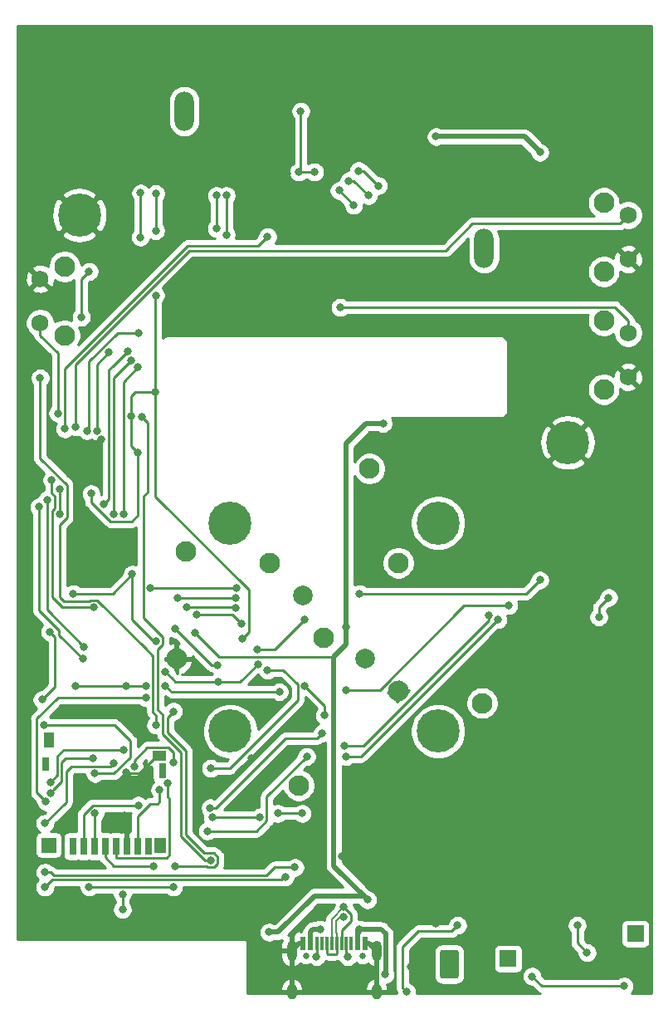
<source format=gbr>
G04 #@! TF.GenerationSoftware,KiCad,Pcbnew,(5.1.0-0)*
G04 #@! TF.CreationDate,2019-05-15T23:46:39-04:00*
G04 #@! TF.ProjectId,phone-hw,70686f6e-652d-4687-972e-6b696361645f,rev?*
G04 #@! TF.SameCoordinates,Original*
G04 #@! TF.FileFunction,Copper,L2,Bot*
G04 #@! TF.FilePolarity,Positive*
%FSLAX46Y46*%
G04 Gerber Fmt 4.6, Leading zero omitted, Abs format (unit mm)*
G04 Created by KiCad (PCBNEW (5.1.0-0)) date 2019-05-15 23:46:39*
%MOMM*%
%LPD*%
G04 APERTURE LIST*
%ADD10C,0.700000*%
%ADD11C,4.400000*%
%ADD12C,0.650000*%
%ADD13R,0.300000X1.450000*%
%ADD14R,0.600000X1.450000*%
%ADD15O,1.000000X1.600000*%
%ADD16O,1.000000X2.100000*%
%ADD17C,2.100000*%
%ADD18C,2.000000*%
%ADD19O,2.000000X4.000000*%
%ADD20C,0.500000*%
%ADD21C,0.100000*%
%ADD22C,1.900000*%
%ADD23C,1.750000*%
%ADD24R,1.700000X1.700000*%
%ADD25R,0.700000X1.750000*%
%ADD26R,1.300000X1.500000*%
%ADD27R,0.800000X1.500000*%
%ADD28R,1.450000X1.000000*%
%ADD29R,0.800000X1.400000*%
%ADD30R,1.500000X1.500000*%
%ADD31R,1.000000X1.550000*%
%ADD32C,0.800000*%
%ADD33C,0.500000*%
%ADD34C,0.250000*%
%ADD35C,0.200000*%
%ADD36C,0.254000*%
G04 APERTURE END LIST*
D10*
X28166726Y-38833274D03*
X27000000Y-38350000D03*
X25833274Y-38833274D03*
X25350000Y-40000000D03*
X25833274Y-41166726D03*
X27000000Y-41650000D03*
X28166726Y-41166726D03*
X28650000Y-40000000D03*
D11*
X27000000Y-40000000D03*
D10*
X78000000Y-62000000D03*
X76833274Y-61516726D03*
X75666548Y-62000000D03*
X75183274Y-63166726D03*
X75666548Y-64333452D03*
X76833274Y-64816726D03*
X78000000Y-64333452D03*
X78483274Y-63166726D03*
D11*
X76833274Y-63166726D03*
D12*
X50110000Y-115530000D03*
X55890000Y-115530000D03*
D13*
X54250000Y-114275000D03*
X53750000Y-114275000D03*
X53250000Y-114275000D03*
X52750000Y-114275000D03*
X52250000Y-114275000D03*
X51750000Y-114275000D03*
X51250000Y-114275000D03*
X54750000Y-114275000D03*
D14*
X49800000Y-114275000D03*
X50600000Y-114275000D03*
X55400000Y-114275000D03*
X56200000Y-114275000D03*
D15*
X57320000Y-119180000D03*
X48680000Y-119180000D03*
D16*
X48680000Y-115000000D03*
X57320000Y-115000000D03*
D17*
X36921000Y-85254000D03*
D11*
X63610000Y-71390000D03*
X42390000Y-92610000D03*
X63610000Y-92610000D03*
X42390000Y-71390000D03*
D17*
X68102000Y-89750000D03*
X37898000Y-74250000D03*
X56610000Y-65850000D03*
X49390000Y-98150000D03*
X59548000Y-75452000D03*
X51890000Y-83110000D03*
X46453000Y-75453000D03*
D18*
X49818000Y-78818000D03*
D17*
X59547000Y-88547000D03*
D18*
X56182000Y-85182000D03*
D19*
X68300000Y-43400000D03*
X37700000Y-29400000D03*
D20*
X64050000Y-115165000D03*
X65450000Y-115165000D03*
X64050000Y-116365000D03*
X65450000Y-116365000D03*
X64050000Y-117565000D03*
X65450000Y-117565000D03*
D21*
G36*
X65474504Y-114916204D02*
G01*
X65498773Y-114919804D01*
X65522571Y-114925765D01*
X65545671Y-114934030D01*
X65567849Y-114944520D01*
X65588893Y-114957133D01*
X65608598Y-114971747D01*
X65626777Y-114988223D01*
X65643253Y-115006402D01*
X65657867Y-115026107D01*
X65670480Y-115047151D01*
X65680970Y-115069329D01*
X65689235Y-115092429D01*
X65695196Y-115116227D01*
X65698796Y-115140496D01*
X65700000Y-115165000D01*
X65700000Y-117565000D01*
X65698796Y-117589504D01*
X65695196Y-117613773D01*
X65689235Y-117637571D01*
X65680970Y-117660671D01*
X65670480Y-117682849D01*
X65657867Y-117703893D01*
X65643253Y-117723598D01*
X65626777Y-117741777D01*
X65608598Y-117758253D01*
X65588893Y-117772867D01*
X65567849Y-117785480D01*
X65545671Y-117795970D01*
X65522571Y-117804235D01*
X65498773Y-117810196D01*
X65474504Y-117813796D01*
X65450000Y-117815000D01*
X64050000Y-117815000D01*
X64025496Y-117813796D01*
X64001227Y-117810196D01*
X63977429Y-117804235D01*
X63954329Y-117795970D01*
X63932151Y-117785480D01*
X63911107Y-117772867D01*
X63891402Y-117758253D01*
X63873223Y-117741777D01*
X63856747Y-117723598D01*
X63842133Y-117703893D01*
X63829520Y-117682849D01*
X63819030Y-117660671D01*
X63810765Y-117637571D01*
X63804804Y-117613773D01*
X63801204Y-117589504D01*
X63800000Y-117565000D01*
X63800000Y-115165000D01*
X63801204Y-115140496D01*
X63804804Y-115116227D01*
X63810765Y-115092429D01*
X63819030Y-115069329D01*
X63829520Y-115047151D01*
X63842133Y-115026107D01*
X63856747Y-115006402D01*
X63873223Y-114988223D01*
X63891402Y-114971747D01*
X63911107Y-114957133D01*
X63932151Y-114944520D01*
X63954329Y-114934030D01*
X63977429Y-114925765D01*
X64001227Y-114919804D01*
X64025496Y-114916204D01*
X64050000Y-114915000D01*
X65450000Y-114915000D01*
X65474504Y-114916204D01*
X65474504Y-114916204D01*
G37*
D22*
X64750000Y-116365000D03*
D17*
X25490000Y-45240000D03*
D23*
X23000000Y-46500000D03*
X23000000Y-51000000D03*
D17*
X25490000Y-52250000D03*
X80510000Y-57760000D03*
D23*
X83000000Y-56500000D03*
X83000000Y-52000000D03*
D17*
X80510000Y-50750000D03*
X80510000Y-38750000D03*
D23*
X83000000Y-40000000D03*
X83000000Y-44500000D03*
D17*
X80510000Y-45760000D03*
D24*
X70750000Y-115800000D03*
X83750000Y-113250000D03*
D25*
X34025000Y-104350000D03*
D26*
X35225000Y-104225000D03*
D27*
X35475000Y-96625000D03*
D28*
X35150000Y-95125000D03*
D29*
X23525000Y-95975000D03*
D25*
X32925000Y-104350000D03*
X31825000Y-104350000D03*
X30725000Y-104350000D03*
X29625000Y-104350000D03*
X28525000Y-104350000D03*
X27425000Y-104350000D03*
X26325000Y-104350000D03*
D30*
X23875000Y-104225000D03*
D31*
X23925000Y-93550000D03*
D32*
X25000000Y-70500000D03*
X23000000Y-83250000D03*
X64250000Y-75000000D03*
X78000000Y-67000000D03*
X79800000Y-117000000D03*
X69000000Y-111299980D03*
X73400000Y-110000000D03*
X31600000Y-101200000D03*
X53800000Y-105400000D03*
X60800000Y-116600000D03*
X63400000Y-112200000D03*
X61400000Y-23400000D03*
X62000000Y-39200000D03*
X48200000Y-35800000D03*
X45000000Y-31000000D03*
X83400000Y-21800000D03*
X24050060Y-62600000D03*
X44600000Y-95400000D03*
X31800000Y-96800000D03*
X32400000Y-90900010D03*
X29244156Y-62883117D03*
X26000000Y-66400000D03*
X24981642Y-67981642D03*
X29000000Y-91000000D03*
X65800000Y-88200000D03*
X65300000Y-65100000D03*
X71900000Y-65100000D03*
X33000000Y-27500000D03*
X56400000Y-109800000D03*
X46350000Y-113100000D03*
X54200000Y-82000000D03*
X32400000Y-76600000D03*
X26400000Y-78600000D03*
X74000000Y-33600000D03*
X63400000Y-32000000D03*
X34800000Y-83400000D03*
X38800000Y-82600000D03*
X58000000Y-61250000D03*
X34750000Y-58000000D03*
X32250000Y-60500000D03*
X33000000Y-64250000D03*
X45400000Y-101400000D03*
X40600000Y-101400000D03*
X49600000Y-29400000D03*
X49384921Y-35600001D03*
X50999847Y-35599847D03*
X26600000Y-88000000D03*
X31800000Y-88000000D03*
X41200000Y-87600000D03*
X28200000Y-68400000D03*
X34600000Y-106400000D03*
X31400000Y-109225000D03*
X31400000Y-110800000D03*
X33800000Y-88000000D03*
X43600000Y-83200000D03*
X45200000Y-85800000D03*
X34787347Y-48187347D03*
X34800000Y-41600000D03*
X34800000Y-37800000D03*
X35800000Y-86600000D03*
X60400000Y-119200000D03*
X65600000Y-112400000D03*
X54400000Y-115600000D03*
X54000000Y-110535000D03*
X54000000Y-111585000D03*
X51200000Y-115600000D03*
X58200000Y-117400000D03*
X55600000Y-112800000D03*
X51600000Y-112800000D03*
X78800000Y-115200000D03*
X77800000Y-112400000D03*
X73200000Y-117600000D03*
X82600000Y-118600000D03*
X36800000Y-106400000D03*
X36600000Y-90600000D03*
X34800000Y-92000000D03*
X23000000Y-56600000D03*
X27200000Y-50400000D03*
X28000000Y-45750000D03*
X31500000Y-94500000D03*
X24049991Y-97800000D03*
X30487347Y-70487347D03*
X32292892Y-54792892D03*
X39000000Y-80725000D03*
X43551347Y-81627263D03*
X50000000Y-88000000D03*
X52000000Y-91000000D03*
X42000000Y-38000000D03*
X42000000Y-42000000D03*
X33012653Y-52012653D03*
X27762885Y-61986810D03*
X42987347Y-79012653D03*
X37000000Y-79000000D03*
X33000000Y-55500000D03*
X31500000Y-70500000D03*
X41000000Y-38000000D03*
X41000000Y-41361341D03*
X30000000Y-54000000D03*
X28775000Y-62000000D03*
X28500000Y-80000000D03*
X41091962Y-85863968D03*
X47250000Y-101000000D03*
X49750000Y-101000000D03*
X36800000Y-82200000D03*
X24187347Y-67012653D03*
X27500000Y-84000000D03*
X33225000Y-42250000D03*
X33250000Y-37750000D03*
X23750000Y-69000000D03*
X24049991Y-98900000D03*
X28400000Y-95400000D03*
X24800000Y-60200000D03*
X25525000Y-61800000D03*
X46200000Y-42200000D03*
X53600000Y-49400000D03*
X26600000Y-61600000D03*
X22875050Y-69750000D03*
X27350000Y-85250000D03*
X28000000Y-108500000D03*
X36600000Y-108499999D03*
X33405552Y-60594448D03*
X40400000Y-105775000D03*
X69694429Y-81247214D03*
X54200000Y-95200000D03*
X50200000Y-95200000D03*
X40069999Y-102800000D03*
X40357464Y-100429856D03*
X51800000Y-92800000D03*
X54087347Y-94112653D03*
X68800000Y-80800000D03*
X40400000Y-96400000D03*
X55600000Y-78600000D03*
X50000000Y-81200000D03*
X45149389Y-84250611D03*
X46200000Y-86400000D03*
X74000000Y-77200000D03*
X23600000Y-99800000D03*
X70800000Y-79800000D03*
X54200000Y-88400000D03*
X47400000Y-88600000D03*
X33800001Y-89200000D03*
X35800000Y-88000000D03*
X24000000Y-82500000D03*
X23200000Y-89400000D03*
X23500000Y-102000000D03*
X30500000Y-95900000D03*
X56500000Y-38000000D03*
X54500000Y-36500000D03*
X23500000Y-107000000D03*
X49000000Y-106500000D03*
X48000000Y-107500000D03*
X23500000Y-108500000D03*
X55000000Y-39000000D03*
X53500000Y-37500000D03*
X57500000Y-37000000D03*
X55487347Y-35487347D03*
X43000000Y-78000000D03*
X34250000Y-78000000D03*
X38000000Y-80000000D03*
X42981061Y-80031672D03*
X80000000Y-80975000D03*
X81000000Y-79000000D03*
X31946380Y-53854844D03*
X29500000Y-69500000D03*
X35200000Y-98600000D03*
X36044300Y-97950621D03*
X23400000Y-92000000D03*
X28600000Y-96925000D03*
X28600000Y-101000000D03*
X33015001Y-100159693D03*
X32600000Y-96200000D03*
X36600000Y-95800000D03*
D33*
X49405000Y-114275000D02*
X48680000Y-115000000D01*
X49800000Y-114275000D02*
X49405000Y-114275000D01*
X56595000Y-114275000D02*
X57320000Y-115000000D01*
X56200000Y-114275000D02*
X56595000Y-114275000D01*
D34*
X31825000Y-101425000D02*
X31600000Y-101200000D01*
X31825000Y-104350000D02*
X31825000Y-101425000D01*
D33*
X48680000Y-115000000D02*
X48680000Y-119180000D01*
X57320000Y-115000000D02*
X57320000Y-119180000D01*
D34*
X31925001Y-96925001D02*
X31800000Y-96800000D01*
X33124999Y-96925001D02*
X31925001Y-96925001D01*
X34925000Y-95125000D02*
X33124999Y-96925001D01*
X35150000Y-95125000D02*
X34925000Y-95125000D01*
X26000000Y-66127273D02*
X26000000Y-66400000D01*
X29244156Y-62883117D02*
X26000000Y-66127273D01*
X24981642Y-70481642D02*
X25000000Y-70500000D01*
X24981642Y-67981642D02*
X24981642Y-70481642D01*
D33*
X46350000Y-113100000D02*
X47300000Y-113100000D01*
X56000001Y-109400001D02*
X56400000Y-109800000D01*
X50999999Y-109400001D02*
X56000001Y-109400001D01*
X47300000Y-113100000D02*
X50999999Y-109400001D01*
X52949999Y-106349999D02*
X52949999Y-85050001D01*
X56400000Y-109800000D02*
X52949999Y-106349999D01*
X54200000Y-83800000D02*
X54200000Y-82000000D01*
X52949999Y-85050001D02*
X54200000Y-83800000D01*
D34*
X30400000Y-78600000D02*
X26400000Y-78600000D01*
X32400000Y-76600000D02*
X30400000Y-78600000D01*
D33*
X54200000Y-82000000D02*
X54200000Y-63400000D01*
X72400000Y-32000000D02*
X74000000Y-33600000D01*
X63400000Y-32000000D02*
X72400000Y-32000000D01*
D34*
X32400000Y-76600000D02*
X32400000Y-81200000D01*
X34600000Y-83400000D02*
X34800000Y-83400000D01*
X32400000Y-81200000D02*
X34600000Y-83400000D01*
X38800000Y-82600000D02*
X41250001Y-85050001D01*
X52849988Y-84949990D02*
X52949999Y-85050001D01*
X41250001Y-85050001D02*
X45650001Y-85050001D01*
X45650001Y-85050001D02*
X52949999Y-85050001D01*
D33*
X54200000Y-63400000D02*
X54200000Y-63300000D01*
X54200000Y-63300000D02*
X55500000Y-62000000D01*
X55500000Y-62000000D02*
X56000000Y-61500000D01*
X56250000Y-61250000D02*
X58000000Y-61250000D01*
X56000000Y-61500000D02*
X56250000Y-61250000D01*
D34*
X32250000Y-63500000D02*
X32250000Y-60500000D01*
X33000000Y-64250000D02*
X32250000Y-63500000D01*
X32250000Y-58500000D02*
X32250000Y-60500000D01*
X32750000Y-58000000D02*
X32250000Y-58500000D01*
X34750000Y-58000000D02*
X32750000Y-58000000D01*
X45400000Y-101400000D02*
X40600000Y-101400000D01*
X49600000Y-35384922D02*
X49384921Y-35600001D01*
X49600000Y-29400000D02*
X49600000Y-35384922D01*
X50999693Y-35600001D02*
X50999847Y-35599847D01*
X49384921Y-35600001D02*
X50999693Y-35600001D01*
X26600000Y-88000000D02*
X31800000Y-88000000D01*
X36800000Y-87600000D02*
X41200000Y-87600000D01*
X36400000Y-87200000D02*
X36800000Y-87600000D01*
X33000000Y-64815685D02*
X33000000Y-64250000D01*
X33000000Y-70600000D02*
X33000000Y-64815685D01*
X32374999Y-71225001D02*
X33000000Y-70600000D01*
X30151999Y-71225001D02*
X32374999Y-71225001D01*
X28200000Y-69273002D02*
X30151999Y-71225001D01*
X28200000Y-68400000D02*
X28200000Y-69273002D01*
X30550000Y-106400000D02*
X34600000Y-106400000D01*
X29625000Y-105475000D02*
X30550000Y-106400000D01*
X29625000Y-104350000D02*
X29625000Y-105475000D01*
X31400000Y-110800000D02*
X31400000Y-109225000D01*
X31800000Y-88000000D02*
X33800000Y-88000000D01*
X44276348Y-82523652D02*
X43600000Y-83200000D01*
X44276348Y-78203346D02*
X44276348Y-82523652D01*
X34750000Y-68676998D02*
X44276348Y-78203346D01*
X34750000Y-58000000D02*
X34750000Y-68676998D01*
X43400000Y-87600000D02*
X45200000Y-85800000D01*
X41200000Y-87600000D02*
X43400000Y-87600000D01*
X34750000Y-48224694D02*
X34787347Y-48187347D01*
X34750000Y-58000000D02*
X34750000Y-48224694D01*
X34800000Y-41600000D02*
X34800000Y-37800000D01*
X36400000Y-87200000D02*
X35800000Y-86600000D01*
X60000001Y-118800001D02*
X60000001Y-114599999D01*
X60400000Y-119200000D02*
X60000001Y-118800001D01*
X60000001Y-114599999D02*
X61600000Y-113000000D01*
X65000000Y-113000000D02*
X65600000Y-112400000D01*
X61600000Y-113000000D02*
X65000000Y-113000000D01*
X54250000Y-115450000D02*
X54400000Y-115600000D01*
X54250000Y-114275000D02*
X54250000Y-115450000D01*
D35*
X52775000Y-113162499D02*
X52750000Y-113187499D01*
X54000000Y-110535000D02*
X52775000Y-111760000D01*
X52750000Y-113187499D02*
X52750000Y-114275000D01*
X52775000Y-111760000D02*
X52775000Y-113162499D01*
D34*
X54399999Y-110934999D02*
X54000000Y-110535000D01*
X54725001Y-111260001D02*
X54399999Y-110934999D01*
X54725001Y-111933001D02*
X54725001Y-111260001D01*
X53750000Y-112908002D02*
X54725001Y-111933001D01*
X53750000Y-114275000D02*
X53750000Y-112908002D01*
D35*
X53250000Y-113187499D02*
X53250000Y-114275000D01*
X53225000Y-111946397D02*
X53225000Y-113162499D01*
X53586397Y-111585000D02*
X53225000Y-111946397D01*
X53225000Y-113162499D02*
X53250000Y-113187499D01*
X54000000Y-111585000D02*
X53586397Y-111585000D01*
D34*
X52250000Y-115250000D02*
X52250000Y-114275000D01*
X52325001Y-115325001D02*
X52250000Y-115250000D01*
X53174999Y-115325001D02*
X52325001Y-115325001D01*
X53250000Y-115250000D02*
X53174999Y-115325001D01*
X53250000Y-114275000D02*
X53250000Y-115250000D01*
X51250000Y-115550000D02*
X51200000Y-115600000D01*
X51250000Y-114275000D02*
X51250000Y-115550000D01*
D33*
X55400000Y-113239998D02*
X55539999Y-113099999D01*
X55400000Y-114275000D02*
X55400000Y-113239998D01*
X58270010Y-117329990D02*
X58200000Y-117400000D01*
X58270010Y-116729990D02*
X58270010Y-117329990D01*
X55400000Y-113000000D02*
X55600000Y-112800000D01*
X55400000Y-113239998D02*
X55400000Y-113000000D01*
X50600000Y-113050000D02*
X50600000Y-114275000D01*
X50850000Y-112800000D02*
X50600000Y-113050000D01*
X51600000Y-112800000D02*
X50850000Y-112800000D01*
X55600000Y-112800000D02*
X57800000Y-112800000D01*
X58270010Y-113270010D02*
X58270010Y-114529990D01*
X57800000Y-112800000D02*
X58270010Y-113270010D01*
X58270010Y-114529990D02*
X58270010Y-116729990D01*
X58270010Y-114056493D02*
X58270010Y-114529990D01*
D34*
X77800000Y-114200000D02*
X77800000Y-112400000D01*
X78800000Y-115200000D02*
X77800000Y-114200000D01*
X74200000Y-118600000D02*
X82600000Y-118600000D01*
X73200000Y-117600000D02*
X74200000Y-118600000D01*
X41125001Y-106123001D02*
X41125001Y-105426999D01*
X40748001Y-106500001D02*
X41125001Y-106123001D01*
X40051999Y-106500001D02*
X40748001Y-106500001D01*
X39951998Y-106400000D02*
X40051999Y-106500001D01*
X36800000Y-106400000D02*
X39951998Y-106400000D01*
X40748001Y-105049999D02*
X39745724Y-105049999D01*
X41125001Y-105426999D02*
X40748001Y-105049999D01*
X39745724Y-105049999D02*
X37850010Y-103154285D01*
X37850010Y-103154285D02*
X37850010Y-101386400D01*
X37850010Y-101386400D02*
X37850009Y-94602495D01*
X37850009Y-94602495D02*
X36000000Y-92752486D01*
X36000000Y-91200000D02*
X36600000Y-90600000D01*
X36000000Y-92752486D02*
X36000000Y-91200000D01*
X25725001Y-67525001D02*
X23000000Y-64800000D01*
X24973002Y-71600000D02*
X25725001Y-70848001D01*
X25725001Y-70848001D02*
X25725001Y-67525001D01*
X24973002Y-78973002D02*
X24973002Y-71600000D01*
X28151999Y-79274999D02*
X28026998Y-79400000D01*
X28848001Y-79274999D02*
X28151999Y-79274999D01*
X28026998Y-79400000D02*
X25400000Y-79400000D01*
X23000000Y-64800000D02*
X23000000Y-56600000D01*
X25400000Y-79400000D02*
X24973002Y-78973002D01*
X33786501Y-84213499D02*
X34525001Y-84951999D01*
X34525001Y-84951999D02*
X34525001Y-90674999D01*
X33786501Y-84213499D02*
X28848001Y-79274999D01*
X34800000Y-90949998D02*
X34800000Y-92000000D01*
X34525001Y-90674999D02*
X34800000Y-90949998D01*
X27200000Y-46550000D02*
X28000000Y-45750000D01*
X27200000Y-50400000D02*
X27200000Y-46550000D01*
X24750001Y-97099990D02*
X24750001Y-95149999D01*
X24049991Y-97800000D02*
X24750001Y-97099990D01*
X25400000Y-94500000D02*
X31500000Y-94500000D01*
X24750001Y-95149999D02*
X25400000Y-94500000D01*
X30487347Y-56598437D02*
X32292892Y-54792892D01*
X30487347Y-70487347D02*
X30487347Y-56598437D01*
X42649084Y-80725000D02*
X43551347Y-81627263D01*
X39000000Y-80725000D02*
X42649084Y-80725000D01*
X52000000Y-90000000D02*
X50000000Y-88000000D01*
X52000000Y-91000000D02*
X52000000Y-90000000D01*
X42000000Y-38000000D02*
X42000000Y-42000000D01*
X30914345Y-52012653D02*
X28000000Y-54926998D01*
X33012653Y-52012653D02*
X30914345Y-52012653D01*
X28000000Y-61749695D02*
X27762885Y-61986810D01*
X28000000Y-54926998D02*
X28000000Y-61749695D01*
X42974694Y-79000000D02*
X42987347Y-79012653D01*
X37000000Y-79000000D02*
X42974694Y-79000000D01*
X31500000Y-57000000D02*
X31500000Y-70500000D01*
X33000000Y-55500000D02*
X31500000Y-57000000D01*
X41000000Y-38000000D02*
X41000000Y-41361341D01*
X28775000Y-55225000D02*
X28775000Y-62000000D01*
X30000000Y-54000000D02*
X28775000Y-55225000D01*
X25299998Y-80000000D02*
X24274999Y-78975001D01*
X28500000Y-80000000D02*
X25299998Y-80000000D01*
X47250000Y-101000000D02*
X49750000Y-101000000D01*
X40463968Y-85863968D02*
X36800000Y-82200000D01*
X41091962Y-85863968D02*
X40463968Y-85863968D01*
X24475001Y-69924999D02*
X24274999Y-70125001D01*
X24187347Y-67012653D02*
X24187347Y-68364345D01*
X24475001Y-68651999D02*
X24475001Y-69924999D01*
X24187347Y-68364345D02*
X24475001Y-68651999D01*
X24274999Y-70125001D02*
X24274999Y-78975001D01*
X33225000Y-37775000D02*
X33250000Y-37750000D01*
X33225000Y-42250000D02*
X33225000Y-37775000D01*
X23750000Y-80250000D02*
X23750000Y-69750000D01*
X27500000Y-84000000D02*
X23750000Y-80250000D01*
X23750000Y-69750000D02*
X23750000Y-69000000D01*
X24449990Y-98500001D02*
X24049991Y-98900000D01*
X25200011Y-97749980D02*
X24449990Y-98500001D01*
X28400000Y-95400000D02*
X25600011Y-95400000D01*
X25600011Y-95400000D02*
X25200011Y-95800000D01*
X25200011Y-96800011D02*
X25200011Y-97749980D01*
X25200011Y-95800000D02*
X25200011Y-96800011D01*
X25200011Y-96399989D02*
X25200011Y-96800011D01*
X23000000Y-52237436D02*
X24800000Y-54037436D01*
X23000000Y-51000000D02*
X23000000Y-52237436D01*
X24800000Y-58200000D02*
X24800000Y-60200000D01*
X24800000Y-54037436D02*
X24800000Y-58200000D01*
X25525000Y-61800000D02*
X25525000Y-61234315D01*
X25525000Y-55638590D02*
X26149991Y-55013599D01*
X25525000Y-61234315D02*
X25525000Y-55638590D01*
X26149991Y-55013599D02*
X38013600Y-43149990D01*
X38013600Y-43149990D02*
X45200000Y-43149990D01*
X45250010Y-43149990D02*
X46200000Y-42200000D01*
X45200000Y-43149990D02*
X45250010Y-43149990D01*
X83000000Y-50762564D02*
X83000000Y-52000000D01*
X81612435Y-49374999D02*
X83000000Y-50762564D01*
X54974999Y-49374999D02*
X81612435Y-49374999D01*
X53625001Y-49374999D02*
X53600000Y-49400000D01*
X54974999Y-49374999D02*
X53625001Y-49374999D01*
X82125001Y-40874999D02*
X83000000Y-40000000D01*
X26600000Y-55200000D02*
X38200000Y-43600000D01*
X67125001Y-40874999D02*
X82125001Y-40874999D01*
X64400000Y-43600000D02*
X67125001Y-40874999D01*
X38200000Y-43600000D02*
X64400000Y-43600000D01*
X26600000Y-61600000D02*
X26600000Y-55200000D01*
X24950009Y-82850009D02*
X27350000Y-85250000D01*
X24950009Y-82377007D02*
X24950009Y-82850009D01*
X22875050Y-80302048D02*
X24950009Y-82377007D01*
X22875050Y-69750000D02*
X22875050Y-80302048D01*
X35000000Y-108500000D02*
X28000000Y-108500000D01*
X36599999Y-108500000D02*
X36600000Y-108499999D01*
X35000000Y-108500000D02*
X36599999Y-108500000D01*
X39834315Y-105775000D02*
X37400000Y-103340685D01*
X40400000Y-105775000D02*
X39834315Y-105775000D01*
X37400000Y-103340685D02*
X37400000Y-101200000D01*
X37400000Y-101400000D02*
X37400000Y-101200000D01*
X37400000Y-94788896D02*
X35545999Y-92934895D01*
X35545999Y-92934895D02*
X35545999Y-90945999D01*
X34000000Y-68200000D02*
X34000000Y-61188896D01*
X33524999Y-81051997D02*
X33524999Y-68675001D01*
X35525001Y-83051999D02*
X33524999Y-81051997D01*
X35525001Y-83748001D02*
X35525001Y-83051999D01*
X35000000Y-84273002D02*
X35525001Y-83748001D01*
X35000000Y-90400000D02*
X35000000Y-84273002D01*
X35545999Y-90945999D02*
X35000000Y-90400000D01*
X34000000Y-61188896D02*
X33405552Y-60594448D01*
X33524999Y-68675001D02*
X34000000Y-68200000D01*
X37400000Y-101200000D02*
X37400000Y-94788896D01*
X55741643Y-95200000D02*
X54200000Y-95200000D01*
X69694429Y-81247214D02*
X55741643Y-95200000D01*
X45073002Y-102800000D02*
X40069999Y-102800000D01*
X46125001Y-101748001D02*
X45073002Y-102800000D01*
X46125001Y-99274999D02*
X46125001Y-101748001D01*
X50200000Y-95200000D02*
X46125001Y-99274999D01*
X40923149Y-100429856D02*
X48000000Y-93353005D01*
X40357464Y-100429856D02*
X40923149Y-100429856D01*
X51246995Y-93353005D02*
X51800000Y-92800000D01*
X48000000Y-93353005D02*
X51246995Y-93353005D01*
X68800000Y-81329002D02*
X68800000Y-80800000D01*
X56016349Y-94112653D02*
X68800000Y-81329002D01*
X54087347Y-94112653D02*
X56016349Y-94112653D01*
X46949389Y-84250611D02*
X45149389Y-84250611D01*
X50000000Y-81200000D02*
X46949389Y-84250611D01*
X72600000Y-78600000D02*
X55600000Y-78600000D01*
X74000000Y-77200000D02*
X72600000Y-78600000D01*
X49274999Y-89462003D02*
X42337002Y-96400000D01*
X49274999Y-87874999D02*
X49274999Y-89462003D01*
X47800000Y-86400000D02*
X49274999Y-87874999D01*
X42337002Y-96400000D02*
X40400000Y-96400000D01*
X46200000Y-86400000D02*
X47800000Y-86400000D01*
X22674999Y-98874999D02*
X22674999Y-91325001D01*
X23600000Y-99800000D02*
X22674999Y-98874999D01*
X22674999Y-91325001D02*
X24800000Y-89200000D01*
X24800000Y-89200000D02*
X33800000Y-89200000D01*
X66258998Y-79800000D02*
X57658998Y-88400000D01*
X57658998Y-88400000D02*
X54200000Y-88400000D01*
X70800000Y-79800000D02*
X66258998Y-79800000D01*
X33800000Y-89200000D02*
X33800001Y-89200000D01*
X36400000Y-88600000D02*
X47400000Y-88600000D01*
X35800000Y-88000000D02*
X36400000Y-88600000D01*
X24500000Y-83000000D02*
X24000000Y-82500000D01*
X24500000Y-87700000D02*
X24500000Y-87000000D01*
X24500000Y-88000000D02*
X24500000Y-87700000D01*
X24500000Y-87000000D02*
X24500000Y-86700000D01*
X24500000Y-88100000D02*
X23200000Y-89400000D01*
X24500000Y-86700000D02*
X24500000Y-88100000D01*
X24500000Y-86700000D02*
X24500000Y-83000000D01*
X30200000Y-96200000D02*
X30500000Y-95900000D01*
X25650021Y-96749979D02*
X26200000Y-96200000D01*
X23500000Y-102000000D02*
X25650021Y-99849979D01*
X25650021Y-99849979D02*
X25650021Y-96749979D01*
X26200000Y-96200000D02*
X30200000Y-96200000D01*
X55000000Y-36500000D02*
X54500000Y-36500000D01*
X56500000Y-38000000D02*
X55000000Y-36500000D01*
X24390674Y-107324989D02*
X46075011Y-107324989D01*
X24065685Y-107000000D02*
X24390674Y-107324989D01*
X23500000Y-107000000D02*
X24065685Y-107000000D01*
X46900000Y-106500000D02*
X49000000Y-106500000D01*
X46075011Y-107324989D02*
X46900000Y-106500000D01*
X24225001Y-107774999D02*
X47574999Y-107774999D01*
X23500000Y-108500000D02*
X24225001Y-107774999D01*
X47849998Y-107500000D02*
X48000000Y-107500000D01*
X47574999Y-107774999D02*
X47849998Y-107500000D01*
X55000000Y-39000000D02*
X53500000Y-37500000D01*
X55987347Y-35487347D02*
X55487347Y-35487347D01*
X57500000Y-37000000D02*
X55987347Y-35487347D01*
X36000000Y-78000000D02*
X43000000Y-78000000D01*
X36000000Y-78000000D02*
X34250000Y-78000000D01*
X42949389Y-80000000D02*
X42981061Y-80031672D01*
X38000000Y-80000000D02*
X42949389Y-80000000D01*
X80000000Y-80000000D02*
X81000000Y-79000000D01*
X80000000Y-80975000D02*
X80000000Y-80000000D01*
X30400612Y-55400612D02*
X31946380Y-53854844D01*
X30037337Y-55763887D02*
X30400612Y-55400612D01*
X30037337Y-68962663D02*
X30037337Y-55763887D01*
X29500000Y-69500000D02*
X30037337Y-68962663D01*
X35000000Y-100000000D02*
X35200000Y-99800000D01*
X34200000Y-100000000D02*
X35000000Y-100000000D01*
X32925000Y-101275000D02*
X34200000Y-100000000D01*
X35200000Y-99800000D02*
X35200000Y-98600000D01*
X32925000Y-104350000D02*
X32925000Y-101275000D01*
X30725000Y-105475000D02*
X30725000Y-104350000D01*
X35885001Y-105550001D02*
X30800001Y-105550001D01*
X36200001Y-99473003D02*
X36200001Y-105235001D01*
X36200001Y-105235001D02*
X35885001Y-105550001D01*
X30800001Y-105550001D02*
X30725000Y-105475000D01*
X36044300Y-99317302D02*
X36044300Y-97950621D01*
X36200001Y-99473003D02*
X36044300Y-99317302D01*
X28600000Y-104275000D02*
X28525000Y-104350000D01*
X28600000Y-101000000D02*
X28600000Y-104275000D01*
X30600000Y-92000000D02*
X23400000Y-92000000D01*
X32225001Y-93625001D02*
X30600000Y-92000000D01*
X30548002Y-96925000D02*
X32225001Y-95248001D01*
X32225001Y-95248001D02*
X32225001Y-93625001D01*
X28600000Y-96925000D02*
X30548002Y-96925000D01*
X28367305Y-100159693D02*
X33015001Y-100159693D01*
X27425000Y-101101998D02*
X28367305Y-100159693D01*
X27425000Y-104350000D02*
X27425000Y-101101998D01*
X36135001Y-94299999D02*
X36600000Y-94764998D01*
X33934316Y-94299999D02*
X36135001Y-94299999D01*
X32600000Y-95634315D02*
X33934316Y-94299999D01*
X36600000Y-94764998D02*
X36600000Y-95800000D01*
X32600000Y-96200000D02*
X32600000Y-95634315D01*
D36*
G36*
X85340001Y-119340000D02*
G01*
X83323711Y-119340000D01*
X83403937Y-119259774D01*
X83517205Y-119090256D01*
X83595226Y-118901898D01*
X83635000Y-118701939D01*
X83635000Y-118498061D01*
X83595226Y-118298102D01*
X83517205Y-118109744D01*
X83403937Y-117940226D01*
X83259774Y-117796063D01*
X83090256Y-117682795D01*
X82901898Y-117604774D01*
X82701939Y-117565000D01*
X82498061Y-117565000D01*
X82298102Y-117604774D01*
X82109744Y-117682795D01*
X81940226Y-117796063D01*
X81896289Y-117840000D01*
X74514802Y-117840000D01*
X74235000Y-117560199D01*
X74235000Y-117498061D01*
X74195226Y-117298102D01*
X74117205Y-117109744D01*
X74003937Y-116940226D01*
X73859774Y-116796063D01*
X73690256Y-116682795D01*
X73501898Y-116604774D01*
X73301939Y-116565000D01*
X73098061Y-116565000D01*
X72898102Y-116604774D01*
X72709744Y-116682795D01*
X72540226Y-116796063D01*
X72396063Y-116940226D01*
X72282795Y-117109744D01*
X72204774Y-117298102D01*
X72165000Y-117498061D01*
X72165000Y-117701939D01*
X72204774Y-117901898D01*
X72282795Y-118090256D01*
X72396063Y-118259774D01*
X72540226Y-118403937D01*
X72709744Y-118517205D01*
X72898102Y-118595226D01*
X73098061Y-118635000D01*
X73160199Y-118635000D01*
X73636201Y-119111003D01*
X73659999Y-119140001D01*
X73688997Y-119163799D01*
X73775724Y-119234974D01*
X73907753Y-119305546D01*
X74021335Y-119340000D01*
X61427429Y-119340000D01*
X61435000Y-119301939D01*
X61435000Y-119098061D01*
X61395226Y-118898102D01*
X61317205Y-118709744D01*
X61203937Y-118540226D01*
X61059774Y-118396063D01*
X60890256Y-118282795D01*
X60760001Y-118228841D01*
X60760001Y-115165000D01*
X63161928Y-115165000D01*
X63161928Y-117565000D01*
X63165000Y-117596191D01*
X63165000Y-117652165D01*
X63175920Y-117707064D01*
X63178992Y-117738254D01*
X63188090Y-117768246D01*
X63199010Y-117823145D01*
X63220430Y-117874857D01*
X63229528Y-117904850D01*
X63244302Y-117932491D01*
X63265723Y-117984205D01*
X63296822Y-118030747D01*
X63311595Y-118058386D01*
X63331477Y-118082613D01*
X63362576Y-118129155D01*
X63402153Y-118168732D01*
X63422038Y-118192962D01*
X63446268Y-118212847D01*
X63485845Y-118252424D01*
X63532387Y-118283523D01*
X63556614Y-118303405D01*
X63584253Y-118318178D01*
X63630795Y-118349277D01*
X63682509Y-118370698D01*
X63710150Y-118385472D01*
X63740143Y-118394570D01*
X63791855Y-118415990D01*
X63846754Y-118426910D01*
X63876746Y-118436008D01*
X63907936Y-118439080D01*
X63962835Y-118450000D01*
X64018809Y-118450000D01*
X64050000Y-118453072D01*
X65450000Y-118453072D01*
X65481191Y-118450000D01*
X65537165Y-118450000D01*
X65592064Y-118439080D01*
X65623254Y-118436008D01*
X65653246Y-118426910D01*
X65708145Y-118415990D01*
X65759857Y-118394570D01*
X65789850Y-118385472D01*
X65817491Y-118370698D01*
X65869205Y-118349277D01*
X65915747Y-118318178D01*
X65943386Y-118303405D01*
X65967613Y-118283523D01*
X66014155Y-118252424D01*
X66053732Y-118212847D01*
X66077962Y-118192962D01*
X66097847Y-118168732D01*
X66137424Y-118129155D01*
X66168523Y-118082613D01*
X66188405Y-118058386D01*
X66203178Y-118030747D01*
X66234277Y-117984205D01*
X66255698Y-117932491D01*
X66270472Y-117904850D01*
X66279570Y-117874857D01*
X66300990Y-117823145D01*
X66311910Y-117768246D01*
X66321008Y-117738254D01*
X66324080Y-117707064D01*
X66335000Y-117652165D01*
X66335000Y-117596191D01*
X66338072Y-117565000D01*
X66338072Y-115165000D01*
X66335000Y-115133809D01*
X66335000Y-115077835D01*
X66324080Y-115022936D01*
X66321008Y-114991746D01*
X66311910Y-114961754D01*
X66309573Y-114950000D01*
X69261928Y-114950000D01*
X69261928Y-116650000D01*
X69274188Y-116774482D01*
X69310498Y-116894180D01*
X69369463Y-117004494D01*
X69448815Y-117101185D01*
X69545506Y-117180537D01*
X69655820Y-117239502D01*
X69775518Y-117275812D01*
X69900000Y-117288072D01*
X71600000Y-117288072D01*
X71724482Y-117275812D01*
X71844180Y-117239502D01*
X71954494Y-117180537D01*
X72051185Y-117101185D01*
X72130537Y-117004494D01*
X72189502Y-116894180D01*
X72225812Y-116774482D01*
X72238072Y-116650000D01*
X72238072Y-114950000D01*
X72225812Y-114825518D01*
X72189502Y-114705820D01*
X72130537Y-114595506D01*
X72051185Y-114498815D01*
X71954494Y-114419463D01*
X71844180Y-114360498D01*
X71724482Y-114324188D01*
X71600000Y-114311928D01*
X69900000Y-114311928D01*
X69775518Y-114324188D01*
X69655820Y-114360498D01*
X69545506Y-114419463D01*
X69448815Y-114498815D01*
X69369463Y-114595506D01*
X69310498Y-114705820D01*
X69274188Y-114825518D01*
X69261928Y-114950000D01*
X66309573Y-114950000D01*
X66300990Y-114906855D01*
X66279570Y-114855143D01*
X66270472Y-114825150D01*
X66255698Y-114797509D01*
X66234277Y-114745795D01*
X66203178Y-114699253D01*
X66188405Y-114671614D01*
X66168523Y-114647387D01*
X66137424Y-114600845D01*
X66097847Y-114561268D01*
X66077962Y-114537038D01*
X66053732Y-114517153D01*
X66014155Y-114477576D01*
X65967613Y-114446477D01*
X65943386Y-114426595D01*
X65915747Y-114411822D01*
X65869205Y-114380723D01*
X65817491Y-114359302D01*
X65789850Y-114344528D01*
X65759857Y-114335430D01*
X65708145Y-114314010D01*
X65653246Y-114303090D01*
X65623254Y-114293992D01*
X65592064Y-114290920D01*
X65537165Y-114280000D01*
X65481191Y-114280000D01*
X65450000Y-114276928D01*
X64050000Y-114276928D01*
X64018809Y-114280000D01*
X63962835Y-114280000D01*
X63907936Y-114290920D01*
X63876746Y-114293992D01*
X63846754Y-114303090D01*
X63791855Y-114314010D01*
X63740143Y-114335430D01*
X63710150Y-114344528D01*
X63682509Y-114359302D01*
X63630795Y-114380723D01*
X63584253Y-114411822D01*
X63556614Y-114426595D01*
X63532387Y-114446477D01*
X63485845Y-114477576D01*
X63446268Y-114517153D01*
X63422038Y-114537038D01*
X63402153Y-114561268D01*
X63362576Y-114600845D01*
X63331477Y-114647387D01*
X63311595Y-114671614D01*
X63296822Y-114699253D01*
X63265723Y-114745795D01*
X63244302Y-114797509D01*
X63229528Y-114825150D01*
X63220430Y-114855143D01*
X63199010Y-114906855D01*
X63188090Y-114961754D01*
X63178992Y-114991746D01*
X63175920Y-115022936D01*
X63165000Y-115077835D01*
X63165000Y-115133809D01*
X63161928Y-115165000D01*
X60760001Y-115165000D01*
X60760001Y-114914800D01*
X61914802Y-113760000D01*
X64962678Y-113760000D01*
X65000000Y-113763676D01*
X65037322Y-113760000D01*
X65037333Y-113760000D01*
X65148986Y-113749003D01*
X65292247Y-113705546D01*
X65424276Y-113634974D01*
X65540001Y-113540001D01*
X65563803Y-113510998D01*
X65639801Y-113435000D01*
X65701939Y-113435000D01*
X65901898Y-113395226D01*
X66090256Y-113317205D01*
X66259774Y-113203937D01*
X66403937Y-113059774D01*
X66517205Y-112890256D01*
X66595226Y-112701898D01*
X66635000Y-112501939D01*
X66635000Y-112298061D01*
X76765000Y-112298061D01*
X76765000Y-112501939D01*
X76804774Y-112701898D01*
X76882795Y-112890256D01*
X76996063Y-113059774D01*
X77040001Y-113103712D01*
X77040000Y-114162677D01*
X77036324Y-114200000D01*
X77040000Y-114237322D01*
X77040000Y-114237332D01*
X77050997Y-114348985D01*
X77090004Y-114477576D01*
X77094454Y-114492246D01*
X77165026Y-114624276D01*
X77203876Y-114671614D01*
X77259999Y-114740001D01*
X77289002Y-114763804D01*
X77765000Y-115239802D01*
X77765000Y-115301939D01*
X77804774Y-115501898D01*
X77882795Y-115690256D01*
X77996063Y-115859774D01*
X78140226Y-116003937D01*
X78309744Y-116117205D01*
X78498102Y-116195226D01*
X78698061Y-116235000D01*
X78901939Y-116235000D01*
X79101898Y-116195226D01*
X79290256Y-116117205D01*
X79459774Y-116003937D01*
X79603937Y-115859774D01*
X79717205Y-115690256D01*
X79795226Y-115501898D01*
X79835000Y-115301939D01*
X79835000Y-115098061D01*
X79795226Y-114898102D01*
X79717205Y-114709744D01*
X79603937Y-114540226D01*
X79459774Y-114396063D01*
X79290256Y-114282795D01*
X79101898Y-114204774D01*
X78901939Y-114165000D01*
X78839802Y-114165000D01*
X78560000Y-113885199D01*
X78560000Y-113103711D01*
X78603937Y-113059774D01*
X78717205Y-112890256D01*
X78795226Y-112701898D01*
X78835000Y-112501939D01*
X78835000Y-112400000D01*
X82261928Y-112400000D01*
X82261928Y-114100000D01*
X82274188Y-114224482D01*
X82310498Y-114344180D01*
X82369463Y-114454494D01*
X82448815Y-114551185D01*
X82545506Y-114630537D01*
X82655820Y-114689502D01*
X82775518Y-114725812D01*
X82900000Y-114738072D01*
X84600000Y-114738072D01*
X84724482Y-114725812D01*
X84844180Y-114689502D01*
X84954494Y-114630537D01*
X85051185Y-114551185D01*
X85130537Y-114454494D01*
X85189502Y-114344180D01*
X85225812Y-114224482D01*
X85238072Y-114100000D01*
X85238072Y-112400000D01*
X85225812Y-112275518D01*
X85189502Y-112155820D01*
X85130537Y-112045506D01*
X85051185Y-111948815D01*
X84954494Y-111869463D01*
X84844180Y-111810498D01*
X84724482Y-111774188D01*
X84600000Y-111761928D01*
X82900000Y-111761928D01*
X82775518Y-111774188D01*
X82655820Y-111810498D01*
X82545506Y-111869463D01*
X82448815Y-111948815D01*
X82369463Y-112045506D01*
X82310498Y-112155820D01*
X82274188Y-112275518D01*
X82261928Y-112400000D01*
X78835000Y-112400000D01*
X78835000Y-112298061D01*
X78795226Y-112098102D01*
X78717205Y-111909744D01*
X78603937Y-111740226D01*
X78459774Y-111596063D01*
X78290256Y-111482795D01*
X78101898Y-111404774D01*
X77901939Y-111365000D01*
X77698061Y-111365000D01*
X77498102Y-111404774D01*
X77309744Y-111482795D01*
X77140226Y-111596063D01*
X76996063Y-111740226D01*
X76882795Y-111909744D01*
X76804774Y-112098102D01*
X76765000Y-112298061D01*
X66635000Y-112298061D01*
X66595226Y-112098102D01*
X66517205Y-111909744D01*
X66403937Y-111740226D01*
X66259774Y-111596063D01*
X66090256Y-111482795D01*
X65901898Y-111404774D01*
X65701939Y-111365000D01*
X65498061Y-111365000D01*
X65298102Y-111404774D01*
X65109744Y-111482795D01*
X64940226Y-111596063D01*
X64796063Y-111740226D01*
X64682795Y-111909744D01*
X64604774Y-112098102D01*
X64576549Y-112240000D01*
X61637322Y-112240000D01*
X61599999Y-112236324D01*
X61562676Y-112240000D01*
X61562667Y-112240000D01*
X61451014Y-112250997D01*
X61307753Y-112294454D01*
X61175724Y-112365026D01*
X61059999Y-112459999D01*
X61036201Y-112488997D01*
X59488999Y-114036200D01*
X59460001Y-114059998D01*
X59436203Y-114088996D01*
X59436202Y-114088997D01*
X59365027Y-114175723D01*
X59294455Y-114307753D01*
X59279668Y-114356501D01*
X59251765Y-114448490D01*
X59250999Y-114451014D01*
X59236325Y-114599999D01*
X59240002Y-114637331D01*
X59240001Y-118762678D01*
X59236325Y-118800001D01*
X59240001Y-118837323D01*
X59240001Y-118837333D01*
X59250998Y-118948986D01*
X59282550Y-119053000D01*
X59294455Y-119092247D01*
X59365000Y-119224226D01*
X59365000Y-119301939D01*
X59372571Y-119340000D01*
X58455000Y-119340000D01*
X58455000Y-119307000D01*
X57447000Y-119307000D01*
X57447000Y-119327000D01*
X57193000Y-119327000D01*
X57193000Y-119307000D01*
X56185000Y-119307000D01*
X56185000Y-119340000D01*
X49815000Y-119340000D01*
X49815000Y-119307000D01*
X48807000Y-119307000D01*
X48807000Y-119327000D01*
X48553000Y-119327000D01*
X48553000Y-119307000D01*
X47545000Y-119307000D01*
X47545000Y-119340000D01*
X44127000Y-119340000D01*
X44127000Y-118753000D01*
X47545000Y-118753000D01*
X47545000Y-119053000D01*
X48553000Y-119053000D01*
X48553000Y-117912046D01*
X48807000Y-117912046D01*
X48807000Y-119053000D01*
X49815000Y-119053000D01*
X49815000Y-118753000D01*
X49768415Y-118534013D01*
X49680003Y-118328322D01*
X49553161Y-118143831D01*
X49392764Y-117987631D01*
X49204976Y-117865724D01*
X48981874Y-117785881D01*
X48807000Y-117912046D01*
X48553000Y-117912046D01*
X48378126Y-117785881D01*
X48155024Y-117865724D01*
X47967236Y-117987631D01*
X47806839Y-118143831D01*
X47679997Y-118328322D01*
X47591585Y-118534013D01*
X47545000Y-118753000D01*
X44127000Y-118753000D01*
X44127000Y-115127000D01*
X47545000Y-115127000D01*
X47545000Y-115677000D01*
X47591585Y-115895987D01*
X47679997Y-116101678D01*
X47806839Y-116286169D01*
X47967236Y-116442369D01*
X48155024Y-116564276D01*
X48378126Y-116644119D01*
X48553000Y-116517954D01*
X48553000Y-115127000D01*
X47545000Y-115127000D01*
X44127000Y-115127000D01*
X44127000Y-114000000D01*
X44124560Y-113975224D01*
X44117333Y-113951399D01*
X44105597Y-113929443D01*
X44089803Y-113910197D01*
X44070557Y-113894403D01*
X44048601Y-113882667D01*
X44024776Y-113875440D01*
X44000000Y-113873000D01*
X20660000Y-113873000D01*
X20660000Y-50851278D01*
X21490000Y-50851278D01*
X21490000Y-51148722D01*
X21548029Y-51440451D01*
X21661856Y-51715253D01*
X21827107Y-51962569D01*
X22037431Y-52172893D01*
X22243530Y-52310604D01*
X22250998Y-52386422D01*
X22260981Y-52419333D01*
X22294454Y-52529682D01*
X22365026Y-52661712D01*
X22430504Y-52741496D01*
X22460000Y-52777437D01*
X22488998Y-52801235D01*
X24040000Y-54352239D01*
X24040001Y-58162658D01*
X24040000Y-58162668D01*
X24040001Y-59496288D01*
X23996063Y-59540226D01*
X23882795Y-59709744D01*
X23804774Y-59898102D01*
X23765000Y-60098061D01*
X23765000Y-60301939D01*
X23804774Y-60501898D01*
X23882795Y-60690256D01*
X23996063Y-60859774D01*
X24140226Y-61003937D01*
X24309744Y-61117205D01*
X24498102Y-61195226D01*
X24662468Y-61227920D01*
X24607795Y-61309744D01*
X24529774Y-61498102D01*
X24490000Y-61698061D01*
X24490000Y-61901939D01*
X24529774Y-62101898D01*
X24607795Y-62290256D01*
X24721063Y-62459774D01*
X24865226Y-62603937D01*
X25034744Y-62717205D01*
X25223102Y-62795226D01*
X25423061Y-62835000D01*
X25626939Y-62835000D01*
X25826898Y-62795226D01*
X26015256Y-62717205D01*
X26184774Y-62603937D01*
X26224127Y-62564584D01*
X26298102Y-62595226D01*
X26498061Y-62635000D01*
X26701939Y-62635000D01*
X26901898Y-62595226D01*
X26919704Y-62587851D01*
X26958948Y-62646584D01*
X27103111Y-62790747D01*
X27272629Y-62904015D01*
X27460987Y-62982036D01*
X27660946Y-63021810D01*
X27864824Y-63021810D01*
X28064783Y-62982036D01*
X28253141Y-62904015D01*
X28259072Y-62900052D01*
X28284744Y-62917205D01*
X28473102Y-62995226D01*
X28673061Y-63035000D01*
X28876939Y-63035000D01*
X29076898Y-62995226D01*
X29265256Y-62917205D01*
X29277337Y-62909132D01*
X29277337Y-68489013D01*
X29235000Y-68497435D01*
X29235000Y-68298061D01*
X29195226Y-68098102D01*
X29117205Y-67909744D01*
X29003937Y-67740226D01*
X28859774Y-67596063D01*
X28690256Y-67482795D01*
X28501898Y-67404774D01*
X28301939Y-67365000D01*
X28098061Y-67365000D01*
X27898102Y-67404774D01*
X27709744Y-67482795D01*
X27540226Y-67596063D01*
X27396063Y-67740226D01*
X27282795Y-67909744D01*
X27204774Y-68098102D01*
X27165000Y-68298061D01*
X27165000Y-68501939D01*
X27204774Y-68701898D01*
X27282795Y-68890256D01*
X27396063Y-69059774D01*
X27440000Y-69103711D01*
X27440000Y-69235680D01*
X27436324Y-69273002D01*
X27440000Y-69310324D01*
X27440000Y-69310335D01*
X27450998Y-69421988D01*
X27460207Y-69452347D01*
X27494454Y-69565248D01*
X27565026Y-69697278D01*
X27629643Y-69776013D01*
X27660000Y-69813003D01*
X27688998Y-69836801D01*
X29588204Y-71736009D01*
X29611998Y-71765002D01*
X29640991Y-71788796D01*
X29640995Y-71788800D01*
X29711684Y-71846812D01*
X29727723Y-71859975D01*
X29859752Y-71930547D01*
X30003013Y-71974004D01*
X30114666Y-71985001D01*
X30114675Y-71985001D01*
X30151998Y-71988677D01*
X30189321Y-71985001D01*
X32337677Y-71985001D01*
X32374999Y-71988677D01*
X32412321Y-71985001D01*
X32412332Y-71985001D01*
X32523985Y-71974004D01*
X32667246Y-71930547D01*
X32765000Y-71878296D01*
X32764999Y-75630912D01*
X32701898Y-75604774D01*
X32501939Y-75565000D01*
X32298061Y-75565000D01*
X32098102Y-75604774D01*
X31909744Y-75682795D01*
X31740226Y-75796063D01*
X31596063Y-75940226D01*
X31482795Y-76109744D01*
X31404774Y-76298102D01*
X31365000Y-76498061D01*
X31365000Y-76560198D01*
X30085199Y-77840000D01*
X27103711Y-77840000D01*
X27059774Y-77796063D01*
X26890256Y-77682795D01*
X26701898Y-77604774D01*
X26501939Y-77565000D01*
X26298061Y-77565000D01*
X26098102Y-77604774D01*
X25909744Y-77682795D01*
X25740226Y-77796063D01*
X25733002Y-77803287D01*
X25733002Y-71914801D01*
X26236005Y-71411799D01*
X26265002Y-71388002D01*
X26359975Y-71272277D01*
X26430547Y-71140248D01*
X26474004Y-70996987D01*
X26485001Y-70885334D01*
X26485001Y-70885325D01*
X26488677Y-70848002D01*
X26485001Y-70810679D01*
X26485001Y-67562323D01*
X26488677Y-67525000D01*
X26485001Y-67487677D01*
X26485001Y-67487668D01*
X26474004Y-67376015D01*
X26430547Y-67232754D01*
X26359975Y-67100725D01*
X26265002Y-66985000D01*
X26236004Y-66961202D01*
X23760000Y-64485199D01*
X23760000Y-57303711D01*
X23803937Y-57259774D01*
X23917205Y-57090256D01*
X23995226Y-56901898D01*
X24035000Y-56701939D01*
X24035000Y-56498061D01*
X23995226Y-56298102D01*
X23917205Y-56109744D01*
X23803937Y-55940226D01*
X23659774Y-55796063D01*
X23490256Y-55682795D01*
X23301898Y-55604774D01*
X23101939Y-55565000D01*
X22898061Y-55565000D01*
X22698102Y-55604774D01*
X22509744Y-55682795D01*
X22340226Y-55796063D01*
X22196063Y-55940226D01*
X22082795Y-56109744D01*
X22004774Y-56298102D01*
X21965000Y-56498061D01*
X21965000Y-56701939D01*
X22004774Y-56901898D01*
X22082795Y-57090256D01*
X22196063Y-57259774D01*
X22240001Y-57303712D01*
X22240000Y-64762678D01*
X22236324Y-64800000D01*
X22240000Y-64837322D01*
X22240000Y-64837332D01*
X22250997Y-64948985D01*
X22294454Y-65092246D01*
X22365026Y-65224276D01*
X22404871Y-65272826D01*
X22459999Y-65340001D01*
X22489003Y-65363804D01*
X23430744Y-66305545D01*
X23383410Y-66352879D01*
X23270142Y-66522397D01*
X23192121Y-66710755D01*
X23152347Y-66910714D01*
X23152347Y-67114592D01*
X23192121Y-67314551D01*
X23270142Y-67502909D01*
X23383410Y-67672427D01*
X23427348Y-67716365D01*
X23427348Y-68013371D01*
X23259744Y-68082795D01*
X23090226Y-68196063D01*
X22946063Y-68340226D01*
X22832795Y-68509744D01*
X22754774Y-68698102D01*
X22750519Y-68719494D01*
X22573152Y-68754774D01*
X22384794Y-68832795D01*
X22215276Y-68946063D01*
X22071113Y-69090226D01*
X21957845Y-69259744D01*
X21879824Y-69448102D01*
X21840050Y-69648061D01*
X21840050Y-69851939D01*
X21879824Y-70051898D01*
X21957845Y-70240256D01*
X22071113Y-70409774D01*
X22115050Y-70453711D01*
X22115051Y-80264716D01*
X22111374Y-80302048D01*
X22115051Y-80339381D01*
X22126048Y-80451034D01*
X22127539Y-80455948D01*
X22169504Y-80594294D01*
X22240076Y-80726324D01*
X22303772Y-80803937D01*
X22335050Y-80842049D01*
X22364048Y-80865847D01*
X23267245Y-81769044D01*
X23196063Y-81840226D01*
X23082795Y-82009744D01*
X23004774Y-82198102D01*
X22965000Y-82398061D01*
X22965000Y-82601939D01*
X23004774Y-82801898D01*
X23082795Y-82990256D01*
X23196063Y-83159774D01*
X23340226Y-83303937D01*
X23509744Y-83417205D01*
X23698102Y-83495226D01*
X23740001Y-83503560D01*
X23740000Y-86662667D01*
X23740000Y-87785198D01*
X23160199Y-88365000D01*
X23098061Y-88365000D01*
X22898102Y-88404774D01*
X22709744Y-88482795D01*
X22540226Y-88596063D01*
X22396063Y-88740226D01*
X22282795Y-88909744D01*
X22204774Y-89098102D01*
X22165000Y-89298061D01*
X22165000Y-89501939D01*
X22204774Y-89701898D01*
X22282795Y-89890256D01*
X22396063Y-90059774D01*
X22540226Y-90203937D01*
X22648749Y-90276450D01*
X22163997Y-90761202D01*
X22134999Y-90785000D01*
X22111201Y-90813998D01*
X22111200Y-90813999D01*
X22040025Y-90900725D01*
X21969453Y-91032755D01*
X21954274Y-91082795D01*
X21925997Y-91176015D01*
X21923635Y-91200000D01*
X21911323Y-91325001D01*
X21915000Y-91362333D01*
X21914999Y-98837677D01*
X21911323Y-98874999D01*
X21914999Y-98912321D01*
X21914999Y-98912331D01*
X21925996Y-99023984D01*
X21956946Y-99126013D01*
X21969453Y-99167245D01*
X22040025Y-99299275D01*
X22060543Y-99324276D01*
X22134998Y-99415000D01*
X22164001Y-99438802D01*
X22565000Y-99839801D01*
X22565000Y-99901939D01*
X22604774Y-100101898D01*
X22682795Y-100290256D01*
X22796063Y-100459774D01*
X22940226Y-100603937D01*
X23109744Y-100717205D01*
X23298102Y-100795226D01*
X23498061Y-100835000D01*
X23590199Y-100835000D01*
X23460199Y-100965000D01*
X23398061Y-100965000D01*
X23198102Y-101004774D01*
X23009744Y-101082795D01*
X22840226Y-101196063D01*
X22696063Y-101340226D01*
X22582795Y-101509744D01*
X22504774Y-101698102D01*
X22465000Y-101898061D01*
X22465000Y-102101939D01*
X22504774Y-102301898D01*
X22582795Y-102490256D01*
X22696063Y-102659774D01*
X22840226Y-102803937D01*
X22936853Y-102868501D01*
X22880820Y-102885498D01*
X22770506Y-102944463D01*
X22673815Y-103023815D01*
X22594463Y-103120506D01*
X22535498Y-103230820D01*
X22499188Y-103350518D01*
X22486928Y-103475000D01*
X22486928Y-104975000D01*
X22499188Y-105099482D01*
X22535498Y-105219180D01*
X22594463Y-105329494D01*
X22673815Y-105426185D01*
X22770506Y-105505537D01*
X22880820Y-105564502D01*
X23000518Y-105600812D01*
X23125000Y-105613072D01*
X24625000Y-105613072D01*
X24749482Y-105600812D01*
X24869180Y-105564502D01*
X24979494Y-105505537D01*
X25076185Y-105426185D01*
X25155537Y-105329494D01*
X25214502Y-105219180D01*
X25250812Y-105099482D01*
X25263072Y-104975000D01*
X25263072Y-103475000D01*
X25250812Y-103350518D01*
X25214502Y-103230820D01*
X25155537Y-103120506D01*
X25076185Y-103023815D01*
X24979494Y-102944463D01*
X24869180Y-102885498D01*
X24749482Y-102849188D01*
X24625000Y-102836928D01*
X24110399Y-102836928D01*
X24159774Y-102803937D01*
X24303937Y-102659774D01*
X24417205Y-102490256D01*
X24495226Y-102301898D01*
X24535000Y-102101939D01*
X24535000Y-102039801D01*
X26161025Y-100413777D01*
X26190022Y-100389980D01*
X26284995Y-100274255D01*
X26355567Y-100142226D01*
X26399024Y-99998965D01*
X26410021Y-99887312D01*
X26410021Y-99887302D01*
X26413697Y-99849979D01*
X26410021Y-99812656D01*
X26410021Y-97064780D01*
X26514802Y-96960000D01*
X27565000Y-96960000D01*
X27565000Y-97026939D01*
X27604774Y-97226898D01*
X27682795Y-97415256D01*
X27796063Y-97584774D01*
X27940226Y-97728937D01*
X28109744Y-97842205D01*
X28298102Y-97920226D01*
X28498061Y-97960000D01*
X28701939Y-97960000D01*
X28901898Y-97920226D01*
X29090256Y-97842205D01*
X29259774Y-97728937D01*
X29303711Y-97685000D01*
X30510680Y-97685000D01*
X30548002Y-97688676D01*
X30585324Y-97685000D01*
X30585335Y-97685000D01*
X30696988Y-97674003D01*
X30840249Y-97630546D01*
X30972278Y-97559974D01*
X31088003Y-97465001D01*
X31111806Y-97435997D01*
X31752791Y-96795013D01*
X31796063Y-96859774D01*
X31940226Y-97003937D01*
X32109744Y-97117205D01*
X32298102Y-97195226D01*
X32498061Y-97235000D01*
X32701939Y-97235000D01*
X32901898Y-97195226D01*
X33090256Y-97117205D01*
X33259774Y-97003937D01*
X33403937Y-96859774D01*
X33517205Y-96690256D01*
X33595226Y-96501898D01*
X33635000Y-96301939D01*
X33635000Y-96098061D01*
X33595226Y-95898102D01*
X33541271Y-95767845D01*
X33788424Y-95520693D01*
X33786928Y-95625000D01*
X33799188Y-95749482D01*
X33835498Y-95869180D01*
X33894463Y-95979494D01*
X33973815Y-96076185D01*
X34070506Y-96155537D01*
X34180820Y-96214502D01*
X34300518Y-96250812D01*
X34425000Y-96263072D01*
X34436928Y-96262989D01*
X34436928Y-97375000D01*
X34449188Y-97499482D01*
X34485498Y-97619180D01*
X34544463Y-97729494D01*
X34578246Y-97770659D01*
X34540226Y-97796063D01*
X34396063Y-97940226D01*
X34282795Y-98109744D01*
X34204774Y-98298102D01*
X34165000Y-98498061D01*
X34165000Y-98701939D01*
X34204774Y-98901898D01*
X34282795Y-99090256D01*
X34382850Y-99240000D01*
X34237322Y-99240000D01*
X34199999Y-99236324D01*
X34162676Y-99240000D01*
X34162667Y-99240000D01*
X34051014Y-99250997D01*
X33907753Y-99294454D01*
X33775724Y-99365026D01*
X33725370Y-99406351D01*
X33674775Y-99355756D01*
X33505257Y-99242488D01*
X33316899Y-99164467D01*
X33116940Y-99124693D01*
X32913062Y-99124693D01*
X32713103Y-99164467D01*
X32524745Y-99242488D01*
X32355227Y-99355756D01*
X32311290Y-99399693D01*
X28404638Y-99399693D01*
X28367305Y-99396016D01*
X28329972Y-99399693D01*
X28218319Y-99410690D01*
X28075058Y-99454147D01*
X27943029Y-99524719D01*
X27827304Y-99619692D01*
X27803506Y-99648690D01*
X26913998Y-100538199D01*
X26885000Y-100561997D01*
X26861202Y-100590995D01*
X26861201Y-100590996D01*
X26790026Y-100677722D01*
X26719454Y-100809752D01*
X26675998Y-100953013D01*
X26661324Y-101101998D01*
X26665001Y-101139330D01*
X26665000Y-102836928D01*
X25975000Y-102836928D01*
X25850518Y-102849188D01*
X25730820Y-102885498D01*
X25620506Y-102944463D01*
X25523815Y-103023815D01*
X25444463Y-103120506D01*
X25385498Y-103230820D01*
X25349188Y-103350518D01*
X25336928Y-103475000D01*
X25336928Y-105225000D01*
X25349188Y-105349482D01*
X25385498Y-105469180D01*
X25444463Y-105579494D01*
X25523815Y-105676185D01*
X25620506Y-105755537D01*
X25730820Y-105814502D01*
X25850518Y-105850812D01*
X25975000Y-105863072D01*
X26675000Y-105863072D01*
X26799482Y-105850812D01*
X26875000Y-105827904D01*
X26950518Y-105850812D01*
X27075000Y-105863072D01*
X27775000Y-105863072D01*
X27899482Y-105850812D01*
X27975000Y-105827904D01*
X28050518Y-105850812D01*
X28175000Y-105863072D01*
X28875000Y-105863072D01*
X28965890Y-105854120D01*
X28990026Y-105899276D01*
X29052766Y-105975724D01*
X29085000Y-106015001D01*
X29113998Y-106038799D01*
X29640187Y-106564989D01*
X24705475Y-106564989D01*
X24629489Y-106489003D01*
X24605686Y-106459999D01*
X24489961Y-106365026D01*
X24357932Y-106294454D01*
X24214724Y-106251013D01*
X24159774Y-106196063D01*
X23990256Y-106082795D01*
X23801898Y-106004774D01*
X23601939Y-105965000D01*
X23398061Y-105965000D01*
X23198102Y-106004774D01*
X23009744Y-106082795D01*
X22840226Y-106196063D01*
X22696063Y-106340226D01*
X22582795Y-106509744D01*
X22504774Y-106698102D01*
X22465000Y-106898061D01*
X22465000Y-107101939D01*
X22504774Y-107301898D01*
X22582795Y-107490256D01*
X22696063Y-107659774D01*
X22786289Y-107750000D01*
X22696063Y-107840226D01*
X22582795Y-108009744D01*
X22504774Y-108198102D01*
X22465000Y-108398061D01*
X22465000Y-108601939D01*
X22504774Y-108801898D01*
X22582795Y-108990256D01*
X22696063Y-109159774D01*
X22840226Y-109303937D01*
X23009744Y-109417205D01*
X23198102Y-109495226D01*
X23398061Y-109535000D01*
X23601939Y-109535000D01*
X23801898Y-109495226D01*
X23990256Y-109417205D01*
X24159774Y-109303937D01*
X24303937Y-109159774D01*
X24417205Y-108990256D01*
X24495226Y-108801898D01*
X24535000Y-108601939D01*
X24535000Y-108539802D01*
X24539803Y-108534999D01*
X26965000Y-108534999D01*
X26965000Y-108601939D01*
X27004774Y-108801898D01*
X27082795Y-108990256D01*
X27196063Y-109159774D01*
X27340226Y-109303937D01*
X27509744Y-109417205D01*
X27698102Y-109495226D01*
X27898061Y-109535000D01*
X28101939Y-109535000D01*
X28301898Y-109495226D01*
X28490256Y-109417205D01*
X28659774Y-109303937D01*
X28703711Y-109260000D01*
X30365000Y-109260000D01*
X30365000Y-109326939D01*
X30404774Y-109526898D01*
X30482795Y-109715256D01*
X30596063Y-109884774D01*
X30640001Y-109928712D01*
X30640000Y-110096289D01*
X30596063Y-110140226D01*
X30482795Y-110309744D01*
X30404774Y-110498102D01*
X30365000Y-110698061D01*
X30365000Y-110901939D01*
X30404774Y-111101898D01*
X30482795Y-111290256D01*
X30596063Y-111459774D01*
X30740226Y-111603937D01*
X30909744Y-111717205D01*
X31098102Y-111795226D01*
X31298061Y-111835000D01*
X31501939Y-111835000D01*
X31701898Y-111795226D01*
X31890256Y-111717205D01*
X32059774Y-111603937D01*
X32203937Y-111459774D01*
X32317205Y-111290256D01*
X32395226Y-111101898D01*
X32435000Y-110901939D01*
X32435000Y-110698061D01*
X32395226Y-110498102D01*
X32317205Y-110309744D01*
X32203937Y-110140226D01*
X32160000Y-110096289D01*
X32160000Y-109928711D01*
X32203937Y-109884774D01*
X32317205Y-109715256D01*
X32395226Y-109526898D01*
X32435000Y-109326939D01*
X32435000Y-109260000D01*
X35896290Y-109260000D01*
X35940226Y-109303936D01*
X36109744Y-109417204D01*
X36298102Y-109495225D01*
X36498061Y-109534999D01*
X36701939Y-109534999D01*
X36901898Y-109495225D01*
X37090256Y-109417204D01*
X37259774Y-109303936D01*
X37403937Y-109159773D01*
X37517205Y-108990255D01*
X37595226Y-108801897D01*
X37635000Y-108601938D01*
X37635000Y-108534999D01*
X47537677Y-108534999D01*
X47574999Y-108538675D01*
X47612321Y-108534999D01*
X47612332Y-108534999D01*
X47723985Y-108524002D01*
X47771028Y-108509732D01*
X47898061Y-108535000D01*
X48101939Y-108535000D01*
X48301898Y-108495226D01*
X48490256Y-108417205D01*
X48659774Y-108303937D01*
X48803937Y-108159774D01*
X48917205Y-107990256D01*
X48995226Y-107801898D01*
X49035000Y-107601939D01*
X49035000Y-107535000D01*
X49101939Y-107535000D01*
X49301898Y-107495226D01*
X49490256Y-107417205D01*
X49659774Y-107303937D01*
X49803937Y-107159774D01*
X49917205Y-106990256D01*
X49995226Y-106801898D01*
X50035000Y-106601939D01*
X50035000Y-106398061D01*
X49995226Y-106198102D01*
X49917205Y-106009744D01*
X49803937Y-105840226D01*
X49659774Y-105696063D01*
X49490256Y-105582795D01*
X49301898Y-105504774D01*
X49101939Y-105465000D01*
X48898061Y-105465000D01*
X48698102Y-105504774D01*
X48509744Y-105582795D01*
X48340226Y-105696063D01*
X48296289Y-105740000D01*
X46937325Y-105740000D01*
X46900000Y-105736324D01*
X46862675Y-105740000D01*
X46862667Y-105740000D01*
X46751014Y-105750997D01*
X46607753Y-105794454D01*
X46475724Y-105865026D01*
X46359999Y-105959999D01*
X46336201Y-105988998D01*
X45760210Y-106564989D01*
X41745439Y-106564989D01*
X41759975Y-106547277D01*
X41830547Y-106415248D01*
X41874004Y-106271987D01*
X41885001Y-106160334D01*
X41885001Y-106160333D01*
X41888678Y-106123001D01*
X41885001Y-106085668D01*
X41885001Y-105464332D01*
X41888678Y-105426999D01*
X41879075Y-105329494D01*
X41874004Y-105278013D01*
X41830547Y-105134752D01*
X41759975Y-105002723D01*
X41665002Y-104886998D01*
X41635998Y-104863195D01*
X41311805Y-104539002D01*
X41288002Y-104509998D01*
X41172277Y-104415025D01*
X41040248Y-104344453D01*
X40896987Y-104300996D01*
X40785334Y-104289999D01*
X40785323Y-104289999D01*
X40748001Y-104286323D01*
X40710679Y-104289999D01*
X40060527Y-104289999D01*
X38610010Y-102839484D01*
X38610010Y-101349067D01*
X38610008Y-94639828D01*
X38613685Y-94602495D01*
X38599011Y-94453509D01*
X38555555Y-94310248D01*
X38484983Y-94178219D01*
X38413808Y-94091492D01*
X38413803Y-94091487D01*
X38390009Y-94062494D01*
X38361016Y-94038700D01*
X36760000Y-92437685D01*
X36760000Y-91623451D01*
X36901898Y-91595226D01*
X37090256Y-91517205D01*
X37259774Y-91403937D01*
X37403937Y-91259774D01*
X37517205Y-91090256D01*
X37595226Y-90901898D01*
X37635000Y-90701939D01*
X37635000Y-90498061D01*
X37595226Y-90298102D01*
X37517205Y-90109744D01*
X37403937Y-89940226D01*
X37259774Y-89796063D01*
X37090256Y-89682795D01*
X36901898Y-89604774D01*
X36701939Y-89565000D01*
X36498061Y-89565000D01*
X36298102Y-89604774D01*
X36109744Y-89682795D01*
X35940226Y-89796063D01*
X35796063Y-89940226D01*
X35760000Y-89994198D01*
X35760000Y-89035000D01*
X35760198Y-89035000D01*
X35836200Y-89111002D01*
X35859999Y-89140001D01*
X35888997Y-89163799D01*
X35975723Y-89234974D01*
X36093750Y-89298061D01*
X36107753Y-89305546D01*
X36251014Y-89349003D01*
X36362667Y-89360000D01*
X36362676Y-89360000D01*
X36399999Y-89363676D01*
X36437322Y-89360000D01*
X46696289Y-89360000D01*
X46740226Y-89403937D01*
X46909744Y-89517205D01*
X47098102Y-89595226D01*
X47298061Y-89635000D01*
X47501939Y-89635000D01*
X47701898Y-89595226D01*
X47890256Y-89517205D01*
X48059774Y-89403937D01*
X48203937Y-89259774D01*
X48317205Y-89090256D01*
X48395226Y-88901898D01*
X48435000Y-88701939D01*
X48435000Y-88498061D01*
X48395226Y-88298102D01*
X48317205Y-88109744D01*
X48203937Y-87940226D01*
X48059774Y-87796063D01*
X47890256Y-87682795D01*
X47701898Y-87604774D01*
X47501939Y-87565000D01*
X47298061Y-87565000D01*
X47098102Y-87604774D01*
X46909744Y-87682795D01*
X46740226Y-87796063D01*
X46696289Y-87840000D01*
X44234801Y-87840000D01*
X45239802Y-86835000D01*
X45259907Y-86835000D01*
X45282795Y-86890256D01*
X45396063Y-87059774D01*
X45540226Y-87203937D01*
X45709744Y-87317205D01*
X45898102Y-87395226D01*
X46098061Y-87435000D01*
X46301939Y-87435000D01*
X46501898Y-87395226D01*
X46690256Y-87317205D01*
X46859774Y-87203937D01*
X46903711Y-87160000D01*
X47485199Y-87160000D01*
X48514999Y-88189801D01*
X48515000Y-89147199D01*
X45225000Y-92437200D01*
X45225000Y-92330777D01*
X45116052Y-91783061D01*
X44902344Y-91267124D01*
X44592088Y-90802793D01*
X44197207Y-90407912D01*
X43732876Y-90097656D01*
X43216939Y-89883948D01*
X42669223Y-89775000D01*
X42110777Y-89775000D01*
X41563061Y-89883948D01*
X41047124Y-90097656D01*
X40582793Y-90407912D01*
X40187912Y-90802793D01*
X39877656Y-91267124D01*
X39663948Y-91783061D01*
X39555000Y-92330777D01*
X39555000Y-92889223D01*
X39663948Y-93436939D01*
X39877656Y-93952876D01*
X40187912Y-94417207D01*
X40582793Y-94812088D01*
X41047124Y-95122344D01*
X41563061Y-95336052D01*
X42110777Y-95445000D01*
X42217201Y-95445000D01*
X42022201Y-95640000D01*
X41103711Y-95640000D01*
X41059774Y-95596063D01*
X40890256Y-95482795D01*
X40701898Y-95404774D01*
X40501939Y-95365000D01*
X40298061Y-95365000D01*
X40098102Y-95404774D01*
X39909744Y-95482795D01*
X39740226Y-95596063D01*
X39596063Y-95740226D01*
X39482795Y-95909744D01*
X39404774Y-96098102D01*
X39365000Y-96298061D01*
X39365000Y-96501939D01*
X39404774Y-96701898D01*
X39482795Y-96890256D01*
X39596063Y-97059774D01*
X39740226Y-97203937D01*
X39909744Y-97317205D01*
X40098102Y-97395226D01*
X40298061Y-97435000D01*
X40501939Y-97435000D01*
X40701898Y-97395226D01*
X40890256Y-97317205D01*
X41059774Y-97203937D01*
X41103711Y-97160000D01*
X42299680Y-97160000D01*
X42337002Y-97163676D01*
X42374324Y-97160000D01*
X42374335Y-97160000D01*
X42485988Y-97149003D01*
X42629249Y-97105546D01*
X42761278Y-97034974D01*
X42877003Y-96940001D01*
X42900806Y-96910997D01*
X49786007Y-90025798D01*
X49815000Y-90002004D01*
X49838794Y-89973011D01*
X49838798Y-89973007D01*
X49909972Y-89886280D01*
X49909973Y-89886279D01*
X49980545Y-89754250D01*
X50024002Y-89610989D01*
X50034999Y-89499336D01*
X50034999Y-89499327D01*
X50038675Y-89462004D01*
X50034999Y-89424681D01*
X50034999Y-89109800D01*
X51230744Y-90305545D01*
X51196063Y-90340226D01*
X51082795Y-90509744D01*
X51004774Y-90698102D01*
X50965000Y-90898061D01*
X50965000Y-91101939D01*
X51004774Y-91301898D01*
X51082795Y-91490256D01*
X51196063Y-91659774D01*
X51340226Y-91803937D01*
X51401416Y-91844823D01*
X51309744Y-91882795D01*
X51140226Y-91996063D01*
X50996063Y-92140226D01*
X50882795Y-92309744D01*
X50804774Y-92498102D01*
X50785897Y-92593005D01*
X48037325Y-92593005D01*
X48000000Y-92589329D01*
X47962675Y-92593005D01*
X47962667Y-92593005D01*
X47851014Y-92604002D01*
X47707753Y-92647459D01*
X47575724Y-92718031D01*
X47459999Y-92813004D01*
X47436201Y-92842002D01*
X40789619Y-99488585D01*
X40659362Y-99434630D01*
X40459403Y-99394856D01*
X40255525Y-99394856D01*
X40055566Y-99434630D01*
X39867208Y-99512651D01*
X39697690Y-99625919D01*
X39553527Y-99770082D01*
X39440259Y-99939600D01*
X39362238Y-100127958D01*
X39322464Y-100327917D01*
X39322464Y-100531795D01*
X39362238Y-100731754D01*
X39440259Y-100920112D01*
X39553527Y-101089630D01*
X39597677Y-101133780D01*
X39565000Y-101298061D01*
X39565000Y-101501939D01*
X39604774Y-101701898D01*
X39665065Y-101847453D01*
X39579743Y-101882795D01*
X39410225Y-101996063D01*
X39266062Y-102140226D01*
X39152794Y-102309744D01*
X39074773Y-102498102D01*
X39034999Y-102698061D01*
X39034999Y-102901939D01*
X39074773Y-103101898D01*
X39152794Y-103290256D01*
X39266062Y-103459774D01*
X39410225Y-103603937D01*
X39579743Y-103717205D01*
X39768101Y-103795226D01*
X39968060Y-103835000D01*
X40171938Y-103835000D01*
X40371897Y-103795226D01*
X40560255Y-103717205D01*
X40729773Y-103603937D01*
X40773710Y-103560000D01*
X45035680Y-103560000D01*
X45073002Y-103563676D01*
X45110324Y-103560000D01*
X45110335Y-103560000D01*
X45221988Y-103549003D01*
X45365249Y-103505546D01*
X45497278Y-103434974D01*
X45613003Y-103340001D01*
X45636806Y-103310998D01*
X46636004Y-102311800D01*
X46665002Y-102288002D01*
X46759975Y-102172277D01*
X46830547Y-102040248D01*
X46855802Y-101956994D01*
X46948102Y-101995226D01*
X47148061Y-102035000D01*
X47351939Y-102035000D01*
X47551898Y-101995226D01*
X47740256Y-101917205D01*
X47909774Y-101803937D01*
X47953711Y-101760000D01*
X49046289Y-101760000D01*
X49090226Y-101803937D01*
X49259744Y-101917205D01*
X49448102Y-101995226D01*
X49648061Y-102035000D01*
X49851939Y-102035000D01*
X50051898Y-101995226D01*
X50240256Y-101917205D01*
X50409774Y-101803937D01*
X50553937Y-101659774D01*
X50667205Y-101490256D01*
X50745226Y-101301898D01*
X50785000Y-101101939D01*
X50785000Y-100898061D01*
X50745226Y-100698102D01*
X50667205Y-100509744D01*
X50553937Y-100340226D01*
X50409774Y-100196063D01*
X50240256Y-100082795D01*
X50051898Y-100004774D01*
X49851939Y-99965000D01*
X49648061Y-99965000D01*
X49448102Y-100004774D01*
X49259744Y-100082795D01*
X49090226Y-100196063D01*
X49046289Y-100240000D01*
X47953711Y-100240000D01*
X47909774Y-100196063D01*
X47740256Y-100082795D01*
X47551898Y-100004774D01*
X47351939Y-99965000D01*
X47148061Y-99965000D01*
X46948102Y-100004774D01*
X46885001Y-100030911D01*
X46885001Y-99589800D01*
X47788368Y-98686434D01*
X47896772Y-98948147D01*
X48081175Y-99224125D01*
X48315875Y-99458825D01*
X48591853Y-99643228D01*
X48898504Y-99770246D01*
X49224042Y-99835000D01*
X49555958Y-99835000D01*
X49881496Y-99770246D01*
X50188147Y-99643228D01*
X50464125Y-99458825D01*
X50698825Y-99224125D01*
X50883228Y-98948147D01*
X51010246Y-98641496D01*
X51075000Y-98315958D01*
X51075000Y-97984042D01*
X51010246Y-97658504D01*
X50883228Y-97351853D01*
X50698825Y-97075875D01*
X50464125Y-96841175D01*
X50188147Y-96656772D01*
X49926434Y-96548368D01*
X50239802Y-96235000D01*
X50301939Y-96235000D01*
X50501898Y-96195226D01*
X50690256Y-96117205D01*
X50859774Y-96003937D01*
X51003937Y-95859774D01*
X51117205Y-95690256D01*
X51195226Y-95501898D01*
X51235000Y-95301939D01*
X51235000Y-95098061D01*
X51195226Y-94898102D01*
X51117205Y-94709744D01*
X51003937Y-94540226D01*
X50859774Y-94396063D01*
X50690256Y-94282795D01*
X50501898Y-94204774D01*
X50301939Y-94165000D01*
X50098061Y-94165000D01*
X49898102Y-94204774D01*
X49709744Y-94282795D01*
X49540226Y-94396063D01*
X49396063Y-94540226D01*
X49282795Y-94709744D01*
X49204774Y-94898102D01*
X49165000Y-95098061D01*
X49165000Y-95160198D01*
X45614004Y-98711195D01*
X45585000Y-98734998D01*
X45538017Y-98792248D01*
X45490027Y-98850723D01*
X45430548Y-98962000D01*
X45419455Y-98982753D01*
X45375998Y-99126014D01*
X45365001Y-99237667D01*
X45365001Y-99237677D01*
X45361325Y-99274999D01*
X45365001Y-99312322D01*
X45365001Y-100365000D01*
X45298061Y-100365000D01*
X45098102Y-100404774D01*
X44909744Y-100482795D01*
X44740226Y-100596063D01*
X44696289Y-100640000D01*
X41787806Y-100640000D01*
X48314802Y-94113005D01*
X51209673Y-94113005D01*
X51246995Y-94116681D01*
X51284317Y-94113005D01*
X51284328Y-94113005D01*
X51395981Y-94102008D01*
X51539242Y-94058551D01*
X51671271Y-93987979D01*
X51786996Y-93893006D01*
X51810798Y-93864003D01*
X51839801Y-93835000D01*
X51901939Y-93835000D01*
X52065000Y-93802565D01*
X52064999Y-106306530D01*
X52060718Y-106349999D01*
X52064999Y-106393468D01*
X52064999Y-106393475D01*
X52071551Y-106459999D01*
X52077804Y-106523489D01*
X52085539Y-106548986D01*
X52128410Y-106690311D01*
X52210588Y-106844057D01*
X52321182Y-106978816D01*
X52354955Y-107006533D01*
X53863423Y-108515001D01*
X51043468Y-108515001D01*
X50999999Y-108510720D01*
X50956530Y-108515001D01*
X50956522Y-108515001D01*
X50826509Y-108527806D01*
X50659686Y-108578412D01*
X50615670Y-108601939D01*
X50505940Y-108660590D01*
X50404952Y-108743469D01*
X50404950Y-108743471D01*
X50371182Y-108771184D01*
X50343469Y-108804952D01*
X46933422Y-112215000D01*
X46888454Y-112215000D01*
X46840256Y-112182795D01*
X46651898Y-112104774D01*
X46451939Y-112065000D01*
X46248061Y-112065000D01*
X46048102Y-112104774D01*
X45859744Y-112182795D01*
X45690226Y-112296063D01*
X45546063Y-112440226D01*
X45432795Y-112609744D01*
X45354774Y-112798102D01*
X45315000Y-112998061D01*
X45315000Y-113201939D01*
X45354774Y-113401898D01*
X45432795Y-113590256D01*
X45546063Y-113759774D01*
X45690226Y-113903937D01*
X45859744Y-114017205D01*
X46048102Y-114095226D01*
X46248061Y-114135000D01*
X46451939Y-114135000D01*
X46651898Y-114095226D01*
X46840256Y-114017205D01*
X46888454Y-113985000D01*
X47256531Y-113985000D01*
X47300000Y-113989281D01*
X47343469Y-113985000D01*
X47343477Y-113985000D01*
X47473490Y-113972195D01*
X47640313Y-113921589D01*
X47678850Y-113900991D01*
X47591585Y-114104013D01*
X47545000Y-114323000D01*
X47545000Y-114873000D01*
X48553000Y-114873000D01*
X48553000Y-113482046D01*
X48378126Y-113355881D01*
X48249757Y-113401821D01*
X51366578Y-110285001D01*
X52994451Y-110285001D01*
X52965000Y-110433061D01*
X52965000Y-110530553D01*
X52280808Y-111214746D01*
X52252762Y-111237763D01*
X52160913Y-111349681D01*
X52092663Y-111477368D01*
X52064572Y-111569973D01*
X52050635Y-111615915D01*
X52036444Y-111760000D01*
X52040000Y-111796106D01*
X52040000Y-111861978D01*
X51901898Y-111804774D01*
X51701939Y-111765000D01*
X51498061Y-111765000D01*
X51298102Y-111804774D01*
X51109744Y-111882795D01*
X51061546Y-111915000D01*
X50893465Y-111915000D01*
X50849999Y-111910719D01*
X50806533Y-111915000D01*
X50806523Y-111915000D01*
X50676510Y-111927805D01*
X50509687Y-111978411D01*
X50355941Y-112060589D01*
X50221183Y-112171183D01*
X50193466Y-112204956D01*
X50004956Y-112393466D01*
X49971183Y-112421183D01*
X49860589Y-112555942D01*
X49778411Y-112709688D01*
X49743650Y-112824277D01*
X49727805Y-112876510D01*
X49726451Y-112890256D01*
X49724014Y-112915000D01*
X49672998Y-112915000D01*
X49672998Y-113073748D01*
X49514250Y-112915000D01*
X49500000Y-112911928D01*
X49375518Y-112924188D01*
X49255820Y-112960498D01*
X49145506Y-113019463D01*
X49048815Y-113098815D01*
X48969463Y-113195506D01*
X48910498Y-113305820D01*
X48874188Y-113425518D01*
X48873334Y-113434188D01*
X48807000Y-113482046D01*
X48807000Y-114873000D01*
X48827000Y-114873000D01*
X48827000Y-115127000D01*
X48807000Y-115127000D01*
X48807000Y-116517954D01*
X48981874Y-116644119D01*
X49204976Y-116564276D01*
X49392764Y-116442369D01*
X49537116Y-116301794D01*
X49655269Y-116380741D01*
X49829978Y-116453108D01*
X50015448Y-116490000D01*
X50204552Y-116490000D01*
X50390022Y-116453108D01*
X50531001Y-116394712D01*
X50540226Y-116403937D01*
X50709744Y-116517205D01*
X50898102Y-116595226D01*
X51098061Y-116635000D01*
X51301939Y-116635000D01*
X51501898Y-116595226D01*
X51690256Y-116517205D01*
X51859774Y-116403937D01*
X52003937Y-116259774D01*
X52117205Y-116090256D01*
X52129750Y-116059970D01*
X52176015Y-116074004D01*
X52287668Y-116085001D01*
X52287678Y-116085001D01*
X52325000Y-116088677D01*
X52362323Y-116085001D01*
X53137677Y-116085001D01*
X53174999Y-116088677D01*
X53212321Y-116085001D01*
X53212332Y-116085001D01*
X53323985Y-116074004D01*
X53459088Y-116033022D01*
X53482795Y-116090256D01*
X53596063Y-116259774D01*
X53740226Y-116403937D01*
X53909744Y-116517205D01*
X54098102Y-116595226D01*
X54298061Y-116635000D01*
X54501939Y-116635000D01*
X54701898Y-116595226D01*
X54890256Y-116517205D01*
X55059774Y-116403937D01*
X55203937Y-116259774D01*
X55227245Y-116224890D01*
X55278036Y-116275681D01*
X55435269Y-116380741D01*
X55609978Y-116453108D01*
X55795448Y-116490000D01*
X55984552Y-116490000D01*
X56170022Y-116453108D01*
X56344731Y-116380741D01*
X56462884Y-116301794D01*
X56607236Y-116442369D01*
X56795024Y-116564276D01*
X57018126Y-116644119D01*
X57193000Y-116517954D01*
X57193000Y-115127000D01*
X57173000Y-115127000D01*
X57173000Y-114873000D01*
X57193000Y-114873000D01*
X57193000Y-114853000D01*
X57385010Y-114853000D01*
X57385011Y-116686504D01*
X57385010Y-116686514D01*
X57385010Y-116756768D01*
X57282795Y-116909744D01*
X57204774Y-117098102D01*
X57165000Y-117298061D01*
X57165000Y-117501939D01*
X57204774Y-117701898D01*
X57222628Y-117745000D01*
X57192998Y-117745000D01*
X57192998Y-117912045D01*
X57018126Y-117785881D01*
X56795024Y-117865724D01*
X56607236Y-117987631D01*
X56446839Y-118143831D01*
X56319997Y-118328322D01*
X56231585Y-118534013D01*
X56185000Y-118753000D01*
X56185000Y-119053000D01*
X57193000Y-119053000D01*
X57193000Y-119033000D01*
X57447000Y-119033000D01*
X57447000Y-119053000D01*
X58455000Y-119053000D01*
X58455000Y-118753000D01*
X58408415Y-118534013D01*
X58360822Y-118423288D01*
X58501898Y-118395226D01*
X58690256Y-118317205D01*
X58859774Y-118203937D01*
X59003937Y-118059774D01*
X59117205Y-117890256D01*
X59195226Y-117701898D01*
X59235000Y-117501939D01*
X59235000Y-117298061D01*
X59195226Y-117098102D01*
X59155010Y-117001013D01*
X59155010Y-113313479D01*
X59159291Y-113270010D01*
X59155010Y-113226541D01*
X59155010Y-113226533D01*
X59142205Y-113096520D01*
X59118512Y-113018415D01*
X59091599Y-112929696D01*
X59049543Y-112851014D01*
X59009421Y-112775951D01*
X58898827Y-112641193D01*
X58865055Y-112613477D01*
X58456534Y-112204956D01*
X58428817Y-112171183D01*
X58294059Y-112060589D01*
X58140313Y-111978411D01*
X57973490Y-111927805D01*
X57843477Y-111915000D01*
X57843469Y-111915000D01*
X57800000Y-111910719D01*
X57756531Y-111915000D01*
X56138454Y-111915000D01*
X56090256Y-111882795D01*
X55901898Y-111804774D01*
X55701939Y-111765000D01*
X55498061Y-111765000D01*
X55485001Y-111767598D01*
X55485001Y-111297323D01*
X55488677Y-111260000D01*
X55485001Y-111222677D01*
X55485001Y-111222668D01*
X55474004Y-111111015D01*
X55430547Y-110967754D01*
X55359975Y-110835725D01*
X55265002Y-110720000D01*
X55235998Y-110696197D01*
X55035000Y-110495199D01*
X55035000Y-110433061D01*
X55005549Y-110285001D01*
X55480618Y-110285001D01*
X55482795Y-110290256D01*
X55596063Y-110459774D01*
X55740226Y-110603937D01*
X55909744Y-110717205D01*
X56098102Y-110795226D01*
X56298061Y-110835000D01*
X56501939Y-110835000D01*
X56701898Y-110795226D01*
X56890256Y-110717205D01*
X57059774Y-110603937D01*
X57203937Y-110459774D01*
X57317205Y-110290256D01*
X57395226Y-110101898D01*
X57435000Y-109901939D01*
X57435000Y-109698061D01*
X57395226Y-109498102D01*
X57317205Y-109309744D01*
X57203937Y-109140226D01*
X57059774Y-108996063D01*
X56890256Y-108882795D01*
X56701898Y-108804774D01*
X56647506Y-108793955D01*
X56628818Y-108771184D01*
X56595050Y-108743471D01*
X53834999Y-105983421D01*
X53834999Y-96169088D01*
X53898102Y-96195226D01*
X54098061Y-96235000D01*
X54301939Y-96235000D01*
X54501898Y-96195226D01*
X54690256Y-96117205D01*
X54859774Y-96003937D01*
X54903711Y-95960000D01*
X55704321Y-95960000D01*
X55741643Y-95963676D01*
X55778965Y-95960000D01*
X55778976Y-95960000D01*
X55890629Y-95949003D01*
X56033890Y-95905546D01*
X56165919Y-95834974D01*
X56281644Y-95740001D01*
X56305447Y-95710997D01*
X59685667Y-92330777D01*
X60775000Y-92330777D01*
X60775000Y-92889223D01*
X60883948Y-93436939D01*
X61097656Y-93952876D01*
X61407912Y-94417207D01*
X61802793Y-94812088D01*
X62267124Y-95122344D01*
X62783061Y-95336052D01*
X63330777Y-95445000D01*
X63889223Y-95445000D01*
X64436939Y-95336052D01*
X64952876Y-95122344D01*
X65417207Y-94812088D01*
X65812088Y-94417207D01*
X66122344Y-93952876D01*
X66336052Y-93436939D01*
X66445000Y-92889223D01*
X66445000Y-92330777D01*
X66336052Y-91783061D01*
X66122344Y-91267124D01*
X65812088Y-90802793D01*
X65417207Y-90407912D01*
X64952876Y-90097656D01*
X64436939Y-89883948D01*
X63889223Y-89775000D01*
X63330777Y-89775000D01*
X62783061Y-89883948D01*
X62267124Y-90097656D01*
X61802793Y-90407912D01*
X61407912Y-90802793D01*
X61097656Y-91267124D01*
X60883948Y-91783061D01*
X60775000Y-92330777D01*
X59685667Y-92330777D01*
X62432402Y-89584042D01*
X66417000Y-89584042D01*
X66417000Y-89915958D01*
X66481754Y-90241496D01*
X66608772Y-90548147D01*
X66793175Y-90824125D01*
X67027875Y-91058825D01*
X67303853Y-91243228D01*
X67610504Y-91370246D01*
X67936042Y-91435000D01*
X68267958Y-91435000D01*
X68593496Y-91370246D01*
X68900147Y-91243228D01*
X69176125Y-91058825D01*
X69410825Y-90824125D01*
X69595228Y-90548147D01*
X69722246Y-90241496D01*
X69787000Y-89915958D01*
X69787000Y-89584042D01*
X69722246Y-89258504D01*
X69595228Y-88951853D01*
X69410825Y-88675875D01*
X69176125Y-88441175D01*
X68900147Y-88256772D01*
X68593496Y-88129754D01*
X68267958Y-88065000D01*
X67936042Y-88065000D01*
X67610504Y-88129754D01*
X67303853Y-88256772D01*
X67027875Y-88441175D01*
X66793175Y-88675875D01*
X66608772Y-88951853D01*
X66481754Y-89258504D01*
X66417000Y-89584042D01*
X62432402Y-89584042D01*
X69734231Y-82282214D01*
X69796368Y-82282214D01*
X69996327Y-82242440D01*
X70184685Y-82164419D01*
X70354203Y-82051151D01*
X70498366Y-81906988D01*
X70611634Y-81737470D01*
X70689655Y-81549112D01*
X70729429Y-81349153D01*
X70729429Y-81145275D01*
X70689655Y-80945316D01*
X70659726Y-80873061D01*
X78965000Y-80873061D01*
X78965000Y-81076939D01*
X79004774Y-81276898D01*
X79082795Y-81465256D01*
X79196063Y-81634774D01*
X79340226Y-81778937D01*
X79509744Y-81892205D01*
X79698102Y-81970226D01*
X79898061Y-82010000D01*
X80101939Y-82010000D01*
X80301898Y-81970226D01*
X80490256Y-81892205D01*
X80659774Y-81778937D01*
X80803937Y-81634774D01*
X80917205Y-81465256D01*
X80995226Y-81276898D01*
X81035000Y-81076939D01*
X81035000Y-80873061D01*
X80995226Y-80673102D01*
X80917205Y-80484744D01*
X80803937Y-80315226D01*
X80781756Y-80293045D01*
X81039802Y-80035000D01*
X81101939Y-80035000D01*
X81301898Y-79995226D01*
X81490256Y-79917205D01*
X81659774Y-79803937D01*
X81803937Y-79659774D01*
X81917205Y-79490256D01*
X81995226Y-79301898D01*
X82035000Y-79101939D01*
X82035000Y-78898061D01*
X81995226Y-78698102D01*
X81917205Y-78509744D01*
X81803937Y-78340226D01*
X81659774Y-78196063D01*
X81490256Y-78082795D01*
X81301898Y-78004774D01*
X81101939Y-77965000D01*
X80898061Y-77965000D01*
X80698102Y-78004774D01*
X80509744Y-78082795D01*
X80340226Y-78196063D01*
X80196063Y-78340226D01*
X80082795Y-78509744D01*
X80004774Y-78698102D01*
X79965000Y-78898061D01*
X79965000Y-78960198D01*
X79488998Y-79436201D01*
X79460000Y-79459999D01*
X79436203Y-79488996D01*
X79436201Y-79488998D01*
X79365026Y-79575724D01*
X79294454Y-79707754D01*
X79264180Y-79807558D01*
X79250998Y-79851014D01*
X79240485Y-79957754D01*
X79236324Y-80000000D01*
X79240001Y-80037332D01*
X79240001Y-80271288D01*
X79196063Y-80315226D01*
X79082795Y-80484744D01*
X79004774Y-80673102D01*
X78965000Y-80873061D01*
X70659726Y-80873061D01*
X70639103Y-80823273D01*
X70698061Y-80835000D01*
X70901939Y-80835000D01*
X71101898Y-80795226D01*
X71290256Y-80717205D01*
X71459774Y-80603937D01*
X71603937Y-80459774D01*
X71717205Y-80290256D01*
X71795226Y-80101898D01*
X71835000Y-79901939D01*
X71835000Y-79698061D01*
X71795226Y-79498102D01*
X71738022Y-79360000D01*
X72562678Y-79360000D01*
X72600000Y-79363676D01*
X72637322Y-79360000D01*
X72637333Y-79360000D01*
X72748986Y-79349003D01*
X72892247Y-79305546D01*
X73024276Y-79234974D01*
X73140001Y-79140001D01*
X73163804Y-79110997D01*
X74039802Y-78235000D01*
X74101939Y-78235000D01*
X74301898Y-78195226D01*
X74490256Y-78117205D01*
X74659774Y-78003937D01*
X74803937Y-77859774D01*
X74917205Y-77690256D01*
X74995226Y-77501898D01*
X75035000Y-77301939D01*
X75035000Y-77098061D01*
X74995226Y-76898102D01*
X74917205Y-76709744D01*
X74803937Y-76540226D01*
X74659774Y-76396063D01*
X74490256Y-76282795D01*
X74301898Y-76204774D01*
X74101939Y-76165000D01*
X73898061Y-76165000D01*
X73698102Y-76204774D01*
X73509744Y-76282795D01*
X73340226Y-76396063D01*
X73196063Y-76540226D01*
X73082795Y-76709744D01*
X73004774Y-76898102D01*
X72965000Y-77098061D01*
X72965000Y-77160198D01*
X72285199Y-77840000D01*
X56303711Y-77840000D01*
X56259774Y-77796063D01*
X56090256Y-77682795D01*
X55901898Y-77604774D01*
X55701939Y-77565000D01*
X55498061Y-77565000D01*
X55298102Y-77604774D01*
X55109744Y-77682795D01*
X55085000Y-77699328D01*
X55085000Y-75286042D01*
X57863000Y-75286042D01*
X57863000Y-75617958D01*
X57927754Y-75943496D01*
X58054772Y-76250147D01*
X58239175Y-76526125D01*
X58473875Y-76760825D01*
X58749853Y-76945228D01*
X59056504Y-77072246D01*
X59382042Y-77137000D01*
X59713958Y-77137000D01*
X60039496Y-77072246D01*
X60346147Y-76945228D01*
X60622125Y-76760825D01*
X60856825Y-76526125D01*
X61041228Y-76250147D01*
X61168246Y-75943496D01*
X61233000Y-75617958D01*
X61233000Y-75286042D01*
X61168246Y-74960504D01*
X61041228Y-74653853D01*
X60856825Y-74377875D01*
X60622125Y-74143175D01*
X60346147Y-73958772D01*
X60039496Y-73831754D01*
X59713958Y-73767000D01*
X59382042Y-73767000D01*
X59056504Y-73831754D01*
X58749853Y-73958772D01*
X58473875Y-74143175D01*
X58239175Y-74377875D01*
X58054772Y-74653853D01*
X57927754Y-74960504D01*
X57863000Y-75286042D01*
X55085000Y-75286042D01*
X55085000Y-71110777D01*
X60775000Y-71110777D01*
X60775000Y-71669223D01*
X60883948Y-72216939D01*
X61097656Y-72732876D01*
X61407912Y-73197207D01*
X61802793Y-73592088D01*
X62267124Y-73902344D01*
X62783061Y-74116052D01*
X63330777Y-74225000D01*
X63889223Y-74225000D01*
X64436939Y-74116052D01*
X64952876Y-73902344D01*
X65417207Y-73592088D01*
X65812088Y-73197207D01*
X66122344Y-72732876D01*
X66336052Y-72216939D01*
X66445000Y-71669223D01*
X66445000Y-71110777D01*
X66336052Y-70563061D01*
X66122344Y-70047124D01*
X65812088Y-69582793D01*
X65417207Y-69187912D01*
X64952876Y-68877656D01*
X64436939Y-68663948D01*
X63889223Y-68555000D01*
X63330777Y-68555000D01*
X62783061Y-68663948D01*
X62267124Y-68877656D01*
X61802793Y-69187912D01*
X61407912Y-69582793D01*
X61097656Y-70047124D01*
X60883948Y-70563061D01*
X60775000Y-71110777D01*
X55085000Y-71110777D01*
X55085000Y-66571442D01*
X55116772Y-66648147D01*
X55301175Y-66924125D01*
X55535875Y-67158825D01*
X55811853Y-67343228D01*
X56118504Y-67470246D01*
X56444042Y-67535000D01*
X56775958Y-67535000D01*
X57101496Y-67470246D01*
X57408147Y-67343228D01*
X57684125Y-67158825D01*
X57918825Y-66924125D01*
X58103228Y-66648147D01*
X58230246Y-66341496D01*
X58295000Y-66015958D01*
X58295000Y-65684042D01*
X58230246Y-65358504D01*
X58146575Y-65156501D01*
X75023104Y-65156501D01*
X75263250Y-65543744D01*
X75757151Y-65804367D01*
X76292407Y-65963627D01*
X76848448Y-66015404D01*
X77403906Y-65957707D01*
X77937435Y-65792754D01*
X78403298Y-65543744D01*
X78643444Y-65156501D01*
X76833274Y-63346331D01*
X75023104Y-65156501D01*
X58146575Y-65156501D01*
X58103228Y-65051853D01*
X57918825Y-64775875D01*
X57684125Y-64541175D01*
X57408147Y-64356772D01*
X57101496Y-64229754D01*
X56775958Y-64165000D01*
X56444042Y-64165000D01*
X56118504Y-64229754D01*
X55811853Y-64356772D01*
X55535875Y-64541175D01*
X55301175Y-64775875D01*
X55116772Y-65051853D01*
X55085000Y-65128558D01*
X55085000Y-63666578D01*
X55569678Y-63181900D01*
X73984596Y-63181900D01*
X74042293Y-63737358D01*
X74207246Y-64270887D01*
X74456256Y-64736750D01*
X74843499Y-64976896D01*
X76653669Y-63166726D01*
X77012879Y-63166726D01*
X78823049Y-64976896D01*
X79210292Y-64736750D01*
X79470915Y-64242849D01*
X79630175Y-63707593D01*
X79681952Y-63151552D01*
X79624255Y-62596094D01*
X79459302Y-62062565D01*
X79210292Y-61596702D01*
X78823049Y-61356556D01*
X77012879Y-63166726D01*
X76653669Y-63166726D01*
X74843499Y-61356556D01*
X74456256Y-61596702D01*
X74195633Y-62090603D01*
X74036373Y-62625859D01*
X73984596Y-63181900D01*
X55569678Y-63181900D01*
X56156532Y-62595047D01*
X56156537Y-62595041D01*
X56616578Y-62135000D01*
X57461546Y-62135000D01*
X57509744Y-62167205D01*
X57698102Y-62245226D01*
X57898061Y-62285000D01*
X58101939Y-62285000D01*
X58301898Y-62245226D01*
X58490256Y-62167205D01*
X58659774Y-62053937D01*
X58803937Y-61909774D01*
X58917205Y-61740256D01*
X58995226Y-61551898D01*
X59035000Y-61351939D01*
X59035000Y-61176951D01*
X75023104Y-61176951D01*
X76833274Y-62987121D01*
X78643444Y-61176951D01*
X78403298Y-60789708D01*
X77909397Y-60529085D01*
X77374141Y-60369825D01*
X76818100Y-60318048D01*
X76262642Y-60375745D01*
X75729113Y-60540698D01*
X75263250Y-60789708D01*
X75023104Y-61176951D01*
X59035000Y-61176951D01*
X59035000Y-61148061D01*
X58995226Y-60948102D01*
X58917205Y-60759744D01*
X58873945Y-60695000D01*
X69965866Y-60695000D01*
X70000000Y-60698362D01*
X70136244Y-60684943D01*
X70267252Y-60645202D01*
X70387989Y-60580667D01*
X70493817Y-60493817D01*
X70580667Y-60387989D01*
X70645202Y-60267252D01*
X70684943Y-60136244D01*
X70695000Y-60034135D01*
X70695000Y-60034134D01*
X70698362Y-60000000D01*
X70695000Y-59965865D01*
X70695000Y-57594042D01*
X78825000Y-57594042D01*
X78825000Y-57925958D01*
X78889754Y-58251496D01*
X79016772Y-58558147D01*
X79201175Y-58834125D01*
X79435875Y-59068825D01*
X79711853Y-59253228D01*
X80018504Y-59380246D01*
X80344042Y-59445000D01*
X80675958Y-59445000D01*
X81001496Y-59380246D01*
X81308147Y-59253228D01*
X81584125Y-59068825D01*
X81818825Y-58834125D01*
X82003228Y-58558147D01*
X82130246Y-58251496D01*
X82195000Y-57925958D01*
X82195000Y-57738517D01*
X82214025Y-57797868D01*
X82482329Y-57926267D01*
X82770526Y-57999855D01*
X83067543Y-58015804D01*
X83361963Y-57973501D01*
X83642474Y-57874572D01*
X83785975Y-57797868D01*
X83866635Y-57546240D01*
X83000000Y-56679605D01*
X82985858Y-56693748D01*
X82806253Y-56514143D01*
X82820395Y-56500000D01*
X83179605Y-56500000D01*
X84046240Y-57366635D01*
X84297868Y-57285975D01*
X84426267Y-57017671D01*
X84499855Y-56729474D01*
X84515804Y-56432457D01*
X84473501Y-56138037D01*
X84374572Y-55857526D01*
X84297868Y-55714025D01*
X84046240Y-55633365D01*
X83179605Y-56500000D01*
X82820395Y-56500000D01*
X81953760Y-55633365D01*
X81702132Y-55714025D01*
X81573733Y-55982329D01*
X81500145Y-56270526D01*
X81493689Y-56390748D01*
X81308147Y-56266772D01*
X81001496Y-56139754D01*
X80675958Y-56075000D01*
X80344042Y-56075000D01*
X80018504Y-56139754D01*
X79711853Y-56266772D01*
X79435875Y-56451175D01*
X79201175Y-56685875D01*
X79016772Y-56961853D01*
X78889754Y-57268504D01*
X78825000Y-57594042D01*
X70695000Y-57594042D01*
X70695000Y-55453760D01*
X82133365Y-55453760D01*
X83000000Y-56320395D01*
X83866635Y-55453760D01*
X83785975Y-55202132D01*
X83517671Y-55073733D01*
X83229474Y-55000145D01*
X82932457Y-54984196D01*
X82638037Y-55026499D01*
X82357526Y-55125428D01*
X82214025Y-55202132D01*
X82133365Y-55453760D01*
X70695000Y-55453760D01*
X70695000Y-53034135D01*
X70698362Y-53000000D01*
X70684943Y-52863756D01*
X70645202Y-52732748D01*
X70580667Y-52612011D01*
X70493817Y-52506183D01*
X70387989Y-52419333D01*
X70267252Y-52354798D01*
X70136244Y-52315057D01*
X70034135Y-52305000D01*
X70034134Y-52305000D01*
X70000000Y-52301638D01*
X69965865Y-52305000D01*
X36034135Y-52305000D01*
X36000000Y-52301638D01*
X35965866Y-52305000D01*
X35965865Y-52305000D01*
X35863756Y-52315057D01*
X35732748Y-52354798D01*
X35612011Y-52419333D01*
X35510000Y-52503050D01*
X35510000Y-49298061D01*
X52565000Y-49298061D01*
X52565000Y-49501939D01*
X52604774Y-49701898D01*
X52682795Y-49890256D01*
X52796063Y-50059774D01*
X52940226Y-50203937D01*
X53109744Y-50317205D01*
X53298102Y-50395226D01*
X53498061Y-50435000D01*
X53701939Y-50435000D01*
X53901898Y-50395226D01*
X54090256Y-50317205D01*
X54259774Y-50203937D01*
X54328712Y-50134999D01*
X78940911Y-50134999D01*
X78889754Y-50258504D01*
X78825000Y-50584042D01*
X78825000Y-50915958D01*
X78889754Y-51241496D01*
X79016772Y-51548147D01*
X79201175Y-51824125D01*
X79435875Y-52058825D01*
X79711853Y-52243228D01*
X80018504Y-52370246D01*
X80344042Y-52435000D01*
X80675958Y-52435000D01*
X81001496Y-52370246D01*
X81308147Y-52243228D01*
X81490000Y-52121717D01*
X81490000Y-52148722D01*
X81548029Y-52440451D01*
X81661856Y-52715253D01*
X81827107Y-52962569D01*
X82037431Y-53172893D01*
X82284747Y-53338144D01*
X82559549Y-53451971D01*
X82851278Y-53510000D01*
X83148722Y-53510000D01*
X83440451Y-53451971D01*
X83715253Y-53338144D01*
X83962569Y-53172893D01*
X84172893Y-52962569D01*
X84338144Y-52715253D01*
X84451971Y-52440451D01*
X84510000Y-52148722D01*
X84510000Y-51851278D01*
X84451971Y-51559549D01*
X84338144Y-51284747D01*
X84172893Y-51037431D01*
X83962569Y-50827107D01*
X83756471Y-50689397D01*
X83749003Y-50613578D01*
X83705546Y-50470317D01*
X83634974Y-50338288D01*
X83540001Y-50222563D01*
X83511004Y-50198766D01*
X82176239Y-48864002D01*
X82152436Y-48834998D01*
X82036711Y-48740025D01*
X81904682Y-48669453D01*
X81761421Y-48625996D01*
X81649768Y-48614999D01*
X81649757Y-48614999D01*
X81612435Y-48611323D01*
X81575113Y-48614999D01*
X54278710Y-48614999D01*
X54259774Y-48596063D01*
X54090256Y-48482795D01*
X53901898Y-48404774D01*
X53701939Y-48365000D01*
X53498061Y-48365000D01*
X53298102Y-48404774D01*
X53109744Y-48482795D01*
X52940226Y-48596063D01*
X52796063Y-48740226D01*
X52682795Y-48909744D01*
X52604774Y-49098102D01*
X52565000Y-49298061D01*
X35510000Y-49298061D01*
X35510000Y-48928405D01*
X35591284Y-48847121D01*
X35704552Y-48677603D01*
X35782573Y-48489245D01*
X35822347Y-48289286D01*
X35822347Y-48085408D01*
X35782573Y-47885449D01*
X35704552Y-47697091D01*
X35591284Y-47527573D01*
X35469256Y-47405545D01*
X38514802Y-44360000D01*
X64362678Y-44360000D01*
X64400000Y-44363676D01*
X64437322Y-44360000D01*
X64437333Y-44360000D01*
X64548986Y-44349003D01*
X64692247Y-44305546D01*
X64824276Y-44234974D01*
X64940001Y-44140001D01*
X64963804Y-44110997D01*
X66665001Y-42409801D01*
X66665000Y-44480321D01*
X66688657Y-44720515D01*
X66782148Y-45028714D01*
X66933969Y-45312751D01*
X67138286Y-45561714D01*
X67387248Y-45766031D01*
X67671285Y-45917852D01*
X67979484Y-46011343D01*
X68300000Y-46042911D01*
X68620515Y-46011343D01*
X68928714Y-45917852D01*
X69212751Y-45766031D01*
X69422321Y-45594042D01*
X78825000Y-45594042D01*
X78825000Y-45925958D01*
X78889754Y-46251496D01*
X79016772Y-46558147D01*
X79201175Y-46834125D01*
X79435875Y-47068825D01*
X79711853Y-47253228D01*
X80018504Y-47380246D01*
X80344042Y-47445000D01*
X80675958Y-47445000D01*
X81001496Y-47380246D01*
X81308147Y-47253228D01*
X81584125Y-47068825D01*
X81818825Y-46834125D01*
X82003228Y-46558147D01*
X82130246Y-46251496D01*
X82195000Y-45925958D01*
X82195000Y-45738517D01*
X82214025Y-45797868D01*
X82482329Y-45926267D01*
X82770526Y-45999855D01*
X83067543Y-46015804D01*
X83361963Y-45973501D01*
X83642474Y-45874572D01*
X83785975Y-45797868D01*
X83866635Y-45546240D01*
X83000000Y-44679605D01*
X82985858Y-44693748D01*
X82806253Y-44514143D01*
X82820395Y-44500000D01*
X83179605Y-44500000D01*
X84046240Y-45366635D01*
X84297868Y-45285975D01*
X84426267Y-45017671D01*
X84499855Y-44729474D01*
X84515804Y-44432457D01*
X84473501Y-44138037D01*
X84374572Y-43857526D01*
X84297868Y-43714025D01*
X84046240Y-43633365D01*
X83179605Y-44500000D01*
X82820395Y-44500000D01*
X81953760Y-43633365D01*
X81702132Y-43714025D01*
X81573733Y-43982329D01*
X81500145Y-44270526D01*
X81493689Y-44390748D01*
X81308147Y-44266772D01*
X81001496Y-44139754D01*
X80675958Y-44075000D01*
X80344042Y-44075000D01*
X80018504Y-44139754D01*
X79711853Y-44266772D01*
X79435875Y-44451175D01*
X79201175Y-44685875D01*
X79016772Y-44961853D01*
X78889754Y-45268504D01*
X78825000Y-45594042D01*
X69422321Y-45594042D01*
X69461714Y-45561714D01*
X69666031Y-45312752D01*
X69817852Y-45028715D01*
X69911343Y-44720516D01*
X69935000Y-44480322D01*
X69935000Y-43453760D01*
X82133365Y-43453760D01*
X83000000Y-44320395D01*
X83866635Y-43453760D01*
X83785975Y-43202132D01*
X83517671Y-43073733D01*
X83229474Y-43000145D01*
X82932457Y-42984196D01*
X82638037Y-43026499D01*
X82357526Y-43125428D01*
X82214025Y-43202132D01*
X82133365Y-43453760D01*
X69935000Y-43453760D01*
X69935000Y-42319678D01*
X69911343Y-42079484D01*
X69817852Y-41771285D01*
X69745006Y-41634999D01*
X82087679Y-41634999D01*
X82125001Y-41638675D01*
X82162323Y-41634999D01*
X82162334Y-41634999D01*
X82273987Y-41624002D01*
X82417248Y-41580545D01*
X82549277Y-41509973D01*
X82608168Y-41461642D01*
X82851278Y-41510000D01*
X83148722Y-41510000D01*
X83440451Y-41451971D01*
X83715253Y-41338144D01*
X83962569Y-41172893D01*
X84172893Y-40962569D01*
X84338144Y-40715253D01*
X84451971Y-40440451D01*
X84510000Y-40148722D01*
X84510000Y-39851278D01*
X84451971Y-39559549D01*
X84338144Y-39284747D01*
X84172893Y-39037431D01*
X83962569Y-38827107D01*
X83715253Y-38661856D01*
X83440451Y-38548029D01*
X83148722Y-38490000D01*
X82851278Y-38490000D01*
X82559549Y-38548029D01*
X82284747Y-38661856D01*
X82195000Y-38721823D01*
X82195000Y-38584042D01*
X82130246Y-38258504D01*
X82003228Y-37951853D01*
X81818825Y-37675875D01*
X81584125Y-37441175D01*
X81308147Y-37256772D01*
X81001496Y-37129754D01*
X80675958Y-37065000D01*
X80344042Y-37065000D01*
X80018504Y-37129754D01*
X79711853Y-37256772D01*
X79435875Y-37441175D01*
X79201175Y-37675875D01*
X79016772Y-37951853D01*
X78889754Y-38258504D01*
X78825000Y-38584042D01*
X78825000Y-38915958D01*
X78889754Y-39241496D01*
X79016772Y-39548147D01*
X79201175Y-39824125D01*
X79435875Y-40058825D01*
X79519945Y-40114999D01*
X67162323Y-40114999D01*
X67125000Y-40111323D01*
X67087677Y-40114999D01*
X67087668Y-40114999D01*
X66976015Y-40125996D01*
X66832754Y-40169453D01*
X66700725Y-40240025D01*
X66585000Y-40334998D01*
X66561202Y-40363996D01*
X64085199Y-42840000D01*
X47017150Y-42840000D01*
X47117205Y-42690256D01*
X47195226Y-42501898D01*
X47235000Y-42301939D01*
X47235000Y-42098061D01*
X47195226Y-41898102D01*
X47117205Y-41709744D01*
X47003937Y-41540226D01*
X46859774Y-41396063D01*
X46690256Y-41282795D01*
X46501898Y-41204774D01*
X46301939Y-41165000D01*
X46098061Y-41165000D01*
X45898102Y-41204774D01*
X45709744Y-41282795D01*
X45540226Y-41396063D01*
X45396063Y-41540226D01*
X45282795Y-41709744D01*
X45204774Y-41898102D01*
X45165000Y-42098061D01*
X45165000Y-42160199D01*
X44935209Y-42389990D01*
X42958737Y-42389990D01*
X42995226Y-42301898D01*
X43035000Y-42101939D01*
X43035000Y-41898061D01*
X42995226Y-41698102D01*
X42917205Y-41509744D01*
X42803937Y-41340226D01*
X42760000Y-41296289D01*
X42760000Y-38703711D01*
X42803937Y-38659774D01*
X42917205Y-38490256D01*
X42995226Y-38301898D01*
X43035000Y-38101939D01*
X43035000Y-37898061D01*
X42995226Y-37698102D01*
X42917205Y-37509744D01*
X42842582Y-37398061D01*
X52465000Y-37398061D01*
X52465000Y-37601939D01*
X52504774Y-37801898D01*
X52582795Y-37990256D01*
X52696063Y-38159774D01*
X52840226Y-38303937D01*
X53009744Y-38417205D01*
X53198102Y-38495226D01*
X53398061Y-38535000D01*
X53460199Y-38535000D01*
X53965000Y-39039802D01*
X53965000Y-39101939D01*
X54004774Y-39301898D01*
X54082795Y-39490256D01*
X54196063Y-39659774D01*
X54340226Y-39803937D01*
X54509744Y-39917205D01*
X54698102Y-39995226D01*
X54898061Y-40035000D01*
X55101939Y-40035000D01*
X55301898Y-39995226D01*
X55490256Y-39917205D01*
X55659774Y-39803937D01*
X55803937Y-39659774D01*
X55917205Y-39490256D01*
X55995226Y-39301898D01*
X56035000Y-39101939D01*
X56035000Y-38927666D01*
X56198102Y-38995226D01*
X56398061Y-39035000D01*
X56601939Y-39035000D01*
X56801898Y-38995226D01*
X56990256Y-38917205D01*
X57159774Y-38803937D01*
X57303937Y-38659774D01*
X57417205Y-38490256D01*
X57495226Y-38301898D01*
X57535000Y-38101939D01*
X57535000Y-38035000D01*
X57601939Y-38035000D01*
X57801898Y-37995226D01*
X57990256Y-37917205D01*
X58159774Y-37803937D01*
X58303937Y-37659774D01*
X58417205Y-37490256D01*
X58495226Y-37301898D01*
X58535000Y-37101939D01*
X58535000Y-36898061D01*
X58495226Y-36698102D01*
X58417205Y-36509744D01*
X58303937Y-36340226D01*
X58159774Y-36196063D01*
X57990256Y-36082795D01*
X57801898Y-36004774D01*
X57601939Y-35965000D01*
X57539802Y-35965000D01*
X56551150Y-34976349D01*
X56527348Y-34947346D01*
X56411623Y-34852373D01*
X56279594Y-34781801D01*
X56230672Y-34766961D01*
X56147121Y-34683410D01*
X55977603Y-34570142D01*
X55789245Y-34492121D01*
X55589286Y-34452347D01*
X55385408Y-34452347D01*
X55185449Y-34492121D01*
X54997091Y-34570142D01*
X54827573Y-34683410D01*
X54683410Y-34827573D01*
X54570142Y-34997091D01*
X54492121Y-35185449D01*
X54452347Y-35385408D01*
X54452347Y-35465000D01*
X54398061Y-35465000D01*
X54198102Y-35504774D01*
X54009744Y-35582795D01*
X53840226Y-35696063D01*
X53696063Y-35840226D01*
X53582795Y-36009744D01*
X53504774Y-36198102D01*
X53465000Y-36398061D01*
X53465000Y-36465000D01*
X53398061Y-36465000D01*
X53198102Y-36504774D01*
X53009744Y-36582795D01*
X52840226Y-36696063D01*
X52696063Y-36840226D01*
X52582795Y-37009744D01*
X52504774Y-37198102D01*
X52465000Y-37398061D01*
X42842582Y-37398061D01*
X42803937Y-37340226D01*
X42659774Y-37196063D01*
X42490256Y-37082795D01*
X42301898Y-37004774D01*
X42101939Y-36965000D01*
X41898061Y-36965000D01*
X41698102Y-37004774D01*
X41509744Y-37082795D01*
X41500000Y-37089306D01*
X41490256Y-37082795D01*
X41301898Y-37004774D01*
X41101939Y-36965000D01*
X40898061Y-36965000D01*
X40698102Y-37004774D01*
X40509744Y-37082795D01*
X40340226Y-37196063D01*
X40196063Y-37340226D01*
X40082795Y-37509744D01*
X40004774Y-37698102D01*
X39965000Y-37898061D01*
X39965000Y-38101939D01*
X40004774Y-38301898D01*
X40082795Y-38490256D01*
X40196063Y-38659774D01*
X40240000Y-38703711D01*
X40240001Y-40657629D01*
X40196063Y-40701567D01*
X40082795Y-40871085D01*
X40004774Y-41059443D01*
X39965000Y-41259402D01*
X39965000Y-41463280D01*
X40004774Y-41663239D01*
X40082795Y-41851597D01*
X40196063Y-42021115D01*
X40340226Y-42165278D01*
X40509744Y-42278546D01*
X40698102Y-42356567D01*
X40866132Y-42389990D01*
X38050925Y-42389990D01*
X38013600Y-42386314D01*
X37976275Y-42389990D01*
X37976267Y-42389990D01*
X37864614Y-42400987D01*
X37721353Y-42444444D01*
X37589324Y-42515016D01*
X37473599Y-42609989D01*
X37449801Y-42638987D01*
X26867615Y-53221174D01*
X26983228Y-53048147D01*
X27110246Y-52741496D01*
X27175000Y-52415958D01*
X27175000Y-52084042D01*
X27110246Y-51758504D01*
X26983228Y-51451853D01*
X26952639Y-51406074D01*
X27098061Y-51435000D01*
X27301939Y-51435000D01*
X27501898Y-51395226D01*
X27690256Y-51317205D01*
X27859774Y-51203937D01*
X28003937Y-51059774D01*
X28117205Y-50890256D01*
X28195226Y-50701898D01*
X28235000Y-50501939D01*
X28235000Y-50298061D01*
X28195226Y-50098102D01*
X28117205Y-49909744D01*
X28003937Y-49740226D01*
X27960000Y-49696289D01*
X27960000Y-46864801D01*
X28039801Y-46785000D01*
X28101939Y-46785000D01*
X28301898Y-46745226D01*
X28490256Y-46667205D01*
X28659774Y-46553937D01*
X28803937Y-46409774D01*
X28917205Y-46240256D01*
X28995226Y-46051898D01*
X29035000Y-45851939D01*
X29035000Y-45648061D01*
X28995226Y-45448102D01*
X28917205Y-45259744D01*
X28803937Y-45090226D01*
X28659774Y-44946063D01*
X28490256Y-44832795D01*
X28301898Y-44754774D01*
X28101939Y-44715000D01*
X27898061Y-44715000D01*
X27698102Y-44754774D01*
X27509744Y-44832795D01*
X27340226Y-44946063D01*
X27196063Y-45090226D01*
X27175000Y-45121749D01*
X27175000Y-45074042D01*
X27110246Y-44748504D01*
X26983228Y-44441853D01*
X26798825Y-44165875D01*
X26564125Y-43931175D01*
X26288147Y-43746772D01*
X25981496Y-43619754D01*
X25655958Y-43555000D01*
X25324042Y-43555000D01*
X24998504Y-43619754D01*
X24691853Y-43746772D01*
X24415875Y-43931175D01*
X24181175Y-44165875D01*
X23996772Y-44441853D01*
X23869754Y-44748504D01*
X23805000Y-45074042D01*
X23805000Y-45261483D01*
X23785975Y-45202132D01*
X23517671Y-45073733D01*
X23229474Y-45000145D01*
X22932457Y-44984196D01*
X22638037Y-45026499D01*
X22357526Y-45125428D01*
X22214025Y-45202132D01*
X22133365Y-45453760D01*
X23000000Y-46320395D01*
X23014143Y-46306253D01*
X23193748Y-46485858D01*
X23179605Y-46500000D01*
X24046240Y-47366635D01*
X24297868Y-47285975D01*
X24426267Y-47017671D01*
X24499855Y-46729474D01*
X24506311Y-46609252D01*
X24691853Y-46733228D01*
X24998504Y-46860246D01*
X25324042Y-46925000D01*
X25655958Y-46925000D01*
X25981496Y-46860246D01*
X26288147Y-46733228D01*
X26440001Y-46631762D01*
X26440000Y-49696289D01*
X26396063Y-49740226D01*
X26282795Y-49909744D01*
X26204774Y-50098102D01*
X26165000Y-50298061D01*
X26165000Y-50501939D01*
X26204774Y-50701898D01*
X26214944Y-50726451D01*
X25981496Y-50629754D01*
X25655958Y-50565000D01*
X25324042Y-50565000D01*
X24998504Y-50629754D01*
X24691853Y-50756772D01*
X24510000Y-50878283D01*
X24510000Y-50851278D01*
X24451971Y-50559549D01*
X24338144Y-50284747D01*
X24172893Y-50037431D01*
X23962569Y-49827107D01*
X23715253Y-49661856D01*
X23440451Y-49548029D01*
X23148722Y-49490000D01*
X22851278Y-49490000D01*
X22559549Y-49548029D01*
X22284747Y-49661856D01*
X22037431Y-49827107D01*
X21827107Y-50037431D01*
X21661856Y-50284747D01*
X21548029Y-50559549D01*
X21490000Y-50851278D01*
X20660000Y-50851278D01*
X20660000Y-47546240D01*
X22133365Y-47546240D01*
X22214025Y-47797868D01*
X22482329Y-47926267D01*
X22770526Y-47999855D01*
X23067543Y-48015804D01*
X23361963Y-47973501D01*
X23642474Y-47874572D01*
X23785975Y-47797868D01*
X23866635Y-47546240D01*
X23000000Y-46679605D01*
X22133365Y-47546240D01*
X20660000Y-47546240D01*
X20660000Y-46567543D01*
X21484196Y-46567543D01*
X21526499Y-46861963D01*
X21625428Y-47142474D01*
X21702132Y-47285975D01*
X21953760Y-47366635D01*
X22820395Y-46500000D01*
X21953760Y-45633365D01*
X21702132Y-45714025D01*
X21573733Y-45982329D01*
X21500145Y-46270526D01*
X21484196Y-46567543D01*
X20660000Y-46567543D01*
X20660000Y-41989775D01*
X25189830Y-41989775D01*
X25429976Y-42377018D01*
X25923877Y-42637641D01*
X26459133Y-42796901D01*
X27015174Y-42848678D01*
X27570632Y-42790981D01*
X28104161Y-42626028D01*
X28570024Y-42377018D01*
X28712010Y-42148061D01*
X32190000Y-42148061D01*
X32190000Y-42351939D01*
X32229774Y-42551898D01*
X32307795Y-42740256D01*
X32421063Y-42909774D01*
X32565226Y-43053937D01*
X32734744Y-43167205D01*
X32923102Y-43245226D01*
X33123061Y-43285000D01*
X33326939Y-43285000D01*
X33526898Y-43245226D01*
X33715256Y-43167205D01*
X33884774Y-43053937D01*
X34028937Y-42909774D01*
X34142205Y-42740256D01*
X34220226Y-42551898D01*
X34236819Y-42468478D01*
X34309744Y-42517205D01*
X34498102Y-42595226D01*
X34698061Y-42635000D01*
X34901939Y-42635000D01*
X35101898Y-42595226D01*
X35290256Y-42517205D01*
X35459774Y-42403937D01*
X35603937Y-42259774D01*
X35717205Y-42090256D01*
X35795226Y-41901898D01*
X35835000Y-41701939D01*
X35835000Y-41498061D01*
X35795226Y-41298102D01*
X35717205Y-41109744D01*
X35603937Y-40940226D01*
X35560000Y-40896289D01*
X35560000Y-38503711D01*
X35603937Y-38459774D01*
X35717205Y-38290256D01*
X35795226Y-38101898D01*
X35835000Y-37901939D01*
X35835000Y-37698061D01*
X35795226Y-37498102D01*
X35717205Y-37309744D01*
X35603937Y-37140226D01*
X35459774Y-36996063D01*
X35290256Y-36882795D01*
X35101898Y-36804774D01*
X34901939Y-36765000D01*
X34698061Y-36765000D01*
X34498102Y-36804774D01*
X34309744Y-36882795D01*
X34140226Y-36996063D01*
X34050000Y-37086289D01*
X33909774Y-36946063D01*
X33740256Y-36832795D01*
X33551898Y-36754774D01*
X33351939Y-36715000D01*
X33148061Y-36715000D01*
X32948102Y-36754774D01*
X32759744Y-36832795D01*
X32590226Y-36946063D01*
X32446063Y-37090226D01*
X32332795Y-37259744D01*
X32254774Y-37448102D01*
X32215000Y-37648061D01*
X32215000Y-37851939D01*
X32254774Y-38051898D01*
X32332795Y-38240256D01*
X32446063Y-38409774D01*
X32465001Y-38428712D01*
X32465000Y-41546289D01*
X32421063Y-41590226D01*
X32307795Y-41759744D01*
X32229774Y-41948102D01*
X32190000Y-42148061D01*
X28712010Y-42148061D01*
X28810170Y-41989775D01*
X27000000Y-40179605D01*
X25189830Y-41989775D01*
X20660000Y-41989775D01*
X20660000Y-40015174D01*
X24151322Y-40015174D01*
X24209019Y-40570632D01*
X24373972Y-41104161D01*
X24622982Y-41570024D01*
X25010225Y-41810170D01*
X26820395Y-40000000D01*
X27179605Y-40000000D01*
X28989775Y-41810170D01*
X29377018Y-41570024D01*
X29637641Y-41076123D01*
X29796901Y-40540867D01*
X29848678Y-39984826D01*
X29790981Y-39429368D01*
X29626028Y-38895839D01*
X29377018Y-38429976D01*
X28989775Y-38189830D01*
X27179605Y-40000000D01*
X26820395Y-40000000D01*
X25010225Y-38189830D01*
X24622982Y-38429976D01*
X24362359Y-38923877D01*
X24203099Y-39459133D01*
X24151322Y-40015174D01*
X20660000Y-40015174D01*
X20660000Y-38010225D01*
X25189830Y-38010225D01*
X27000000Y-39820395D01*
X28810170Y-38010225D01*
X28570024Y-37622982D01*
X28076123Y-37362359D01*
X27540867Y-37203099D01*
X26984826Y-37151322D01*
X26429368Y-37209019D01*
X25895839Y-37373972D01*
X25429976Y-37622982D01*
X25189830Y-38010225D01*
X20660000Y-38010225D01*
X20660000Y-35498062D01*
X48349921Y-35498062D01*
X48349921Y-35701940D01*
X48389695Y-35901899D01*
X48467716Y-36090257D01*
X48580984Y-36259775D01*
X48725147Y-36403938D01*
X48894665Y-36517206D01*
X49083023Y-36595227D01*
X49282982Y-36635001D01*
X49486860Y-36635001D01*
X49686819Y-36595227D01*
X49875177Y-36517206D01*
X50044695Y-36403938D01*
X50088632Y-36360001D01*
X50296290Y-36360001D01*
X50340073Y-36403784D01*
X50509591Y-36517052D01*
X50697949Y-36595073D01*
X50897908Y-36634847D01*
X51101786Y-36634847D01*
X51301745Y-36595073D01*
X51490103Y-36517052D01*
X51659621Y-36403784D01*
X51803784Y-36259621D01*
X51917052Y-36090103D01*
X51995073Y-35901745D01*
X52034847Y-35701786D01*
X52034847Y-35497908D01*
X51995073Y-35297949D01*
X51917052Y-35109591D01*
X51803784Y-34940073D01*
X51659621Y-34795910D01*
X51490103Y-34682642D01*
X51301745Y-34604621D01*
X51101786Y-34564847D01*
X50897908Y-34564847D01*
X50697949Y-34604621D01*
X50509591Y-34682642D01*
X50360000Y-34782595D01*
X50360000Y-31898061D01*
X62365000Y-31898061D01*
X62365000Y-32101939D01*
X62404774Y-32301898D01*
X62482795Y-32490256D01*
X62596063Y-32659774D01*
X62740226Y-32803937D01*
X62909744Y-32917205D01*
X63098102Y-32995226D01*
X63298061Y-33035000D01*
X63501939Y-33035000D01*
X63701898Y-32995226D01*
X63890256Y-32917205D01*
X63938454Y-32885000D01*
X72033422Y-32885000D01*
X72993465Y-33845044D01*
X73004774Y-33901898D01*
X73082795Y-34090256D01*
X73196063Y-34259774D01*
X73340226Y-34403937D01*
X73509744Y-34517205D01*
X73698102Y-34595226D01*
X73898061Y-34635000D01*
X74101939Y-34635000D01*
X74301898Y-34595226D01*
X74490256Y-34517205D01*
X74659774Y-34403937D01*
X74803937Y-34259774D01*
X74917205Y-34090256D01*
X74995226Y-33901898D01*
X75035000Y-33701939D01*
X75035000Y-33498061D01*
X74995226Y-33298102D01*
X74917205Y-33109744D01*
X74803937Y-32940226D01*
X74659774Y-32796063D01*
X74490256Y-32682795D01*
X74301898Y-32604774D01*
X74245044Y-32593465D01*
X73056534Y-31404956D01*
X73028817Y-31371183D01*
X72894059Y-31260589D01*
X72740313Y-31178411D01*
X72573490Y-31127805D01*
X72443477Y-31115000D01*
X72443469Y-31115000D01*
X72400000Y-31110719D01*
X72356531Y-31115000D01*
X63938454Y-31115000D01*
X63890256Y-31082795D01*
X63701898Y-31004774D01*
X63501939Y-30965000D01*
X63298061Y-30965000D01*
X63098102Y-31004774D01*
X62909744Y-31082795D01*
X62740226Y-31196063D01*
X62596063Y-31340226D01*
X62482795Y-31509744D01*
X62404774Y-31698102D01*
X62365000Y-31898061D01*
X50360000Y-31898061D01*
X50360000Y-30103711D01*
X50403937Y-30059774D01*
X50517205Y-29890256D01*
X50595226Y-29701898D01*
X50635000Y-29501939D01*
X50635000Y-29298061D01*
X50595226Y-29098102D01*
X50517205Y-28909744D01*
X50403937Y-28740226D01*
X50259774Y-28596063D01*
X50090256Y-28482795D01*
X49901898Y-28404774D01*
X49701939Y-28365000D01*
X49498061Y-28365000D01*
X49298102Y-28404774D01*
X49109744Y-28482795D01*
X48940226Y-28596063D01*
X48796063Y-28740226D01*
X48682795Y-28909744D01*
X48604774Y-29098102D01*
X48565000Y-29298061D01*
X48565000Y-29501939D01*
X48604774Y-29701898D01*
X48682795Y-29890256D01*
X48796063Y-30059774D01*
X48840000Y-30103711D01*
X48840001Y-34719321D01*
X48725147Y-34796064D01*
X48580984Y-34940227D01*
X48467716Y-35109745D01*
X48389695Y-35298103D01*
X48349921Y-35498062D01*
X20660000Y-35498062D01*
X20660000Y-30480321D01*
X36065000Y-30480321D01*
X36088657Y-30720515D01*
X36182148Y-31028714D01*
X36333969Y-31312751D01*
X36538286Y-31561714D01*
X36787248Y-31766031D01*
X37071285Y-31917852D01*
X37379484Y-32011343D01*
X37700000Y-32042911D01*
X38020515Y-32011343D01*
X38328714Y-31917852D01*
X38612751Y-31766031D01*
X38861714Y-31561714D01*
X39066031Y-31312752D01*
X39217852Y-31028715D01*
X39311343Y-30720516D01*
X39335000Y-30480322D01*
X39335000Y-28319678D01*
X39311343Y-28079484D01*
X39217852Y-27771285D01*
X39066031Y-27487248D01*
X38861714Y-27238286D01*
X38612752Y-27033969D01*
X38328715Y-26882148D01*
X38020516Y-26788657D01*
X37700000Y-26757089D01*
X37379485Y-26788657D01*
X37071286Y-26882148D01*
X36787249Y-27033969D01*
X36538287Y-27238286D01*
X36333970Y-27487248D01*
X36182149Y-27771285D01*
X36088658Y-28079484D01*
X36065001Y-28319678D01*
X36065000Y-30480321D01*
X20660000Y-30480321D01*
X20660000Y-20660000D01*
X85340000Y-20660000D01*
X85340001Y-119340000D01*
X85340001Y-119340000D01*
G37*
X85340001Y-119340000D02*
X83323711Y-119340000D01*
X83403937Y-119259774D01*
X83517205Y-119090256D01*
X83595226Y-118901898D01*
X83635000Y-118701939D01*
X83635000Y-118498061D01*
X83595226Y-118298102D01*
X83517205Y-118109744D01*
X83403937Y-117940226D01*
X83259774Y-117796063D01*
X83090256Y-117682795D01*
X82901898Y-117604774D01*
X82701939Y-117565000D01*
X82498061Y-117565000D01*
X82298102Y-117604774D01*
X82109744Y-117682795D01*
X81940226Y-117796063D01*
X81896289Y-117840000D01*
X74514802Y-117840000D01*
X74235000Y-117560199D01*
X74235000Y-117498061D01*
X74195226Y-117298102D01*
X74117205Y-117109744D01*
X74003937Y-116940226D01*
X73859774Y-116796063D01*
X73690256Y-116682795D01*
X73501898Y-116604774D01*
X73301939Y-116565000D01*
X73098061Y-116565000D01*
X72898102Y-116604774D01*
X72709744Y-116682795D01*
X72540226Y-116796063D01*
X72396063Y-116940226D01*
X72282795Y-117109744D01*
X72204774Y-117298102D01*
X72165000Y-117498061D01*
X72165000Y-117701939D01*
X72204774Y-117901898D01*
X72282795Y-118090256D01*
X72396063Y-118259774D01*
X72540226Y-118403937D01*
X72709744Y-118517205D01*
X72898102Y-118595226D01*
X73098061Y-118635000D01*
X73160199Y-118635000D01*
X73636201Y-119111003D01*
X73659999Y-119140001D01*
X73688997Y-119163799D01*
X73775724Y-119234974D01*
X73907753Y-119305546D01*
X74021335Y-119340000D01*
X61427429Y-119340000D01*
X61435000Y-119301939D01*
X61435000Y-119098061D01*
X61395226Y-118898102D01*
X61317205Y-118709744D01*
X61203937Y-118540226D01*
X61059774Y-118396063D01*
X60890256Y-118282795D01*
X60760001Y-118228841D01*
X60760001Y-115165000D01*
X63161928Y-115165000D01*
X63161928Y-117565000D01*
X63165000Y-117596191D01*
X63165000Y-117652165D01*
X63175920Y-117707064D01*
X63178992Y-117738254D01*
X63188090Y-117768246D01*
X63199010Y-117823145D01*
X63220430Y-117874857D01*
X63229528Y-117904850D01*
X63244302Y-117932491D01*
X63265723Y-117984205D01*
X63296822Y-118030747D01*
X63311595Y-118058386D01*
X63331477Y-118082613D01*
X63362576Y-118129155D01*
X63402153Y-118168732D01*
X63422038Y-118192962D01*
X63446268Y-118212847D01*
X63485845Y-118252424D01*
X63532387Y-118283523D01*
X63556614Y-118303405D01*
X63584253Y-118318178D01*
X63630795Y-118349277D01*
X63682509Y-118370698D01*
X63710150Y-118385472D01*
X63740143Y-118394570D01*
X63791855Y-118415990D01*
X63846754Y-118426910D01*
X63876746Y-118436008D01*
X63907936Y-118439080D01*
X63962835Y-118450000D01*
X64018809Y-118450000D01*
X64050000Y-118453072D01*
X65450000Y-118453072D01*
X65481191Y-118450000D01*
X65537165Y-118450000D01*
X65592064Y-118439080D01*
X65623254Y-118436008D01*
X65653246Y-118426910D01*
X65708145Y-118415990D01*
X65759857Y-118394570D01*
X65789850Y-118385472D01*
X65817491Y-118370698D01*
X65869205Y-118349277D01*
X65915747Y-118318178D01*
X65943386Y-118303405D01*
X65967613Y-118283523D01*
X66014155Y-118252424D01*
X66053732Y-118212847D01*
X66077962Y-118192962D01*
X66097847Y-118168732D01*
X66137424Y-118129155D01*
X66168523Y-118082613D01*
X66188405Y-118058386D01*
X66203178Y-118030747D01*
X66234277Y-117984205D01*
X66255698Y-117932491D01*
X66270472Y-117904850D01*
X66279570Y-117874857D01*
X66300990Y-117823145D01*
X66311910Y-117768246D01*
X66321008Y-117738254D01*
X66324080Y-117707064D01*
X66335000Y-117652165D01*
X66335000Y-117596191D01*
X66338072Y-117565000D01*
X66338072Y-115165000D01*
X66335000Y-115133809D01*
X66335000Y-115077835D01*
X66324080Y-115022936D01*
X66321008Y-114991746D01*
X66311910Y-114961754D01*
X66309573Y-114950000D01*
X69261928Y-114950000D01*
X69261928Y-116650000D01*
X69274188Y-116774482D01*
X69310498Y-116894180D01*
X69369463Y-117004494D01*
X69448815Y-117101185D01*
X69545506Y-117180537D01*
X69655820Y-117239502D01*
X69775518Y-117275812D01*
X69900000Y-117288072D01*
X71600000Y-117288072D01*
X71724482Y-117275812D01*
X71844180Y-117239502D01*
X71954494Y-117180537D01*
X72051185Y-117101185D01*
X72130537Y-117004494D01*
X72189502Y-116894180D01*
X72225812Y-116774482D01*
X72238072Y-116650000D01*
X72238072Y-114950000D01*
X72225812Y-114825518D01*
X72189502Y-114705820D01*
X72130537Y-114595506D01*
X72051185Y-114498815D01*
X71954494Y-114419463D01*
X71844180Y-114360498D01*
X71724482Y-114324188D01*
X71600000Y-114311928D01*
X69900000Y-114311928D01*
X69775518Y-114324188D01*
X69655820Y-114360498D01*
X69545506Y-114419463D01*
X69448815Y-114498815D01*
X69369463Y-114595506D01*
X69310498Y-114705820D01*
X69274188Y-114825518D01*
X69261928Y-114950000D01*
X66309573Y-114950000D01*
X66300990Y-114906855D01*
X66279570Y-114855143D01*
X66270472Y-114825150D01*
X66255698Y-114797509D01*
X66234277Y-114745795D01*
X66203178Y-114699253D01*
X66188405Y-114671614D01*
X66168523Y-114647387D01*
X66137424Y-114600845D01*
X66097847Y-114561268D01*
X66077962Y-114537038D01*
X66053732Y-114517153D01*
X66014155Y-114477576D01*
X65967613Y-114446477D01*
X65943386Y-114426595D01*
X65915747Y-114411822D01*
X65869205Y-114380723D01*
X65817491Y-114359302D01*
X65789850Y-114344528D01*
X65759857Y-114335430D01*
X65708145Y-114314010D01*
X65653246Y-114303090D01*
X65623254Y-114293992D01*
X65592064Y-114290920D01*
X65537165Y-114280000D01*
X65481191Y-114280000D01*
X65450000Y-114276928D01*
X64050000Y-114276928D01*
X64018809Y-114280000D01*
X63962835Y-114280000D01*
X63907936Y-114290920D01*
X63876746Y-114293992D01*
X63846754Y-114303090D01*
X63791855Y-114314010D01*
X63740143Y-114335430D01*
X63710150Y-114344528D01*
X63682509Y-114359302D01*
X63630795Y-114380723D01*
X63584253Y-114411822D01*
X63556614Y-114426595D01*
X63532387Y-114446477D01*
X63485845Y-114477576D01*
X63446268Y-114517153D01*
X63422038Y-114537038D01*
X63402153Y-114561268D01*
X63362576Y-114600845D01*
X63331477Y-114647387D01*
X63311595Y-114671614D01*
X63296822Y-114699253D01*
X63265723Y-114745795D01*
X63244302Y-114797509D01*
X63229528Y-114825150D01*
X63220430Y-114855143D01*
X63199010Y-114906855D01*
X63188090Y-114961754D01*
X63178992Y-114991746D01*
X63175920Y-115022936D01*
X63165000Y-115077835D01*
X63165000Y-115133809D01*
X63161928Y-115165000D01*
X60760001Y-115165000D01*
X60760001Y-114914800D01*
X61914802Y-113760000D01*
X64962678Y-113760000D01*
X65000000Y-113763676D01*
X65037322Y-113760000D01*
X65037333Y-113760000D01*
X65148986Y-113749003D01*
X65292247Y-113705546D01*
X65424276Y-113634974D01*
X65540001Y-113540001D01*
X65563803Y-113510998D01*
X65639801Y-113435000D01*
X65701939Y-113435000D01*
X65901898Y-113395226D01*
X66090256Y-113317205D01*
X66259774Y-113203937D01*
X66403937Y-113059774D01*
X66517205Y-112890256D01*
X66595226Y-112701898D01*
X66635000Y-112501939D01*
X66635000Y-112298061D01*
X76765000Y-112298061D01*
X76765000Y-112501939D01*
X76804774Y-112701898D01*
X76882795Y-112890256D01*
X76996063Y-113059774D01*
X77040001Y-113103712D01*
X77040000Y-114162677D01*
X77036324Y-114200000D01*
X77040000Y-114237322D01*
X77040000Y-114237332D01*
X77050997Y-114348985D01*
X77090004Y-114477576D01*
X77094454Y-114492246D01*
X77165026Y-114624276D01*
X77203876Y-114671614D01*
X77259999Y-114740001D01*
X77289002Y-114763804D01*
X77765000Y-115239802D01*
X77765000Y-115301939D01*
X77804774Y-115501898D01*
X77882795Y-115690256D01*
X77996063Y-115859774D01*
X78140226Y-116003937D01*
X78309744Y-116117205D01*
X78498102Y-116195226D01*
X78698061Y-116235000D01*
X78901939Y-116235000D01*
X79101898Y-116195226D01*
X79290256Y-116117205D01*
X79459774Y-116003937D01*
X79603937Y-115859774D01*
X79717205Y-115690256D01*
X79795226Y-115501898D01*
X79835000Y-115301939D01*
X79835000Y-115098061D01*
X79795226Y-114898102D01*
X79717205Y-114709744D01*
X79603937Y-114540226D01*
X79459774Y-114396063D01*
X79290256Y-114282795D01*
X79101898Y-114204774D01*
X78901939Y-114165000D01*
X78839802Y-114165000D01*
X78560000Y-113885199D01*
X78560000Y-113103711D01*
X78603937Y-113059774D01*
X78717205Y-112890256D01*
X78795226Y-112701898D01*
X78835000Y-112501939D01*
X78835000Y-112400000D01*
X82261928Y-112400000D01*
X82261928Y-114100000D01*
X82274188Y-114224482D01*
X82310498Y-114344180D01*
X82369463Y-114454494D01*
X82448815Y-114551185D01*
X82545506Y-114630537D01*
X82655820Y-114689502D01*
X82775518Y-114725812D01*
X82900000Y-114738072D01*
X84600000Y-114738072D01*
X84724482Y-114725812D01*
X84844180Y-114689502D01*
X84954494Y-114630537D01*
X85051185Y-114551185D01*
X85130537Y-114454494D01*
X85189502Y-114344180D01*
X85225812Y-114224482D01*
X85238072Y-114100000D01*
X85238072Y-112400000D01*
X85225812Y-112275518D01*
X85189502Y-112155820D01*
X85130537Y-112045506D01*
X85051185Y-111948815D01*
X84954494Y-111869463D01*
X84844180Y-111810498D01*
X84724482Y-111774188D01*
X84600000Y-111761928D01*
X82900000Y-111761928D01*
X82775518Y-111774188D01*
X82655820Y-111810498D01*
X82545506Y-111869463D01*
X82448815Y-111948815D01*
X82369463Y-112045506D01*
X82310498Y-112155820D01*
X82274188Y-112275518D01*
X82261928Y-112400000D01*
X78835000Y-112400000D01*
X78835000Y-112298061D01*
X78795226Y-112098102D01*
X78717205Y-111909744D01*
X78603937Y-111740226D01*
X78459774Y-111596063D01*
X78290256Y-111482795D01*
X78101898Y-111404774D01*
X77901939Y-111365000D01*
X77698061Y-111365000D01*
X77498102Y-111404774D01*
X77309744Y-111482795D01*
X77140226Y-111596063D01*
X76996063Y-111740226D01*
X76882795Y-111909744D01*
X76804774Y-112098102D01*
X76765000Y-112298061D01*
X66635000Y-112298061D01*
X66595226Y-112098102D01*
X66517205Y-111909744D01*
X66403937Y-111740226D01*
X66259774Y-111596063D01*
X66090256Y-111482795D01*
X65901898Y-111404774D01*
X65701939Y-111365000D01*
X65498061Y-111365000D01*
X65298102Y-111404774D01*
X65109744Y-111482795D01*
X64940226Y-111596063D01*
X64796063Y-111740226D01*
X64682795Y-111909744D01*
X64604774Y-112098102D01*
X64576549Y-112240000D01*
X61637322Y-112240000D01*
X61599999Y-112236324D01*
X61562676Y-112240000D01*
X61562667Y-112240000D01*
X61451014Y-112250997D01*
X61307753Y-112294454D01*
X61175724Y-112365026D01*
X61059999Y-112459999D01*
X61036201Y-112488997D01*
X59488999Y-114036200D01*
X59460001Y-114059998D01*
X59436203Y-114088996D01*
X59436202Y-114088997D01*
X59365027Y-114175723D01*
X59294455Y-114307753D01*
X59279668Y-114356501D01*
X59251765Y-114448490D01*
X59250999Y-114451014D01*
X59236325Y-114599999D01*
X59240002Y-114637331D01*
X59240001Y-118762678D01*
X59236325Y-118800001D01*
X59240001Y-118837323D01*
X59240001Y-118837333D01*
X59250998Y-118948986D01*
X59282550Y-119053000D01*
X59294455Y-119092247D01*
X59365000Y-119224226D01*
X59365000Y-119301939D01*
X59372571Y-119340000D01*
X58455000Y-119340000D01*
X58455000Y-119307000D01*
X57447000Y-119307000D01*
X57447000Y-119327000D01*
X57193000Y-119327000D01*
X57193000Y-119307000D01*
X56185000Y-119307000D01*
X56185000Y-119340000D01*
X49815000Y-119340000D01*
X49815000Y-119307000D01*
X48807000Y-119307000D01*
X48807000Y-119327000D01*
X48553000Y-119327000D01*
X48553000Y-119307000D01*
X47545000Y-119307000D01*
X47545000Y-119340000D01*
X44127000Y-119340000D01*
X44127000Y-118753000D01*
X47545000Y-118753000D01*
X47545000Y-119053000D01*
X48553000Y-119053000D01*
X48553000Y-117912046D01*
X48807000Y-117912046D01*
X48807000Y-119053000D01*
X49815000Y-119053000D01*
X49815000Y-118753000D01*
X49768415Y-118534013D01*
X49680003Y-118328322D01*
X49553161Y-118143831D01*
X49392764Y-117987631D01*
X49204976Y-117865724D01*
X48981874Y-117785881D01*
X48807000Y-117912046D01*
X48553000Y-117912046D01*
X48378126Y-117785881D01*
X48155024Y-117865724D01*
X47967236Y-117987631D01*
X47806839Y-118143831D01*
X47679997Y-118328322D01*
X47591585Y-118534013D01*
X47545000Y-118753000D01*
X44127000Y-118753000D01*
X44127000Y-115127000D01*
X47545000Y-115127000D01*
X47545000Y-115677000D01*
X47591585Y-115895987D01*
X47679997Y-116101678D01*
X47806839Y-116286169D01*
X47967236Y-116442369D01*
X48155024Y-116564276D01*
X48378126Y-116644119D01*
X48553000Y-116517954D01*
X48553000Y-115127000D01*
X47545000Y-115127000D01*
X44127000Y-115127000D01*
X44127000Y-114000000D01*
X44124560Y-113975224D01*
X44117333Y-113951399D01*
X44105597Y-113929443D01*
X44089803Y-113910197D01*
X44070557Y-113894403D01*
X44048601Y-113882667D01*
X44024776Y-113875440D01*
X44000000Y-113873000D01*
X20660000Y-113873000D01*
X20660000Y-50851278D01*
X21490000Y-50851278D01*
X21490000Y-51148722D01*
X21548029Y-51440451D01*
X21661856Y-51715253D01*
X21827107Y-51962569D01*
X22037431Y-52172893D01*
X22243530Y-52310604D01*
X22250998Y-52386422D01*
X22260981Y-52419333D01*
X22294454Y-52529682D01*
X22365026Y-52661712D01*
X22430504Y-52741496D01*
X22460000Y-52777437D01*
X22488998Y-52801235D01*
X24040000Y-54352239D01*
X24040001Y-58162658D01*
X24040000Y-58162668D01*
X24040001Y-59496288D01*
X23996063Y-59540226D01*
X23882795Y-59709744D01*
X23804774Y-59898102D01*
X23765000Y-60098061D01*
X23765000Y-60301939D01*
X23804774Y-60501898D01*
X23882795Y-60690256D01*
X23996063Y-60859774D01*
X24140226Y-61003937D01*
X24309744Y-61117205D01*
X24498102Y-61195226D01*
X24662468Y-61227920D01*
X24607795Y-61309744D01*
X24529774Y-61498102D01*
X24490000Y-61698061D01*
X24490000Y-61901939D01*
X24529774Y-62101898D01*
X24607795Y-62290256D01*
X24721063Y-62459774D01*
X24865226Y-62603937D01*
X25034744Y-62717205D01*
X25223102Y-62795226D01*
X25423061Y-62835000D01*
X25626939Y-62835000D01*
X25826898Y-62795226D01*
X26015256Y-62717205D01*
X26184774Y-62603937D01*
X26224127Y-62564584D01*
X26298102Y-62595226D01*
X26498061Y-62635000D01*
X26701939Y-62635000D01*
X26901898Y-62595226D01*
X26919704Y-62587851D01*
X26958948Y-62646584D01*
X27103111Y-62790747D01*
X27272629Y-62904015D01*
X27460987Y-62982036D01*
X27660946Y-63021810D01*
X27864824Y-63021810D01*
X28064783Y-62982036D01*
X28253141Y-62904015D01*
X28259072Y-62900052D01*
X28284744Y-62917205D01*
X28473102Y-62995226D01*
X28673061Y-63035000D01*
X28876939Y-63035000D01*
X29076898Y-62995226D01*
X29265256Y-62917205D01*
X29277337Y-62909132D01*
X29277337Y-68489013D01*
X29235000Y-68497435D01*
X29235000Y-68298061D01*
X29195226Y-68098102D01*
X29117205Y-67909744D01*
X29003937Y-67740226D01*
X28859774Y-67596063D01*
X28690256Y-67482795D01*
X28501898Y-67404774D01*
X28301939Y-67365000D01*
X28098061Y-67365000D01*
X27898102Y-67404774D01*
X27709744Y-67482795D01*
X27540226Y-67596063D01*
X27396063Y-67740226D01*
X27282795Y-67909744D01*
X27204774Y-68098102D01*
X27165000Y-68298061D01*
X27165000Y-68501939D01*
X27204774Y-68701898D01*
X27282795Y-68890256D01*
X27396063Y-69059774D01*
X27440000Y-69103711D01*
X27440000Y-69235680D01*
X27436324Y-69273002D01*
X27440000Y-69310324D01*
X27440000Y-69310335D01*
X27450998Y-69421988D01*
X27460207Y-69452347D01*
X27494454Y-69565248D01*
X27565026Y-69697278D01*
X27629643Y-69776013D01*
X27660000Y-69813003D01*
X27688998Y-69836801D01*
X29588204Y-71736009D01*
X29611998Y-71765002D01*
X29640991Y-71788796D01*
X29640995Y-71788800D01*
X29711684Y-71846812D01*
X29727723Y-71859975D01*
X29859752Y-71930547D01*
X30003013Y-71974004D01*
X30114666Y-71985001D01*
X30114675Y-71985001D01*
X30151998Y-71988677D01*
X30189321Y-71985001D01*
X32337677Y-71985001D01*
X32374999Y-71988677D01*
X32412321Y-71985001D01*
X32412332Y-71985001D01*
X32523985Y-71974004D01*
X32667246Y-71930547D01*
X32765000Y-71878296D01*
X32764999Y-75630912D01*
X32701898Y-75604774D01*
X32501939Y-75565000D01*
X32298061Y-75565000D01*
X32098102Y-75604774D01*
X31909744Y-75682795D01*
X31740226Y-75796063D01*
X31596063Y-75940226D01*
X31482795Y-76109744D01*
X31404774Y-76298102D01*
X31365000Y-76498061D01*
X31365000Y-76560198D01*
X30085199Y-77840000D01*
X27103711Y-77840000D01*
X27059774Y-77796063D01*
X26890256Y-77682795D01*
X26701898Y-77604774D01*
X26501939Y-77565000D01*
X26298061Y-77565000D01*
X26098102Y-77604774D01*
X25909744Y-77682795D01*
X25740226Y-77796063D01*
X25733002Y-77803287D01*
X25733002Y-71914801D01*
X26236005Y-71411799D01*
X26265002Y-71388002D01*
X26359975Y-71272277D01*
X26430547Y-71140248D01*
X26474004Y-70996987D01*
X26485001Y-70885334D01*
X26485001Y-70885325D01*
X26488677Y-70848002D01*
X26485001Y-70810679D01*
X26485001Y-67562323D01*
X26488677Y-67525000D01*
X26485001Y-67487677D01*
X26485001Y-67487668D01*
X26474004Y-67376015D01*
X26430547Y-67232754D01*
X26359975Y-67100725D01*
X26265002Y-66985000D01*
X26236004Y-66961202D01*
X23760000Y-64485199D01*
X23760000Y-57303711D01*
X23803937Y-57259774D01*
X23917205Y-57090256D01*
X23995226Y-56901898D01*
X24035000Y-56701939D01*
X24035000Y-56498061D01*
X23995226Y-56298102D01*
X23917205Y-56109744D01*
X23803937Y-55940226D01*
X23659774Y-55796063D01*
X23490256Y-55682795D01*
X23301898Y-55604774D01*
X23101939Y-55565000D01*
X22898061Y-55565000D01*
X22698102Y-55604774D01*
X22509744Y-55682795D01*
X22340226Y-55796063D01*
X22196063Y-55940226D01*
X22082795Y-56109744D01*
X22004774Y-56298102D01*
X21965000Y-56498061D01*
X21965000Y-56701939D01*
X22004774Y-56901898D01*
X22082795Y-57090256D01*
X22196063Y-57259774D01*
X22240001Y-57303712D01*
X22240000Y-64762678D01*
X22236324Y-64800000D01*
X22240000Y-64837322D01*
X22240000Y-64837332D01*
X22250997Y-64948985D01*
X22294454Y-65092246D01*
X22365026Y-65224276D01*
X22404871Y-65272826D01*
X22459999Y-65340001D01*
X22489003Y-65363804D01*
X23430744Y-66305545D01*
X23383410Y-66352879D01*
X23270142Y-66522397D01*
X23192121Y-66710755D01*
X23152347Y-66910714D01*
X23152347Y-67114592D01*
X23192121Y-67314551D01*
X23270142Y-67502909D01*
X23383410Y-67672427D01*
X23427348Y-67716365D01*
X23427348Y-68013371D01*
X23259744Y-68082795D01*
X23090226Y-68196063D01*
X22946063Y-68340226D01*
X22832795Y-68509744D01*
X22754774Y-68698102D01*
X22750519Y-68719494D01*
X22573152Y-68754774D01*
X22384794Y-68832795D01*
X22215276Y-68946063D01*
X22071113Y-69090226D01*
X21957845Y-69259744D01*
X21879824Y-69448102D01*
X21840050Y-69648061D01*
X21840050Y-69851939D01*
X21879824Y-70051898D01*
X21957845Y-70240256D01*
X22071113Y-70409774D01*
X22115050Y-70453711D01*
X22115051Y-80264716D01*
X22111374Y-80302048D01*
X22115051Y-80339381D01*
X22126048Y-80451034D01*
X22127539Y-80455948D01*
X22169504Y-80594294D01*
X22240076Y-80726324D01*
X22303772Y-80803937D01*
X22335050Y-80842049D01*
X22364048Y-80865847D01*
X23267245Y-81769044D01*
X23196063Y-81840226D01*
X23082795Y-82009744D01*
X23004774Y-82198102D01*
X22965000Y-82398061D01*
X22965000Y-82601939D01*
X23004774Y-82801898D01*
X23082795Y-82990256D01*
X23196063Y-83159774D01*
X23340226Y-83303937D01*
X23509744Y-83417205D01*
X23698102Y-83495226D01*
X23740001Y-83503560D01*
X23740000Y-86662667D01*
X23740000Y-87785198D01*
X23160199Y-88365000D01*
X23098061Y-88365000D01*
X22898102Y-88404774D01*
X22709744Y-88482795D01*
X22540226Y-88596063D01*
X22396063Y-88740226D01*
X22282795Y-88909744D01*
X22204774Y-89098102D01*
X22165000Y-89298061D01*
X22165000Y-89501939D01*
X22204774Y-89701898D01*
X22282795Y-89890256D01*
X22396063Y-90059774D01*
X22540226Y-90203937D01*
X22648749Y-90276450D01*
X22163997Y-90761202D01*
X22134999Y-90785000D01*
X22111201Y-90813998D01*
X22111200Y-90813999D01*
X22040025Y-90900725D01*
X21969453Y-91032755D01*
X21954274Y-91082795D01*
X21925997Y-91176015D01*
X21923635Y-91200000D01*
X21911323Y-91325001D01*
X21915000Y-91362333D01*
X21914999Y-98837677D01*
X21911323Y-98874999D01*
X21914999Y-98912321D01*
X21914999Y-98912331D01*
X21925996Y-99023984D01*
X21956946Y-99126013D01*
X21969453Y-99167245D01*
X22040025Y-99299275D01*
X22060543Y-99324276D01*
X22134998Y-99415000D01*
X22164001Y-99438802D01*
X22565000Y-99839801D01*
X22565000Y-99901939D01*
X22604774Y-100101898D01*
X22682795Y-100290256D01*
X22796063Y-100459774D01*
X22940226Y-100603937D01*
X23109744Y-100717205D01*
X23298102Y-100795226D01*
X23498061Y-100835000D01*
X23590199Y-100835000D01*
X23460199Y-100965000D01*
X23398061Y-100965000D01*
X23198102Y-101004774D01*
X23009744Y-101082795D01*
X22840226Y-101196063D01*
X22696063Y-101340226D01*
X22582795Y-101509744D01*
X22504774Y-101698102D01*
X22465000Y-101898061D01*
X22465000Y-102101939D01*
X22504774Y-102301898D01*
X22582795Y-102490256D01*
X22696063Y-102659774D01*
X22840226Y-102803937D01*
X22936853Y-102868501D01*
X22880820Y-102885498D01*
X22770506Y-102944463D01*
X22673815Y-103023815D01*
X22594463Y-103120506D01*
X22535498Y-103230820D01*
X22499188Y-103350518D01*
X22486928Y-103475000D01*
X22486928Y-104975000D01*
X22499188Y-105099482D01*
X22535498Y-105219180D01*
X22594463Y-105329494D01*
X22673815Y-105426185D01*
X22770506Y-105505537D01*
X22880820Y-105564502D01*
X23000518Y-105600812D01*
X23125000Y-105613072D01*
X24625000Y-105613072D01*
X24749482Y-105600812D01*
X24869180Y-105564502D01*
X24979494Y-105505537D01*
X25076185Y-105426185D01*
X25155537Y-105329494D01*
X25214502Y-105219180D01*
X25250812Y-105099482D01*
X25263072Y-104975000D01*
X25263072Y-103475000D01*
X25250812Y-103350518D01*
X25214502Y-103230820D01*
X25155537Y-103120506D01*
X25076185Y-103023815D01*
X24979494Y-102944463D01*
X24869180Y-102885498D01*
X24749482Y-102849188D01*
X24625000Y-102836928D01*
X24110399Y-102836928D01*
X24159774Y-102803937D01*
X24303937Y-102659774D01*
X24417205Y-102490256D01*
X24495226Y-102301898D01*
X24535000Y-102101939D01*
X24535000Y-102039801D01*
X26161025Y-100413777D01*
X26190022Y-100389980D01*
X26284995Y-100274255D01*
X26355567Y-100142226D01*
X26399024Y-99998965D01*
X26410021Y-99887312D01*
X26410021Y-99887302D01*
X26413697Y-99849979D01*
X26410021Y-99812656D01*
X26410021Y-97064780D01*
X26514802Y-96960000D01*
X27565000Y-96960000D01*
X27565000Y-97026939D01*
X27604774Y-97226898D01*
X27682795Y-97415256D01*
X27796063Y-97584774D01*
X27940226Y-97728937D01*
X28109744Y-97842205D01*
X28298102Y-97920226D01*
X28498061Y-97960000D01*
X28701939Y-97960000D01*
X28901898Y-97920226D01*
X29090256Y-97842205D01*
X29259774Y-97728937D01*
X29303711Y-97685000D01*
X30510680Y-97685000D01*
X30548002Y-97688676D01*
X30585324Y-97685000D01*
X30585335Y-97685000D01*
X30696988Y-97674003D01*
X30840249Y-97630546D01*
X30972278Y-97559974D01*
X31088003Y-97465001D01*
X31111806Y-97435997D01*
X31752791Y-96795013D01*
X31796063Y-96859774D01*
X31940226Y-97003937D01*
X32109744Y-97117205D01*
X32298102Y-97195226D01*
X32498061Y-97235000D01*
X32701939Y-97235000D01*
X32901898Y-97195226D01*
X33090256Y-97117205D01*
X33259774Y-97003937D01*
X33403937Y-96859774D01*
X33517205Y-96690256D01*
X33595226Y-96501898D01*
X33635000Y-96301939D01*
X33635000Y-96098061D01*
X33595226Y-95898102D01*
X33541271Y-95767845D01*
X33788424Y-95520693D01*
X33786928Y-95625000D01*
X33799188Y-95749482D01*
X33835498Y-95869180D01*
X33894463Y-95979494D01*
X33973815Y-96076185D01*
X34070506Y-96155537D01*
X34180820Y-96214502D01*
X34300518Y-96250812D01*
X34425000Y-96263072D01*
X34436928Y-96262989D01*
X34436928Y-97375000D01*
X34449188Y-97499482D01*
X34485498Y-97619180D01*
X34544463Y-97729494D01*
X34578246Y-97770659D01*
X34540226Y-97796063D01*
X34396063Y-97940226D01*
X34282795Y-98109744D01*
X34204774Y-98298102D01*
X34165000Y-98498061D01*
X34165000Y-98701939D01*
X34204774Y-98901898D01*
X34282795Y-99090256D01*
X34382850Y-99240000D01*
X34237322Y-99240000D01*
X34199999Y-99236324D01*
X34162676Y-99240000D01*
X34162667Y-99240000D01*
X34051014Y-99250997D01*
X33907753Y-99294454D01*
X33775724Y-99365026D01*
X33725370Y-99406351D01*
X33674775Y-99355756D01*
X33505257Y-99242488D01*
X33316899Y-99164467D01*
X33116940Y-99124693D01*
X32913062Y-99124693D01*
X32713103Y-99164467D01*
X32524745Y-99242488D01*
X32355227Y-99355756D01*
X32311290Y-99399693D01*
X28404638Y-99399693D01*
X28367305Y-99396016D01*
X28329972Y-99399693D01*
X28218319Y-99410690D01*
X28075058Y-99454147D01*
X27943029Y-99524719D01*
X27827304Y-99619692D01*
X27803506Y-99648690D01*
X26913998Y-100538199D01*
X26885000Y-100561997D01*
X26861202Y-100590995D01*
X26861201Y-100590996D01*
X26790026Y-100677722D01*
X26719454Y-100809752D01*
X26675998Y-100953013D01*
X26661324Y-101101998D01*
X26665001Y-101139330D01*
X26665000Y-102836928D01*
X25975000Y-102836928D01*
X25850518Y-102849188D01*
X25730820Y-102885498D01*
X25620506Y-102944463D01*
X25523815Y-103023815D01*
X25444463Y-103120506D01*
X25385498Y-103230820D01*
X25349188Y-103350518D01*
X25336928Y-103475000D01*
X25336928Y-105225000D01*
X25349188Y-105349482D01*
X25385498Y-105469180D01*
X25444463Y-105579494D01*
X25523815Y-105676185D01*
X25620506Y-105755537D01*
X25730820Y-105814502D01*
X25850518Y-105850812D01*
X25975000Y-105863072D01*
X26675000Y-105863072D01*
X26799482Y-105850812D01*
X26875000Y-105827904D01*
X26950518Y-105850812D01*
X27075000Y-105863072D01*
X27775000Y-105863072D01*
X27899482Y-105850812D01*
X27975000Y-105827904D01*
X28050518Y-105850812D01*
X28175000Y-105863072D01*
X28875000Y-105863072D01*
X28965890Y-105854120D01*
X28990026Y-105899276D01*
X29052766Y-105975724D01*
X29085000Y-106015001D01*
X29113998Y-106038799D01*
X29640187Y-106564989D01*
X24705475Y-106564989D01*
X24629489Y-106489003D01*
X24605686Y-106459999D01*
X24489961Y-106365026D01*
X24357932Y-106294454D01*
X24214724Y-106251013D01*
X24159774Y-106196063D01*
X23990256Y-106082795D01*
X23801898Y-106004774D01*
X23601939Y-105965000D01*
X23398061Y-105965000D01*
X23198102Y-106004774D01*
X23009744Y-106082795D01*
X22840226Y-106196063D01*
X22696063Y-106340226D01*
X22582795Y-106509744D01*
X22504774Y-106698102D01*
X22465000Y-106898061D01*
X22465000Y-107101939D01*
X22504774Y-107301898D01*
X22582795Y-107490256D01*
X22696063Y-107659774D01*
X22786289Y-107750000D01*
X22696063Y-107840226D01*
X22582795Y-108009744D01*
X22504774Y-108198102D01*
X22465000Y-108398061D01*
X22465000Y-108601939D01*
X22504774Y-108801898D01*
X22582795Y-108990256D01*
X22696063Y-109159774D01*
X22840226Y-109303937D01*
X23009744Y-109417205D01*
X23198102Y-109495226D01*
X23398061Y-109535000D01*
X23601939Y-109535000D01*
X23801898Y-109495226D01*
X23990256Y-109417205D01*
X24159774Y-109303937D01*
X24303937Y-109159774D01*
X24417205Y-108990256D01*
X24495226Y-108801898D01*
X24535000Y-108601939D01*
X24535000Y-108539802D01*
X24539803Y-108534999D01*
X26965000Y-108534999D01*
X26965000Y-108601939D01*
X27004774Y-108801898D01*
X27082795Y-108990256D01*
X27196063Y-109159774D01*
X27340226Y-109303937D01*
X27509744Y-109417205D01*
X27698102Y-109495226D01*
X27898061Y-109535000D01*
X28101939Y-109535000D01*
X28301898Y-109495226D01*
X28490256Y-109417205D01*
X28659774Y-109303937D01*
X28703711Y-109260000D01*
X30365000Y-109260000D01*
X30365000Y-109326939D01*
X30404774Y-109526898D01*
X30482795Y-109715256D01*
X30596063Y-109884774D01*
X30640001Y-109928712D01*
X30640000Y-110096289D01*
X30596063Y-110140226D01*
X30482795Y-110309744D01*
X30404774Y-110498102D01*
X30365000Y-110698061D01*
X30365000Y-110901939D01*
X30404774Y-111101898D01*
X30482795Y-111290256D01*
X30596063Y-111459774D01*
X30740226Y-111603937D01*
X30909744Y-111717205D01*
X31098102Y-111795226D01*
X31298061Y-111835000D01*
X31501939Y-111835000D01*
X31701898Y-111795226D01*
X31890256Y-111717205D01*
X32059774Y-111603937D01*
X32203937Y-111459774D01*
X32317205Y-111290256D01*
X32395226Y-111101898D01*
X32435000Y-110901939D01*
X32435000Y-110698061D01*
X32395226Y-110498102D01*
X32317205Y-110309744D01*
X32203937Y-110140226D01*
X32160000Y-110096289D01*
X32160000Y-109928711D01*
X32203937Y-109884774D01*
X32317205Y-109715256D01*
X32395226Y-109526898D01*
X32435000Y-109326939D01*
X32435000Y-109260000D01*
X35896290Y-109260000D01*
X35940226Y-109303936D01*
X36109744Y-109417204D01*
X36298102Y-109495225D01*
X36498061Y-109534999D01*
X36701939Y-109534999D01*
X36901898Y-109495225D01*
X37090256Y-109417204D01*
X37259774Y-109303936D01*
X37403937Y-109159773D01*
X37517205Y-108990255D01*
X37595226Y-108801897D01*
X37635000Y-108601938D01*
X37635000Y-108534999D01*
X47537677Y-108534999D01*
X47574999Y-108538675D01*
X47612321Y-108534999D01*
X47612332Y-108534999D01*
X47723985Y-108524002D01*
X47771028Y-108509732D01*
X47898061Y-108535000D01*
X48101939Y-108535000D01*
X48301898Y-108495226D01*
X48490256Y-108417205D01*
X48659774Y-108303937D01*
X48803937Y-108159774D01*
X48917205Y-107990256D01*
X48995226Y-107801898D01*
X49035000Y-107601939D01*
X49035000Y-107535000D01*
X49101939Y-107535000D01*
X49301898Y-107495226D01*
X49490256Y-107417205D01*
X49659774Y-107303937D01*
X49803937Y-107159774D01*
X49917205Y-106990256D01*
X49995226Y-106801898D01*
X50035000Y-106601939D01*
X50035000Y-106398061D01*
X49995226Y-106198102D01*
X49917205Y-106009744D01*
X49803937Y-105840226D01*
X49659774Y-105696063D01*
X49490256Y-105582795D01*
X49301898Y-105504774D01*
X49101939Y-105465000D01*
X48898061Y-105465000D01*
X48698102Y-105504774D01*
X48509744Y-105582795D01*
X48340226Y-105696063D01*
X48296289Y-105740000D01*
X46937325Y-105740000D01*
X46900000Y-105736324D01*
X46862675Y-105740000D01*
X46862667Y-105740000D01*
X46751014Y-105750997D01*
X46607753Y-105794454D01*
X46475724Y-105865026D01*
X46359999Y-105959999D01*
X46336201Y-105988998D01*
X45760210Y-106564989D01*
X41745439Y-106564989D01*
X41759975Y-106547277D01*
X41830547Y-106415248D01*
X41874004Y-106271987D01*
X41885001Y-106160334D01*
X41885001Y-106160333D01*
X41888678Y-106123001D01*
X41885001Y-106085668D01*
X41885001Y-105464332D01*
X41888678Y-105426999D01*
X41879075Y-105329494D01*
X41874004Y-105278013D01*
X41830547Y-105134752D01*
X41759975Y-105002723D01*
X41665002Y-104886998D01*
X41635998Y-104863195D01*
X41311805Y-104539002D01*
X41288002Y-104509998D01*
X41172277Y-104415025D01*
X41040248Y-104344453D01*
X40896987Y-104300996D01*
X40785334Y-104289999D01*
X40785323Y-104289999D01*
X40748001Y-104286323D01*
X40710679Y-104289999D01*
X40060527Y-104289999D01*
X38610010Y-102839484D01*
X38610010Y-101349067D01*
X38610008Y-94639828D01*
X38613685Y-94602495D01*
X38599011Y-94453509D01*
X38555555Y-94310248D01*
X38484983Y-94178219D01*
X38413808Y-94091492D01*
X38413803Y-94091487D01*
X38390009Y-94062494D01*
X38361016Y-94038700D01*
X36760000Y-92437685D01*
X36760000Y-91623451D01*
X36901898Y-91595226D01*
X37090256Y-91517205D01*
X37259774Y-91403937D01*
X37403937Y-91259774D01*
X37517205Y-91090256D01*
X37595226Y-90901898D01*
X37635000Y-90701939D01*
X37635000Y-90498061D01*
X37595226Y-90298102D01*
X37517205Y-90109744D01*
X37403937Y-89940226D01*
X37259774Y-89796063D01*
X37090256Y-89682795D01*
X36901898Y-89604774D01*
X36701939Y-89565000D01*
X36498061Y-89565000D01*
X36298102Y-89604774D01*
X36109744Y-89682795D01*
X35940226Y-89796063D01*
X35796063Y-89940226D01*
X35760000Y-89994198D01*
X35760000Y-89035000D01*
X35760198Y-89035000D01*
X35836200Y-89111002D01*
X35859999Y-89140001D01*
X35888997Y-89163799D01*
X35975723Y-89234974D01*
X36093750Y-89298061D01*
X36107753Y-89305546D01*
X36251014Y-89349003D01*
X36362667Y-89360000D01*
X36362676Y-89360000D01*
X36399999Y-89363676D01*
X36437322Y-89360000D01*
X46696289Y-89360000D01*
X46740226Y-89403937D01*
X46909744Y-89517205D01*
X47098102Y-89595226D01*
X47298061Y-89635000D01*
X47501939Y-89635000D01*
X47701898Y-89595226D01*
X47890256Y-89517205D01*
X48059774Y-89403937D01*
X48203937Y-89259774D01*
X48317205Y-89090256D01*
X48395226Y-88901898D01*
X48435000Y-88701939D01*
X48435000Y-88498061D01*
X48395226Y-88298102D01*
X48317205Y-88109744D01*
X48203937Y-87940226D01*
X48059774Y-87796063D01*
X47890256Y-87682795D01*
X47701898Y-87604774D01*
X47501939Y-87565000D01*
X47298061Y-87565000D01*
X47098102Y-87604774D01*
X46909744Y-87682795D01*
X46740226Y-87796063D01*
X46696289Y-87840000D01*
X44234801Y-87840000D01*
X45239802Y-86835000D01*
X45259907Y-86835000D01*
X45282795Y-86890256D01*
X45396063Y-87059774D01*
X45540226Y-87203937D01*
X45709744Y-87317205D01*
X45898102Y-87395226D01*
X46098061Y-87435000D01*
X46301939Y-87435000D01*
X46501898Y-87395226D01*
X46690256Y-87317205D01*
X46859774Y-87203937D01*
X46903711Y-87160000D01*
X47485199Y-87160000D01*
X48514999Y-88189801D01*
X48515000Y-89147199D01*
X45225000Y-92437200D01*
X45225000Y-92330777D01*
X45116052Y-91783061D01*
X44902344Y-91267124D01*
X44592088Y-90802793D01*
X44197207Y-90407912D01*
X43732876Y-90097656D01*
X43216939Y-89883948D01*
X42669223Y-89775000D01*
X42110777Y-89775000D01*
X41563061Y-89883948D01*
X41047124Y-90097656D01*
X40582793Y-90407912D01*
X40187912Y-90802793D01*
X39877656Y-91267124D01*
X39663948Y-91783061D01*
X39555000Y-92330777D01*
X39555000Y-92889223D01*
X39663948Y-93436939D01*
X39877656Y-93952876D01*
X40187912Y-94417207D01*
X40582793Y-94812088D01*
X41047124Y-95122344D01*
X41563061Y-95336052D01*
X42110777Y-95445000D01*
X42217201Y-95445000D01*
X42022201Y-95640000D01*
X41103711Y-95640000D01*
X41059774Y-95596063D01*
X40890256Y-95482795D01*
X40701898Y-95404774D01*
X40501939Y-95365000D01*
X40298061Y-95365000D01*
X40098102Y-95404774D01*
X39909744Y-95482795D01*
X39740226Y-95596063D01*
X39596063Y-95740226D01*
X39482795Y-95909744D01*
X39404774Y-96098102D01*
X39365000Y-96298061D01*
X39365000Y-96501939D01*
X39404774Y-96701898D01*
X39482795Y-96890256D01*
X39596063Y-97059774D01*
X39740226Y-97203937D01*
X39909744Y-97317205D01*
X40098102Y-97395226D01*
X40298061Y-97435000D01*
X40501939Y-97435000D01*
X40701898Y-97395226D01*
X40890256Y-97317205D01*
X41059774Y-97203937D01*
X41103711Y-97160000D01*
X42299680Y-97160000D01*
X42337002Y-97163676D01*
X42374324Y-97160000D01*
X42374335Y-97160000D01*
X42485988Y-97149003D01*
X42629249Y-97105546D01*
X42761278Y-97034974D01*
X42877003Y-96940001D01*
X42900806Y-96910997D01*
X49786007Y-90025798D01*
X49815000Y-90002004D01*
X49838794Y-89973011D01*
X49838798Y-89973007D01*
X49909972Y-89886280D01*
X49909973Y-89886279D01*
X49980545Y-89754250D01*
X50024002Y-89610989D01*
X50034999Y-89499336D01*
X50034999Y-89499327D01*
X50038675Y-89462004D01*
X50034999Y-89424681D01*
X50034999Y-89109800D01*
X51230744Y-90305545D01*
X51196063Y-90340226D01*
X51082795Y-90509744D01*
X51004774Y-90698102D01*
X50965000Y-90898061D01*
X50965000Y-91101939D01*
X51004774Y-91301898D01*
X51082795Y-91490256D01*
X51196063Y-91659774D01*
X51340226Y-91803937D01*
X51401416Y-91844823D01*
X51309744Y-91882795D01*
X51140226Y-91996063D01*
X50996063Y-92140226D01*
X50882795Y-92309744D01*
X50804774Y-92498102D01*
X50785897Y-92593005D01*
X48037325Y-92593005D01*
X48000000Y-92589329D01*
X47962675Y-92593005D01*
X47962667Y-92593005D01*
X47851014Y-92604002D01*
X47707753Y-92647459D01*
X47575724Y-92718031D01*
X47459999Y-92813004D01*
X47436201Y-92842002D01*
X40789619Y-99488585D01*
X40659362Y-99434630D01*
X40459403Y-99394856D01*
X40255525Y-99394856D01*
X40055566Y-99434630D01*
X39867208Y-99512651D01*
X39697690Y-99625919D01*
X39553527Y-99770082D01*
X39440259Y-99939600D01*
X39362238Y-100127958D01*
X39322464Y-100327917D01*
X39322464Y-100531795D01*
X39362238Y-100731754D01*
X39440259Y-100920112D01*
X39553527Y-101089630D01*
X39597677Y-101133780D01*
X39565000Y-101298061D01*
X39565000Y-101501939D01*
X39604774Y-101701898D01*
X39665065Y-101847453D01*
X39579743Y-101882795D01*
X39410225Y-101996063D01*
X39266062Y-102140226D01*
X39152794Y-102309744D01*
X39074773Y-102498102D01*
X39034999Y-102698061D01*
X39034999Y-102901939D01*
X39074773Y-103101898D01*
X39152794Y-103290256D01*
X39266062Y-103459774D01*
X39410225Y-103603937D01*
X39579743Y-103717205D01*
X39768101Y-103795226D01*
X39968060Y-103835000D01*
X40171938Y-103835000D01*
X40371897Y-103795226D01*
X40560255Y-103717205D01*
X40729773Y-103603937D01*
X40773710Y-103560000D01*
X45035680Y-103560000D01*
X45073002Y-103563676D01*
X45110324Y-103560000D01*
X45110335Y-103560000D01*
X45221988Y-103549003D01*
X45365249Y-103505546D01*
X45497278Y-103434974D01*
X45613003Y-103340001D01*
X45636806Y-103310998D01*
X46636004Y-102311800D01*
X46665002Y-102288002D01*
X46759975Y-102172277D01*
X46830547Y-102040248D01*
X46855802Y-101956994D01*
X46948102Y-101995226D01*
X47148061Y-102035000D01*
X47351939Y-102035000D01*
X47551898Y-101995226D01*
X47740256Y-101917205D01*
X47909774Y-101803937D01*
X47953711Y-101760000D01*
X49046289Y-101760000D01*
X49090226Y-101803937D01*
X49259744Y-101917205D01*
X49448102Y-101995226D01*
X49648061Y-102035000D01*
X49851939Y-102035000D01*
X50051898Y-101995226D01*
X50240256Y-101917205D01*
X50409774Y-101803937D01*
X50553937Y-101659774D01*
X50667205Y-101490256D01*
X50745226Y-101301898D01*
X50785000Y-101101939D01*
X50785000Y-100898061D01*
X50745226Y-100698102D01*
X50667205Y-100509744D01*
X50553937Y-100340226D01*
X50409774Y-100196063D01*
X50240256Y-100082795D01*
X50051898Y-100004774D01*
X49851939Y-99965000D01*
X49648061Y-99965000D01*
X49448102Y-100004774D01*
X49259744Y-100082795D01*
X49090226Y-100196063D01*
X49046289Y-100240000D01*
X47953711Y-100240000D01*
X47909774Y-100196063D01*
X47740256Y-100082795D01*
X47551898Y-100004774D01*
X47351939Y-99965000D01*
X47148061Y-99965000D01*
X46948102Y-100004774D01*
X46885001Y-100030911D01*
X46885001Y-99589800D01*
X47788368Y-98686434D01*
X47896772Y-98948147D01*
X48081175Y-99224125D01*
X48315875Y-99458825D01*
X48591853Y-99643228D01*
X48898504Y-99770246D01*
X49224042Y-99835000D01*
X49555958Y-99835000D01*
X49881496Y-99770246D01*
X50188147Y-99643228D01*
X50464125Y-99458825D01*
X50698825Y-99224125D01*
X50883228Y-98948147D01*
X51010246Y-98641496D01*
X51075000Y-98315958D01*
X51075000Y-97984042D01*
X51010246Y-97658504D01*
X50883228Y-97351853D01*
X50698825Y-97075875D01*
X50464125Y-96841175D01*
X50188147Y-96656772D01*
X49926434Y-96548368D01*
X50239802Y-96235000D01*
X50301939Y-96235000D01*
X50501898Y-96195226D01*
X50690256Y-96117205D01*
X50859774Y-96003937D01*
X51003937Y-95859774D01*
X51117205Y-95690256D01*
X51195226Y-95501898D01*
X51235000Y-95301939D01*
X51235000Y-95098061D01*
X51195226Y-94898102D01*
X51117205Y-94709744D01*
X51003937Y-94540226D01*
X50859774Y-94396063D01*
X50690256Y-94282795D01*
X50501898Y-94204774D01*
X50301939Y-94165000D01*
X50098061Y-94165000D01*
X49898102Y-94204774D01*
X49709744Y-94282795D01*
X49540226Y-94396063D01*
X49396063Y-94540226D01*
X49282795Y-94709744D01*
X49204774Y-94898102D01*
X49165000Y-95098061D01*
X49165000Y-95160198D01*
X45614004Y-98711195D01*
X45585000Y-98734998D01*
X45538017Y-98792248D01*
X45490027Y-98850723D01*
X45430548Y-98962000D01*
X45419455Y-98982753D01*
X45375998Y-99126014D01*
X45365001Y-99237667D01*
X45365001Y-99237677D01*
X45361325Y-99274999D01*
X45365001Y-99312322D01*
X45365001Y-100365000D01*
X45298061Y-100365000D01*
X45098102Y-100404774D01*
X44909744Y-100482795D01*
X44740226Y-100596063D01*
X44696289Y-100640000D01*
X41787806Y-100640000D01*
X48314802Y-94113005D01*
X51209673Y-94113005D01*
X51246995Y-94116681D01*
X51284317Y-94113005D01*
X51284328Y-94113005D01*
X51395981Y-94102008D01*
X51539242Y-94058551D01*
X51671271Y-93987979D01*
X51786996Y-93893006D01*
X51810798Y-93864003D01*
X51839801Y-93835000D01*
X51901939Y-93835000D01*
X52065000Y-93802565D01*
X52064999Y-106306530D01*
X52060718Y-106349999D01*
X52064999Y-106393468D01*
X52064999Y-106393475D01*
X52071551Y-106459999D01*
X52077804Y-106523489D01*
X52085539Y-106548986D01*
X52128410Y-106690311D01*
X52210588Y-106844057D01*
X52321182Y-106978816D01*
X52354955Y-107006533D01*
X53863423Y-108515001D01*
X51043468Y-108515001D01*
X50999999Y-108510720D01*
X50956530Y-108515001D01*
X50956522Y-108515001D01*
X50826509Y-108527806D01*
X50659686Y-108578412D01*
X50615670Y-108601939D01*
X50505940Y-108660590D01*
X50404952Y-108743469D01*
X50404950Y-108743471D01*
X50371182Y-108771184D01*
X50343469Y-108804952D01*
X46933422Y-112215000D01*
X46888454Y-112215000D01*
X46840256Y-112182795D01*
X46651898Y-112104774D01*
X46451939Y-112065000D01*
X46248061Y-112065000D01*
X46048102Y-112104774D01*
X45859744Y-112182795D01*
X45690226Y-112296063D01*
X45546063Y-112440226D01*
X45432795Y-112609744D01*
X45354774Y-112798102D01*
X45315000Y-112998061D01*
X45315000Y-113201939D01*
X45354774Y-113401898D01*
X45432795Y-113590256D01*
X45546063Y-113759774D01*
X45690226Y-113903937D01*
X45859744Y-114017205D01*
X46048102Y-114095226D01*
X46248061Y-114135000D01*
X46451939Y-114135000D01*
X46651898Y-114095226D01*
X46840256Y-114017205D01*
X46888454Y-113985000D01*
X47256531Y-113985000D01*
X47300000Y-113989281D01*
X47343469Y-113985000D01*
X47343477Y-113985000D01*
X47473490Y-113972195D01*
X47640313Y-113921589D01*
X47678850Y-113900991D01*
X47591585Y-114104013D01*
X47545000Y-114323000D01*
X47545000Y-114873000D01*
X48553000Y-114873000D01*
X48553000Y-113482046D01*
X48378126Y-113355881D01*
X48249757Y-113401821D01*
X51366578Y-110285001D01*
X52994451Y-110285001D01*
X52965000Y-110433061D01*
X52965000Y-110530553D01*
X52280808Y-111214746D01*
X52252762Y-111237763D01*
X52160913Y-111349681D01*
X52092663Y-111477368D01*
X52064572Y-111569973D01*
X52050635Y-111615915D01*
X52036444Y-111760000D01*
X52040000Y-111796106D01*
X52040000Y-111861978D01*
X51901898Y-111804774D01*
X51701939Y-111765000D01*
X51498061Y-111765000D01*
X51298102Y-111804774D01*
X51109744Y-111882795D01*
X51061546Y-111915000D01*
X50893465Y-111915000D01*
X50849999Y-111910719D01*
X50806533Y-111915000D01*
X50806523Y-111915000D01*
X50676510Y-111927805D01*
X50509687Y-111978411D01*
X50355941Y-112060589D01*
X50221183Y-112171183D01*
X50193466Y-112204956D01*
X50004956Y-112393466D01*
X49971183Y-112421183D01*
X49860589Y-112555942D01*
X49778411Y-112709688D01*
X49743650Y-112824277D01*
X49727805Y-112876510D01*
X49726451Y-112890256D01*
X49724014Y-112915000D01*
X49672998Y-112915000D01*
X49672998Y-113073748D01*
X49514250Y-112915000D01*
X49500000Y-112911928D01*
X49375518Y-112924188D01*
X49255820Y-112960498D01*
X49145506Y-113019463D01*
X49048815Y-113098815D01*
X48969463Y-113195506D01*
X48910498Y-113305820D01*
X48874188Y-113425518D01*
X48873334Y-113434188D01*
X48807000Y-113482046D01*
X48807000Y-114873000D01*
X48827000Y-114873000D01*
X48827000Y-115127000D01*
X48807000Y-115127000D01*
X48807000Y-116517954D01*
X48981874Y-116644119D01*
X49204976Y-116564276D01*
X49392764Y-116442369D01*
X49537116Y-116301794D01*
X49655269Y-116380741D01*
X49829978Y-116453108D01*
X50015448Y-116490000D01*
X50204552Y-116490000D01*
X50390022Y-116453108D01*
X50531001Y-116394712D01*
X50540226Y-116403937D01*
X50709744Y-116517205D01*
X50898102Y-116595226D01*
X51098061Y-116635000D01*
X51301939Y-116635000D01*
X51501898Y-116595226D01*
X51690256Y-116517205D01*
X51859774Y-116403937D01*
X52003937Y-116259774D01*
X52117205Y-116090256D01*
X52129750Y-116059970D01*
X52176015Y-116074004D01*
X52287668Y-116085001D01*
X52287678Y-116085001D01*
X52325000Y-116088677D01*
X52362323Y-116085001D01*
X53137677Y-116085001D01*
X53174999Y-116088677D01*
X53212321Y-116085001D01*
X53212332Y-116085001D01*
X53323985Y-116074004D01*
X53459088Y-116033022D01*
X53482795Y-116090256D01*
X53596063Y-116259774D01*
X53740226Y-116403937D01*
X53909744Y-116517205D01*
X54098102Y-116595226D01*
X54298061Y-116635000D01*
X54501939Y-116635000D01*
X54701898Y-116595226D01*
X54890256Y-116517205D01*
X55059774Y-116403937D01*
X55203937Y-116259774D01*
X55227245Y-116224890D01*
X55278036Y-116275681D01*
X55435269Y-116380741D01*
X55609978Y-116453108D01*
X55795448Y-116490000D01*
X55984552Y-116490000D01*
X56170022Y-116453108D01*
X56344731Y-116380741D01*
X56462884Y-116301794D01*
X56607236Y-116442369D01*
X56795024Y-116564276D01*
X57018126Y-116644119D01*
X57193000Y-116517954D01*
X57193000Y-115127000D01*
X57173000Y-115127000D01*
X57173000Y-114873000D01*
X57193000Y-114873000D01*
X57193000Y-114853000D01*
X57385010Y-114853000D01*
X57385011Y-116686504D01*
X57385010Y-116686514D01*
X57385010Y-116756768D01*
X57282795Y-116909744D01*
X57204774Y-117098102D01*
X57165000Y-117298061D01*
X57165000Y-117501939D01*
X57204774Y-117701898D01*
X57222628Y-117745000D01*
X57192998Y-117745000D01*
X57192998Y-117912045D01*
X57018126Y-117785881D01*
X56795024Y-117865724D01*
X56607236Y-117987631D01*
X56446839Y-118143831D01*
X56319997Y-118328322D01*
X56231585Y-118534013D01*
X56185000Y-118753000D01*
X56185000Y-119053000D01*
X57193000Y-119053000D01*
X57193000Y-119033000D01*
X57447000Y-119033000D01*
X57447000Y-119053000D01*
X58455000Y-119053000D01*
X58455000Y-118753000D01*
X58408415Y-118534013D01*
X58360822Y-118423288D01*
X58501898Y-118395226D01*
X58690256Y-118317205D01*
X58859774Y-118203937D01*
X59003937Y-118059774D01*
X59117205Y-117890256D01*
X59195226Y-117701898D01*
X59235000Y-117501939D01*
X59235000Y-117298061D01*
X59195226Y-117098102D01*
X59155010Y-117001013D01*
X59155010Y-113313479D01*
X59159291Y-113270010D01*
X59155010Y-113226541D01*
X59155010Y-113226533D01*
X59142205Y-113096520D01*
X59118512Y-113018415D01*
X59091599Y-112929696D01*
X59049543Y-112851014D01*
X59009421Y-112775951D01*
X58898827Y-112641193D01*
X58865055Y-112613477D01*
X58456534Y-112204956D01*
X58428817Y-112171183D01*
X58294059Y-112060589D01*
X58140313Y-111978411D01*
X57973490Y-111927805D01*
X57843477Y-111915000D01*
X57843469Y-111915000D01*
X57800000Y-111910719D01*
X57756531Y-111915000D01*
X56138454Y-111915000D01*
X56090256Y-111882795D01*
X55901898Y-111804774D01*
X55701939Y-111765000D01*
X55498061Y-111765000D01*
X55485001Y-111767598D01*
X55485001Y-111297323D01*
X55488677Y-111260000D01*
X55485001Y-111222677D01*
X55485001Y-111222668D01*
X55474004Y-111111015D01*
X55430547Y-110967754D01*
X55359975Y-110835725D01*
X55265002Y-110720000D01*
X55235998Y-110696197D01*
X55035000Y-110495199D01*
X55035000Y-110433061D01*
X55005549Y-110285001D01*
X55480618Y-110285001D01*
X55482795Y-110290256D01*
X55596063Y-110459774D01*
X55740226Y-110603937D01*
X55909744Y-110717205D01*
X56098102Y-110795226D01*
X56298061Y-110835000D01*
X56501939Y-110835000D01*
X56701898Y-110795226D01*
X56890256Y-110717205D01*
X57059774Y-110603937D01*
X57203937Y-110459774D01*
X57317205Y-110290256D01*
X57395226Y-110101898D01*
X57435000Y-109901939D01*
X57435000Y-109698061D01*
X57395226Y-109498102D01*
X57317205Y-109309744D01*
X57203937Y-109140226D01*
X57059774Y-108996063D01*
X56890256Y-108882795D01*
X56701898Y-108804774D01*
X56647506Y-108793955D01*
X56628818Y-108771184D01*
X56595050Y-108743471D01*
X53834999Y-105983421D01*
X53834999Y-96169088D01*
X53898102Y-96195226D01*
X54098061Y-96235000D01*
X54301939Y-96235000D01*
X54501898Y-96195226D01*
X54690256Y-96117205D01*
X54859774Y-96003937D01*
X54903711Y-95960000D01*
X55704321Y-95960000D01*
X55741643Y-95963676D01*
X55778965Y-95960000D01*
X55778976Y-95960000D01*
X55890629Y-95949003D01*
X56033890Y-95905546D01*
X56165919Y-95834974D01*
X56281644Y-95740001D01*
X56305447Y-95710997D01*
X59685667Y-92330777D01*
X60775000Y-92330777D01*
X60775000Y-92889223D01*
X60883948Y-93436939D01*
X61097656Y-93952876D01*
X61407912Y-94417207D01*
X61802793Y-94812088D01*
X62267124Y-95122344D01*
X62783061Y-95336052D01*
X63330777Y-95445000D01*
X63889223Y-95445000D01*
X64436939Y-95336052D01*
X64952876Y-95122344D01*
X65417207Y-94812088D01*
X65812088Y-94417207D01*
X66122344Y-93952876D01*
X66336052Y-93436939D01*
X66445000Y-92889223D01*
X66445000Y-92330777D01*
X66336052Y-91783061D01*
X66122344Y-91267124D01*
X65812088Y-90802793D01*
X65417207Y-90407912D01*
X64952876Y-90097656D01*
X64436939Y-89883948D01*
X63889223Y-89775000D01*
X63330777Y-89775000D01*
X62783061Y-89883948D01*
X62267124Y-90097656D01*
X61802793Y-90407912D01*
X61407912Y-90802793D01*
X61097656Y-91267124D01*
X60883948Y-91783061D01*
X60775000Y-92330777D01*
X59685667Y-92330777D01*
X62432402Y-89584042D01*
X66417000Y-89584042D01*
X66417000Y-89915958D01*
X66481754Y-90241496D01*
X66608772Y-90548147D01*
X66793175Y-90824125D01*
X67027875Y-91058825D01*
X67303853Y-91243228D01*
X67610504Y-91370246D01*
X67936042Y-91435000D01*
X68267958Y-91435000D01*
X68593496Y-91370246D01*
X68900147Y-91243228D01*
X69176125Y-91058825D01*
X69410825Y-90824125D01*
X69595228Y-90548147D01*
X69722246Y-90241496D01*
X69787000Y-89915958D01*
X69787000Y-89584042D01*
X69722246Y-89258504D01*
X69595228Y-88951853D01*
X69410825Y-88675875D01*
X69176125Y-88441175D01*
X68900147Y-88256772D01*
X68593496Y-88129754D01*
X68267958Y-88065000D01*
X67936042Y-88065000D01*
X67610504Y-88129754D01*
X67303853Y-88256772D01*
X67027875Y-88441175D01*
X66793175Y-88675875D01*
X66608772Y-88951853D01*
X66481754Y-89258504D01*
X66417000Y-89584042D01*
X62432402Y-89584042D01*
X69734231Y-82282214D01*
X69796368Y-82282214D01*
X69996327Y-82242440D01*
X70184685Y-82164419D01*
X70354203Y-82051151D01*
X70498366Y-81906988D01*
X70611634Y-81737470D01*
X70689655Y-81549112D01*
X70729429Y-81349153D01*
X70729429Y-81145275D01*
X70689655Y-80945316D01*
X70659726Y-80873061D01*
X78965000Y-80873061D01*
X78965000Y-81076939D01*
X79004774Y-81276898D01*
X79082795Y-81465256D01*
X79196063Y-81634774D01*
X79340226Y-81778937D01*
X79509744Y-81892205D01*
X79698102Y-81970226D01*
X79898061Y-82010000D01*
X80101939Y-82010000D01*
X80301898Y-81970226D01*
X80490256Y-81892205D01*
X80659774Y-81778937D01*
X80803937Y-81634774D01*
X80917205Y-81465256D01*
X80995226Y-81276898D01*
X81035000Y-81076939D01*
X81035000Y-80873061D01*
X80995226Y-80673102D01*
X80917205Y-80484744D01*
X80803937Y-80315226D01*
X80781756Y-80293045D01*
X81039802Y-80035000D01*
X81101939Y-80035000D01*
X81301898Y-79995226D01*
X81490256Y-79917205D01*
X81659774Y-79803937D01*
X81803937Y-79659774D01*
X81917205Y-79490256D01*
X81995226Y-79301898D01*
X82035000Y-79101939D01*
X82035000Y-78898061D01*
X81995226Y-78698102D01*
X81917205Y-78509744D01*
X81803937Y-78340226D01*
X81659774Y-78196063D01*
X81490256Y-78082795D01*
X81301898Y-78004774D01*
X81101939Y-77965000D01*
X80898061Y-77965000D01*
X80698102Y-78004774D01*
X80509744Y-78082795D01*
X80340226Y-78196063D01*
X80196063Y-78340226D01*
X80082795Y-78509744D01*
X80004774Y-78698102D01*
X79965000Y-78898061D01*
X79965000Y-78960198D01*
X79488998Y-79436201D01*
X79460000Y-79459999D01*
X79436203Y-79488996D01*
X79436201Y-79488998D01*
X79365026Y-79575724D01*
X79294454Y-79707754D01*
X79264180Y-79807558D01*
X79250998Y-79851014D01*
X79240485Y-79957754D01*
X79236324Y-80000000D01*
X79240001Y-80037332D01*
X79240001Y-80271288D01*
X79196063Y-80315226D01*
X79082795Y-80484744D01*
X79004774Y-80673102D01*
X78965000Y-80873061D01*
X70659726Y-80873061D01*
X70639103Y-80823273D01*
X70698061Y-80835000D01*
X70901939Y-80835000D01*
X71101898Y-80795226D01*
X71290256Y-80717205D01*
X71459774Y-80603937D01*
X71603937Y-80459774D01*
X71717205Y-80290256D01*
X71795226Y-80101898D01*
X71835000Y-79901939D01*
X71835000Y-79698061D01*
X71795226Y-79498102D01*
X71738022Y-79360000D01*
X72562678Y-79360000D01*
X72600000Y-79363676D01*
X72637322Y-79360000D01*
X72637333Y-79360000D01*
X72748986Y-79349003D01*
X72892247Y-79305546D01*
X73024276Y-79234974D01*
X73140001Y-79140001D01*
X73163804Y-79110997D01*
X74039802Y-78235000D01*
X74101939Y-78235000D01*
X74301898Y-78195226D01*
X74490256Y-78117205D01*
X74659774Y-78003937D01*
X74803937Y-77859774D01*
X74917205Y-77690256D01*
X74995226Y-77501898D01*
X75035000Y-77301939D01*
X75035000Y-77098061D01*
X74995226Y-76898102D01*
X74917205Y-76709744D01*
X74803937Y-76540226D01*
X74659774Y-76396063D01*
X74490256Y-76282795D01*
X74301898Y-76204774D01*
X74101939Y-76165000D01*
X73898061Y-76165000D01*
X73698102Y-76204774D01*
X73509744Y-76282795D01*
X73340226Y-76396063D01*
X73196063Y-76540226D01*
X73082795Y-76709744D01*
X73004774Y-76898102D01*
X72965000Y-77098061D01*
X72965000Y-77160198D01*
X72285199Y-77840000D01*
X56303711Y-77840000D01*
X56259774Y-77796063D01*
X56090256Y-77682795D01*
X55901898Y-77604774D01*
X55701939Y-77565000D01*
X55498061Y-77565000D01*
X55298102Y-77604774D01*
X55109744Y-77682795D01*
X55085000Y-77699328D01*
X55085000Y-75286042D01*
X57863000Y-75286042D01*
X57863000Y-75617958D01*
X57927754Y-75943496D01*
X58054772Y-76250147D01*
X58239175Y-76526125D01*
X58473875Y-76760825D01*
X58749853Y-76945228D01*
X59056504Y-77072246D01*
X59382042Y-77137000D01*
X59713958Y-77137000D01*
X60039496Y-77072246D01*
X60346147Y-76945228D01*
X60622125Y-76760825D01*
X60856825Y-76526125D01*
X61041228Y-76250147D01*
X61168246Y-75943496D01*
X61233000Y-75617958D01*
X61233000Y-75286042D01*
X61168246Y-74960504D01*
X61041228Y-74653853D01*
X60856825Y-74377875D01*
X60622125Y-74143175D01*
X60346147Y-73958772D01*
X60039496Y-73831754D01*
X59713958Y-73767000D01*
X59382042Y-73767000D01*
X59056504Y-73831754D01*
X58749853Y-73958772D01*
X58473875Y-74143175D01*
X58239175Y-74377875D01*
X58054772Y-74653853D01*
X57927754Y-74960504D01*
X57863000Y-75286042D01*
X55085000Y-75286042D01*
X55085000Y-71110777D01*
X60775000Y-71110777D01*
X60775000Y-71669223D01*
X60883948Y-72216939D01*
X61097656Y-72732876D01*
X61407912Y-73197207D01*
X61802793Y-73592088D01*
X62267124Y-73902344D01*
X62783061Y-74116052D01*
X63330777Y-74225000D01*
X63889223Y-74225000D01*
X64436939Y-74116052D01*
X64952876Y-73902344D01*
X65417207Y-73592088D01*
X65812088Y-73197207D01*
X66122344Y-72732876D01*
X66336052Y-72216939D01*
X66445000Y-71669223D01*
X66445000Y-71110777D01*
X66336052Y-70563061D01*
X66122344Y-70047124D01*
X65812088Y-69582793D01*
X65417207Y-69187912D01*
X64952876Y-68877656D01*
X64436939Y-68663948D01*
X63889223Y-68555000D01*
X63330777Y-68555000D01*
X62783061Y-68663948D01*
X62267124Y-68877656D01*
X61802793Y-69187912D01*
X61407912Y-69582793D01*
X61097656Y-70047124D01*
X60883948Y-70563061D01*
X60775000Y-71110777D01*
X55085000Y-71110777D01*
X55085000Y-66571442D01*
X55116772Y-66648147D01*
X55301175Y-66924125D01*
X55535875Y-67158825D01*
X55811853Y-67343228D01*
X56118504Y-67470246D01*
X56444042Y-67535000D01*
X56775958Y-67535000D01*
X57101496Y-67470246D01*
X57408147Y-67343228D01*
X57684125Y-67158825D01*
X57918825Y-66924125D01*
X58103228Y-66648147D01*
X58230246Y-66341496D01*
X58295000Y-66015958D01*
X58295000Y-65684042D01*
X58230246Y-65358504D01*
X58146575Y-65156501D01*
X75023104Y-65156501D01*
X75263250Y-65543744D01*
X75757151Y-65804367D01*
X76292407Y-65963627D01*
X76848448Y-66015404D01*
X77403906Y-65957707D01*
X77937435Y-65792754D01*
X78403298Y-65543744D01*
X78643444Y-65156501D01*
X76833274Y-63346331D01*
X75023104Y-65156501D01*
X58146575Y-65156501D01*
X58103228Y-65051853D01*
X57918825Y-64775875D01*
X57684125Y-64541175D01*
X57408147Y-64356772D01*
X57101496Y-64229754D01*
X56775958Y-64165000D01*
X56444042Y-64165000D01*
X56118504Y-64229754D01*
X55811853Y-64356772D01*
X55535875Y-64541175D01*
X55301175Y-64775875D01*
X55116772Y-65051853D01*
X55085000Y-65128558D01*
X55085000Y-63666578D01*
X55569678Y-63181900D01*
X73984596Y-63181900D01*
X74042293Y-63737358D01*
X74207246Y-64270887D01*
X74456256Y-64736750D01*
X74843499Y-64976896D01*
X76653669Y-63166726D01*
X77012879Y-63166726D01*
X78823049Y-64976896D01*
X79210292Y-64736750D01*
X79470915Y-64242849D01*
X79630175Y-63707593D01*
X79681952Y-63151552D01*
X79624255Y-62596094D01*
X79459302Y-62062565D01*
X79210292Y-61596702D01*
X78823049Y-61356556D01*
X77012879Y-63166726D01*
X76653669Y-63166726D01*
X74843499Y-61356556D01*
X74456256Y-61596702D01*
X74195633Y-62090603D01*
X74036373Y-62625859D01*
X73984596Y-63181900D01*
X55569678Y-63181900D01*
X56156532Y-62595047D01*
X56156537Y-62595041D01*
X56616578Y-62135000D01*
X57461546Y-62135000D01*
X57509744Y-62167205D01*
X57698102Y-62245226D01*
X57898061Y-62285000D01*
X58101939Y-62285000D01*
X58301898Y-62245226D01*
X58490256Y-62167205D01*
X58659774Y-62053937D01*
X58803937Y-61909774D01*
X58917205Y-61740256D01*
X58995226Y-61551898D01*
X59035000Y-61351939D01*
X59035000Y-61176951D01*
X75023104Y-61176951D01*
X76833274Y-62987121D01*
X78643444Y-61176951D01*
X78403298Y-60789708D01*
X77909397Y-60529085D01*
X77374141Y-60369825D01*
X76818100Y-60318048D01*
X76262642Y-60375745D01*
X75729113Y-60540698D01*
X75263250Y-60789708D01*
X75023104Y-61176951D01*
X59035000Y-61176951D01*
X59035000Y-61148061D01*
X58995226Y-60948102D01*
X58917205Y-60759744D01*
X58873945Y-60695000D01*
X69965866Y-60695000D01*
X70000000Y-60698362D01*
X70136244Y-60684943D01*
X70267252Y-60645202D01*
X70387989Y-60580667D01*
X70493817Y-60493817D01*
X70580667Y-60387989D01*
X70645202Y-60267252D01*
X70684943Y-60136244D01*
X70695000Y-60034135D01*
X70695000Y-60034134D01*
X70698362Y-60000000D01*
X70695000Y-59965865D01*
X70695000Y-57594042D01*
X78825000Y-57594042D01*
X78825000Y-57925958D01*
X78889754Y-58251496D01*
X79016772Y-58558147D01*
X79201175Y-58834125D01*
X79435875Y-59068825D01*
X79711853Y-59253228D01*
X80018504Y-59380246D01*
X80344042Y-59445000D01*
X80675958Y-59445000D01*
X81001496Y-59380246D01*
X81308147Y-59253228D01*
X81584125Y-59068825D01*
X81818825Y-58834125D01*
X82003228Y-58558147D01*
X82130246Y-58251496D01*
X82195000Y-57925958D01*
X82195000Y-57738517D01*
X82214025Y-57797868D01*
X82482329Y-57926267D01*
X82770526Y-57999855D01*
X83067543Y-58015804D01*
X83361963Y-57973501D01*
X83642474Y-57874572D01*
X83785975Y-57797868D01*
X83866635Y-57546240D01*
X83000000Y-56679605D01*
X82985858Y-56693748D01*
X82806253Y-56514143D01*
X82820395Y-56500000D01*
X83179605Y-56500000D01*
X84046240Y-57366635D01*
X84297868Y-57285975D01*
X84426267Y-57017671D01*
X84499855Y-56729474D01*
X84515804Y-56432457D01*
X84473501Y-56138037D01*
X84374572Y-55857526D01*
X84297868Y-55714025D01*
X84046240Y-55633365D01*
X83179605Y-56500000D01*
X82820395Y-56500000D01*
X81953760Y-55633365D01*
X81702132Y-55714025D01*
X81573733Y-55982329D01*
X81500145Y-56270526D01*
X81493689Y-56390748D01*
X81308147Y-56266772D01*
X81001496Y-56139754D01*
X80675958Y-56075000D01*
X80344042Y-56075000D01*
X80018504Y-56139754D01*
X79711853Y-56266772D01*
X79435875Y-56451175D01*
X79201175Y-56685875D01*
X79016772Y-56961853D01*
X78889754Y-57268504D01*
X78825000Y-57594042D01*
X70695000Y-57594042D01*
X70695000Y-55453760D01*
X82133365Y-55453760D01*
X83000000Y-56320395D01*
X83866635Y-55453760D01*
X83785975Y-55202132D01*
X83517671Y-55073733D01*
X83229474Y-55000145D01*
X82932457Y-54984196D01*
X82638037Y-55026499D01*
X82357526Y-55125428D01*
X82214025Y-55202132D01*
X82133365Y-55453760D01*
X70695000Y-55453760D01*
X70695000Y-53034135D01*
X70698362Y-53000000D01*
X70684943Y-52863756D01*
X70645202Y-52732748D01*
X70580667Y-52612011D01*
X70493817Y-52506183D01*
X70387989Y-52419333D01*
X70267252Y-52354798D01*
X70136244Y-52315057D01*
X70034135Y-52305000D01*
X70034134Y-52305000D01*
X70000000Y-52301638D01*
X69965865Y-52305000D01*
X36034135Y-52305000D01*
X36000000Y-52301638D01*
X35965866Y-52305000D01*
X35965865Y-52305000D01*
X35863756Y-52315057D01*
X35732748Y-52354798D01*
X35612011Y-52419333D01*
X35510000Y-52503050D01*
X35510000Y-49298061D01*
X52565000Y-49298061D01*
X52565000Y-49501939D01*
X52604774Y-49701898D01*
X52682795Y-49890256D01*
X52796063Y-50059774D01*
X52940226Y-50203937D01*
X53109744Y-50317205D01*
X53298102Y-50395226D01*
X53498061Y-50435000D01*
X53701939Y-50435000D01*
X53901898Y-50395226D01*
X54090256Y-50317205D01*
X54259774Y-50203937D01*
X54328712Y-50134999D01*
X78940911Y-50134999D01*
X78889754Y-50258504D01*
X78825000Y-50584042D01*
X78825000Y-50915958D01*
X78889754Y-51241496D01*
X79016772Y-51548147D01*
X79201175Y-51824125D01*
X79435875Y-52058825D01*
X79711853Y-52243228D01*
X80018504Y-52370246D01*
X80344042Y-52435000D01*
X80675958Y-52435000D01*
X81001496Y-52370246D01*
X81308147Y-52243228D01*
X81490000Y-52121717D01*
X81490000Y-52148722D01*
X81548029Y-52440451D01*
X81661856Y-52715253D01*
X81827107Y-52962569D01*
X82037431Y-53172893D01*
X82284747Y-53338144D01*
X82559549Y-53451971D01*
X82851278Y-53510000D01*
X83148722Y-53510000D01*
X83440451Y-53451971D01*
X83715253Y-53338144D01*
X83962569Y-53172893D01*
X84172893Y-52962569D01*
X84338144Y-52715253D01*
X84451971Y-52440451D01*
X84510000Y-52148722D01*
X84510000Y-51851278D01*
X84451971Y-51559549D01*
X84338144Y-51284747D01*
X84172893Y-51037431D01*
X83962569Y-50827107D01*
X83756471Y-50689397D01*
X83749003Y-50613578D01*
X83705546Y-50470317D01*
X83634974Y-50338288D01*
X83540001Y-50222563D01*
X83511004Y-50198766D01*
X82176239Y-48864002D01*
X82152436Y-48834998D01*
X82036711Y-48740025D01*
X81904682Y-48669453D01*
X81761421Y-48625996D01*
X81649768Y-48614999D01*
X81649757Y-48614999D01*
X81612435Y-48611323D01*
X81575113Y-48614999D01*
X54278710Y-48614999D01*
X54259774Y-48596063D01*
X54090256Y-48482795D01*
X53901898Y-48404774D01*
X53701939Y-48365000D01*
X53498061Y-48365000D01*
X53298102Y-48404774D01*
X53109744Y-48482795D01*
X52940226Y-48596063D01*
X52796063Y-48740226D01*
X52682795Y-48909744D01*
X52604774Y-49098102D01*
X52565000Y-49298061D01*
X35510000Y-49298061D01*
X35510000Y-48928405D01*
X35591284Y-48847121D01*
X35704552Y-48677603D01*
X35782573Y-48489245D01*
X35822347Y-48289286D01*
X35822347Y-48085408D01*
X35782573Y-47885449D01*
X35704552Y-47697091D01*
X35591284Y-47527573D01*
X35469256Y-47405545D01*
X38514802Y-44360000D01*
X64362678Y-44360000D01*
X64400000Y-44363676D01*
X64437322Y-44360000D01*
X64437333Y-44360000D01*
X64548986Y-44349003D01*
X64692247Y-44305546D01*
X64824276Y-44234974D01*
X64940001Y-44140001D01*
X64963804Y-44110997D01*
X66665001Y-42409801D01*
X66665000Y-44480321D01*
X66688657Y-44720515D01*
X66782148Y-45028714D01*
X66933969Y-45312751D01*
X67138286Y-45561714D01*
X67387248Y-45766031D01*
X67671285Y-45917852D01*
X67979484Y-46011343D01*
X68300000Y-46042911D01*
X68620515Y-46011343D01*
X68928714Y-45917852D01*
X69212751Y-45766031D01*
X69422321Y-45594042D01*
X78825000Y-45594042D01*
X78825000Y-45925958D01*
X78889754Y-46251496D01*
X79016772Y-46558147D01*
X79201175Y-46834125D01*
X79435875Y-47068825D01*
X79711853Y-47253228D01*
X80018504Y-47380246D01*
X80344042Y-47445000D01*
X80675958Y-47445000D01*
X81001496Y-47380246D01*
X81308147Y-47253228D01*
X81584125Y-47068825D01*
X81818825Y-46834125D01*
X82003228Y-46558147D01*
X82130246Y-46251496D01*
X82195000Y-45925958D01*
X82195000Y-45738517D01*
X82214025Y-45797868D01*
X82482329Y-45926267D01*
X82770526Y-45999855D01*
X83067543Y-46015804D01*
X83361963Y-45973501D01*
X83642474Y-45874572D01*
X83785975Y-45797868D01*
X83866635Y-45546240D01*
X83000000Y-44679605D01*
X82985858Y-44693748D01*
X82806253Y-44514143D01*
X82820395Y-44500000D01*
X83179605Y-44500000D01*
X84046240Y-45366635D01*
X84297868Y-45285975D01*
X84426267Y-45017671D01*
X84499855Y-44729474D01*
X84515804Y-44432457D01*
X84473501Y-44138037D01*
X84374572Y-43857526D01*
X84297868Y-43714025D01*
X84046240Y-43633365D01*
X83179605Y-44500000D01*
X82820395Y-44500000D01*
X81953760Y-43633365D01*
X81702132Y-43714025D01*
X81573733Y-43982329D01*
X81500145Y-44270526D01*
X81493689Y-44390748D01*
X81308147Y-44266772D01*
X81001496Y-44139754D01*
X80675958Y-44075000D01*
X80344042Y-44075000D01*
X80018504Y-44139754D01*
X79711853Y-44266772D01*
X79435875Y-44451175D01*
X79201175Y-44685875D01*
X79016772Y-44961853D01*
X78889754Y-45268504D01*
X78825000Y-45594042D01*
X69422321Y-45594042D01*
X69461714Y-45561714D01*
X69666031Y-45312752D01*
X69817852Y-45028715D01*
X69911343Y-44720516D01*
X69935000Y-44480322D01*
X69935000Y-43453760D01*
X82133365Y-43453760D01*
X83000000Y-44320395D01*
X83866635Y-43453760D01*
X83785975Y-43202132D01*
X83517671Y-43073733D01*
X83229474Y-43000145D01*
X82932457Y-42984196D01*
X82638037Y-43026499D01*
X82357526Y-43125428D01*
X82214025Y-43202132D01*
X82133365Y-43453760D01*
X69935000Y-43453760D01*
X69935000Y-42319678D01*
X69911343Y-42079484D01*
X69817852Y-41771285D01*
X69745006Y-41634999D01*
X82087679Y-41634999D01*
X82125001Y-41638675D01*
X82162323Y-41634999D01*
X82162334Y-41634999D01*
X82273987Y-41624002D01*
X82417248Y-41580545D01*
X82549277Y-41509973D01*
X82608168Y-41461642D01*
X82851278Y-41510000D01*
X83148722Y-41510000D01*
X83440451Y-41451971D01*
X83715253Y-41338144D01*
X83962569Y-41172893D01*
X84172893Y-40962569D01*
X84338144Y-40715253D01*
X84451971Y-40440451D01*
X84510000Y-40148722D01*
X84510000Y-39851278D01*
X84451971Y-39559549D01*
X84338144Y-39284747D01*
X84172893Y-39037431D01*
X83962569Y-38827107D01*
X83715253Y-38661856D01*
X83440451Y-38548029D01*
X83148722Y-38490000D01*
X82851278Y-38490000D01*
X82559549Y-38548029D01*
X82284747Y-38661856D01*
X82195000Y-38721823D01*
X82195000Y-38584042D01*
X82130246Y-38258504D01*
X82003228Y-37951853D01*
X81818825Y-37675875D01*
X81584125Y-37441175D01*
X81308147Y-37256772D01*
X81001496Y-37129754D01*
X80675958Y-37065000D01*
X80344042Y-37065000D01*
X80018504Y-37129754D01*
X79711853Y-37256772D01*
X79435875Y-37441175D01*
X79201175Y-37675875D01*
X79016772Y-37951853D01*
X78889754Y-38258504D01*
X78825000Y-38584042D01*
X78825000Y-38915958D01*
X78889754Y-39241496D01*
X79016772Y-39548147D01*
X79201175Y-39824125D01*
X79435875Y-40058825D01*
X79519945Y-40114999D01*
X67162323Y-40114999D01*
X67125000Y-40111323D01*
X67087677Y-40114999D01*
X67087668Y-40114999D01*
X66976015Y-40125996D01*
X66832754Y-40169453D01*
X66700725Y-40240025D01*
X66585000Y-40334998D01*
X66561202Y-40363996D01*
X64085199Y-42840000D01*
X47017150Y-42840000D01*
X47117205Y-42690256D01*
X47195226Y-42501898D01*
X47235000Y-42301939D01*
X47235000Y-42098061D01*
X47195226Y-41898102D01*
X47117205Y-41709744D01*
X47003937Y-41540226D01*
X46859774Y-41396063D01*
X46690256Y-41282795D01*
X46501898Y-41204774D01*
X46301939Y-41165000D01*
X46098061Y-41165000D01*
X45898102Y-41204774D01*
X45709744Y-41282795D01*
X45540226Y-41396063D01*
X45396063Y-41540226D01*
X45282795Y-41709744D01*
X45204774Y-41898102D01*
X45165000Y-42098061D01*
X45165000Y-42160199D01*
X44935209Y-42389990D01*
X42958737Y-42389990D01*
X42995226Y-42301898D01*
X43035000Y-42101939D01*
X43035000Y-41898061D01*
X42995226Y-41698102D01*
X42917205Y-41509744D01*
X42803937Y-41340226D01*
X42760000Y-41296289D01*
X42760000Y-38703711D01*
X42803937Y-38659774D01*
X42917205Y-38490256D01*
X42995226Y-38301898D01*
X43035000Y-38101939D01*
X43035000Y-37898061D01*
X42995226Y-37698102D01*
X42917205Y-37509744D01*
X42842582Y-37398061D01*
X52465000Y-37398061D01*
X52465000Y-37601939D01*
X52504774Y-37801898D01*
X52582795Y-37990256D01*
X52696063Y-38159774D01*
X52840226Y-38303937D01*
X53009744Y-38417205D01*
X53198102Y-38495226D01*
X53398061Y-38535000D01*
X53460199Y-38535000D01*
X53965000Y-39039802D01*
X53965000Y-39101939D01*
X54004774Y-39301898D01*
X54082795Y-39490256D01*
X54196063Y-39659774D01*
X54340226Y-39803937D01*
X54509744Y-39917205D01*
X54698102Y-39995226D01*
X54898061Y-40035000D01*
X55101939Y-40035000D01*
X55301898Y-39995226D01*
X55490256Y-39917205D01*
X55659774Y-39803937D01*
X55803937Y-39659774D01*
X55917205Y-39490256D01*
X55995226Y-39301898D01*
X56035000Y-39101939D01*
X56035000Y-38927666D01*
X56198102Y-38995226D01*
X56398061Y-39035000D01*
X56601939Y-39035000D01*
X56801898Y-38995226D01*
X56990256Y-38917205D01*
X57159774Y-38803937D01*
X57303937Y-38659774D01*
X57417205Y-38490256D01*
X57495226Y-38301898D01*
X57535000Y-38101939D01*
X57535000Y-38035000D01*
X57601939Y-38035000D01*
X57801898Y-37995226D01*
X57990256Y-37917205D01*
X58159774Y-37803937D01*
X58303937Y-37659774D01*
X58417205Y-37490256D01*
X58495226Y-37301898D01*
X58535000Y-37101939D01*
X58535000Y-36898061D01*
X58495226Y-36698102D01*
X58417205Y-36509744D01*
X58303937Y-36340226D01*
X58159774Y-36196063D01*
X57990256Y-36082795D01*
X57801898Y-36004774D01*
X57601939Y-35965000D01*
X57539802Y-35965000D01*
X56551150Y-34976349D01*
X56527348Y-34947346D01*
X56411623Y-34852373D01*
X56279594Y-34781801D01*
X56230672Y-34766961D01*
X56147121Y-34683410D01*
X55977603Y-34570142D01*
X55789245Y-34492121D01*
X55589286Y-34452347D01*
X55385408Y-34452347D01*
X55185449Y-34492121D01*
X54997091Y-34570142D01*
X54827573Y-34683410D01*
X54683410Y-34827573D01*
X54570142Y-34997091D01*
X54492121Y-35185449D01*
X54452347Y-35385408D01*
X54452347Y-35465000D01*
X54398061Y-35465000D01*
X54198102Y-35504774D01*
X54009744Y-35582795D01*
X53840226Y-35696063D01*
X53696063Y-35840226D01*
X53582795Y-36009744D01*
X53504774Y-36198102D01*
X53465000Y-36398061D01*
X53465000Y-36465000D01*
X53398061Y-36465000D01*
X53198102Y-36504774D01*
X53009744Y-36582795D01*
X52840226Y-36696063D01*
X52696063Y-36840226D01*
X52582795Y-37009744D01*
X52504774Y-37198102D01*
X52465000Y-37398061D01*
X42842582Y-37398061D01*
X42803937Y-37340226D01*
X42659774Y-37196063D01*
X42490256Y-37082795D01*
X42301898Y-37004774D01*
X42101939Y-36965000D01*
X41898061Y-36965000D01*
X41698102Y-37004774D01*
X41509744Y-37082795D01*
X41500000Y-37089306D01*
X41490256Y-37082795D01*
X41301898Y-37004774D01*
X41101939Y-36965000D01*
X40898061Y-36965000D01*
X40698102Y-37004774D01*
X40509744Y-37082795D01*
X40340226Y-37196063D01*
X40196063Y-37340226D01*
X40082795Y-37509744D01*
X40004774Y-37698102D01*
X39965000Y-37898061D01*
X39965000Y-38101939D01*
X40004774Y-38301898D01*
X40082795Y-38490256D01*
X40196063Y-38659774D01*
X40240000Y-38703711D01*
X40240001Y-40657629D01*
X40196063Y-40701567D01*
X40082795Y-40871085D01*
X40004774Y-41059443D01*
X39965000Y-41259402D01*
X39965000Y-41463280D01*
X40004774Y-41663239D01*
X40082795Y-41851597D01*
X40196063Y-42021115D01*
X40340226Y-42165278D01*
X40509744Y-42278546D01*
X40698102Y-42356567D01*
X40866132Y-42389990D01*
X38050925Y-42389990D01*
X38013600Y-42386314D01*
X37976275Y-42389990D01*
X37976267Y-42389990D01*
X37864614Y-42400987D01*
X37721353Y-42444444D01*
X37589324Y-42515016D01*
X37473599Y-42609989D01*
X37449801Y-42638987D01*
X26867615Y-53221174D01*
X26983228Y-53048147D01*
X27110246Y-52741496D01*
X27175000Y-52415958D01*
X27175000Y-52084042D01*
X27110246Y-51758504D01*
X26983228Y-51451853D01*
X26952639Y-51406074D01*
X27098061Y-51435000D01*
X27301939Y-51435000D01*
X27501898Y-51395226D01*
X27690256Y-51317205D01*
X27859774Y-51203937D01*
X28003937Y-51059774D01*
X28117205Y-50890256D01*
X28195226Y-50701898D01*
X28235000Y-50501939D01*
X28235000Y-50298061D01*
X28195226Y-50098102D01*
X28117205Y-49909744D01*
X28003937Y-49740226D01*
X27960000Y-49696289D01*
X27960000Y-46864801D01*
X28039801Y-46785000D01*
X28101939Y-46785000D01*
X28301898Y-46745226D01*
X28490256Y-46667205D01*
X28659774Y-46553937D01*
X28803937Y-46409774D01*
X28917205Y-46240256D01*
X28995226Y-46051898D01*
X29035000Y-45851939D01*
X29035000Y-45648061D01*
X28995226Y-45448102D01*
X28917205Y-45259744D01*
X28803937Y-45090226D01*
X28659774Y-44946063D01*
X28490256Y-44832795D01*
X28301898Y-44754774D01*
X28101939Y-44715000D01*
X27898061Y-44715000D01*
X27698102Y-44754774D01*
X27509744Y-44832795D01*
X27340226Y-44946063D01*
X27196063Y-45090226D01*
X27175000Y-45121749D01*
X27175000Y-45074042D01*
X27110246Y-44748504D01*
X26983228Y-44441853D01*
X26798825Y-44165875D01*
X26564125Y-43931175D01*
X26288147Y-43746772D01*
X25981496Y-43619754D01*
X25655958Y-43555000D01*
X25324042Y-43555000D01*
X24998504Y-43619754D01*
X24691853Y-43746772D01*
X24415875Y-43931175D01*
X24181175Y-44165875D01*
X23996772Y-44441853D01*
X23869754Y-44748504D01*
X23805000Y-45074042D01*
X23805000Y-45261483D01*
X23785975Y-45202132D01*
X23517671Y-45073733D01*
X23229474Y-45000145D01*
X22932457Y-44984196D01*
X22638037Y-45026499D01*
X22357526Y-45125428D01*
X22214025Y-45202132D01*
X22133365Y-45453760D01*
X23000000Y-46320395D01*
X23014143Y-46306253D01*
X23193748Y-46485858D01*
X23179605Y-46500000D01*
X24046240Y-47366635D01*
X24297868Y-47285975D01*
X24426267Y-47017671D01*
X24499855Y-46729474D01*
X24506311Y-46609252D01*
X24691853Y-46733228D01*
X24998504Y-46860246D01*
X25324042Y-46925000D01*
X25655958Y-46925000D01*
X25981496Y-46860246D01*
X26288147Y-46733228D01*
X26440001Y-46631762D01*
X26440000Y-49696289D01*
X26396063Y-49740226D01*
X26282795Y-49909744D01*
X26204774Y-50098102D01*
X26165000Y-50298061D01*
X26165000Y-50501939D01*
X26204774Y-50701898D01*
X26214944Y-50726451D01*
X25981496Y-50629754D01*
X25655958Y-50565000D01*
X25324042Y-50565000D01*
X24998504Y-50629754D01*
X24691853Y-50756772D01*
X24510000Y-50878283D01*
X24510000Y-50851278D01*
X24451971Y-50559549D01*
X24338144Y-50284747D01*
X24172893Y-50037431D01*
X23962569Y-49827107D01*
X23715253Y-49661856D01*
X23440451Y-49548029D01*
X23148722Y-49490000D01*
X22851278Y-49490000D01*
X22559549Y-49548029D01*
X22284747Y-49661856D01*
X22037431Y-49827107D01*
X21827107Y-50037431D01*
X21661856Y-50284747D01*
X21548029Y-50559549D01*
X21490000Y-50851278D01*
X20660000Y-50851278D01*
X20660000Y-47546240D01*
X22133365Y-47546240D01*
X22214025Y-47797868D01*
X22482329Y-47926267D01*
X22770526Y-47999855D01*
X23067543Y-48015804D01*
X23361963Y-47973501D01*
X23642474Y-47874572D01*
X23785975Y-47797868D01*
X23866635Y-47546240D01*
X23000000Y-46679605D01*
X22133365Y-47546240D01*
X20660000Y-47546240D01*
X20660000Y-46567543D01*
X21484196Y-46567543D01*
X21526499Y-46861963D01*
X21625428Y-47142474D01*
X21702132Y-47285975D01*
X21953760Y-47366635D01*
X22820395Y-46500000D01*
X21953760Y-45633365D01*
X21702132Y-45714025D01*
X21573733Y-45982329D01*
X21500145Y-46270526D01*
X21484196Y-46567543D01*
X20660000Y-46567543D01*
X20660000Y-41989775D01*
X25189830Y-41989775D01*
X25429976Y-42377018D01*
X25923877Y-42637641D01*
X26459133Y-42796901D01*
X27015174Y-42848678D01*
X27570632Y-42790981D01*
X28104161Y-42626028D01*
X28570024Y-42377018D01*
X28712010Y-42148061D01*
X32190000Y-42148061D01*
X32190000Y-42351939D01*
X32229774Y-42551898D01*
X32307795Y-42740256D01*
X32421063Y-42909774D01*
X32565226Y-43053937D01*
X32734744Y-43167205D01*
X32923102Y-43245226D01*
X33123061Y-43285000D01*
X33326939Y-43285000D01*
X33526898Y-43245226D01*
X33715256Y-43167205D01*
X33884774Y-43053937D01*
X34028937Y-42909774D01*
X34142205Y-42740256D01*
X34220226Y-42551898D01*
X34236819Y-42468478D01*
X34309744Y-42517205D01*
X34498102Y-42595226D01*
X34698061Y-42635000D01*
X34901939Y-42635000D01*
X35101898Y-42595226D01*
X35290256Y-42517205D01*
X35459774Y-42403937D01*
X35603937Y-42259774D01*
X35717205Y-42090256D01*
X35795226Y-41901898D01*
X35835000Y-41701939D01*
X35835000Y-41498061D01*
X35795226Y-41298102D01*
X35717205Y-41109744D01*
X35603937Y-40940226D01*
X35560000Y-40896289D01*
X35560000Y-38503711D01*
X35603937Y-38459774D01*
X35717205Y-38290256D01*
X35795226Y-38101898D01*
X35835000Y-37901939D01*
X35835000Y-37698061D01*
X35795226Y-37498102D01*
X35717205Y-37309744D01*
X35603937Y-37140226D01*
X35459774Y-36996063D01*
X35290256Y-36882795D01*
X35101898Y-36804774D01*
X34901939Y-36765000D01*
X34698061Y-36765000D01*
X34498102Y-36804774D01*
X34309744Y-36882795D01*
X34140226Y-36996063D01*
X34050000Y-37086289D01*
X33909774Y-36946063D01*
X33740256Y-36832795D01*
X33551898Y-36754774D01*
X33351939Y-36715000D01*
X33148061Y-36715000D01*
X32948102Y-36754774D01*
X32759744Y-36832795D01*
X32590226Y-36946063D01*
X32446063Y-37090226D01*
X32332795Y-37259744D01*
X32254774Y-37448102D01*
X32215000Y-37648061D01*
X32215000Y-37851939D01*
X32254774Y-38051898D01*
X32332795Y-38240256D01*
X32446063Y-38409774D01*
X32465001Y-38428712D01*
X32465000Y-41546289D01*
X32421063Y-41590226D01*
X32307795Y-41759744D01*
X32229774Y-41948102D01*
X32190000Y-42148061D01*
X28712010Y-42148061D01*
X28810170Y-41989775D01*
X27000000Y-40179605D01*
X25189830Y-41989775D01*
X20660000Y-41989775D01*
X20660000Y-40015174D01*
X24151322Y-40015174D01*
X24209019Y-40570632D01*
X24373972Y-41104161D01*
X24622982Y-41570024D01*
X25010225Y-41810170D01*
X26820395Y-40000000D01*
X27179605Y-40000000D01*
X28989775Y-41810170D01*
X29377018Y-41570024D01*
X29637641Y-41076123D01*
X29796901Y-40540867D01*
X29848678Y-39984826D01*
X29790981Y-39429368D01*
X29626028Y-38895839D01*
X29377018Y-38429976D01*
X28989775Y-38189830D01*
X27179605Y-40000000D01*
X26820395Y-40000000D01*
X25010225Y-38189830D01*
X24622982Y-38429976D01*
X24362359Y-38923877D01*
X24203099Y-39459133D01*
X24151322Y-40015174D01*
X20660000Y-40015174D01*
X20660000Y-38010225D01*
X25189830Y-38010225D01*
X27000000Y-39820395D01*
X28810170Y-38010225D01*
X28570024Y-37622982D01*
X28076123Y-37362359D01*
X27540867Y-37203099D01*
X26984826Y-37151322D01*
X26429368Y-37209019D01*
X25895839Y-37373972D01*
X25429976Y-37622982D01*
X25189830Y-38010225D01*
X20660000Y-38010225D01*
X20660000Y-35498062D01*
X48349921Y-35498062D01*
X48349921Y-35701940D01*
X48389695Y-35901899D01*
X48467716Y-36090257D01*
X48580984Y-36259775D01*
X48725147Y-36403938D01*
X48894665Y-36517206D01*
X49083023Y-36595227D01*
X49282982Y-36635001D01*
X49486860Y-36635001D01*
X49686819Y-36595227D01*
X49875177Y-36517206D01*
X50044695Y-36403938D01*
X50088632Y-36360001D01*
X50296290Y-36360001D01*
X50340073Y-36403784D01*
X50509591Y-36517052D01*
X50697949Y-36595073D01*
X50897908Y-36634847D01*
X51101786Y-36634847D01*
X51301745Y-36595073D01*
X51490103Y-36517052D01*
X51659621Y-36403784D01*
X51803784Y-36259621D01*
X51917052Y-36090103D01*
X51995073Y-35901745D01*
X52034847Y-35701786D01*
X52034847Y-35497908D01*
X51995073Y-35297949D01*
X51917052Y-35109591D01*
X51803784Y-34940073D01*
X51659621Y-34795910D01*
X51490103Y-34682642D01*
X51301745Y-34604621D01*
X51101786Y-34564847D01*
X50897908Y-34564847D01*
X50697949Y-34604621D01*
X50509591Y-34682642D01*
X50360000Y-34782595D01*
X50360000Y-31898061D01*
X62365000Y-31898061D01*
X62365000Y-32101939D01*
X62404774Y-32301898D01*
X62482795Y-32490256D01*
X62596063Y-32659774D01*
X62740226Y-32803937D01*
X62909744Y-32917205D01*
X63098102Y-32995226D01*
X63298061Y-33035000D01*
X63501939Y-33035000D01*
X63701898Y-32995226D01*
X63890256Y-32917205D01*
X63938454Y-32885000D01*
X72033422Y-32885000D01*
X72993465Y-33845044D01*
X73004774Y-33901898D01*
X73082795Y-34090256D01*
X73196063Y-34259774D01*
X73340226Y-34403937D01*
X73509744Y-34517205D01*
X73698102Y-34595226D01*
X73898061Y-34635000D01*
X74101939Y-34635000D01*
X74301898Y-34595226D01*
X74490256Y-34517205D01*
X74659774Y-34403937D01*
X74803937Y-34259774D01*
X74917205Y-34090256D01*
X74995226Y-33901898D01*
X75035000Y-33701939D01*
X75035000Y-33498061D01*
X74995226Y-33298102D01*
X74917205Y-33109744D01*
X74803937Y-32940226D01*
X74659774Y-32796063D01*
X74490256Y-32682795D01*
X74301898Y-32604774D01*
X74245044Y-32593465D01*
X73056534Y-31404956D01*
X73028817Y-31371183D01*
X72894059Y-31260589D01*
X72740313Y-31178411D01*
X72573490Y-31127805D01*
X72443477Y-31115000D01*
X72443469Y-31115000D01*
X72400000Y-31110719D01*
X72356531Y-31115000D01*
X63938454Y-31115000D01*
X63890256Y-31082795D01*
X63701898Y-31004774D01*
X63501939Y-30965000D01*
X63298061Y-30965000D01*
X63098102Y-31004774D01*
X62909744Y-31082795D01*
X62740226Y-31196063D01*
X62596063Y-31340226D01*
X62482795Y-31509744D01*
X62404774Y-31698102D01*
X62365000Y-31898061D01*
X50360000Y-31898061D01*
X50360000Y-30103711D01*
X50403937Y-30059774D01*
X50517205Y-29890256D01*
X50595226Y-29701898D01*
X50635000Y-29501939D01*
X50635000Y-29298061D01*
X50595226Y-29098102D01*
X50517205Y-28909744D01*
X50403937Y-28740226D01*
X50259774Y-28596063D01*
X50090256Y-28482795D01*
X49901898Y-28404774D01*
X49701939Y-28365000D01*
X49498061Y-28365000D01*
X49298102Y-28404774D01*
X49109744Y-28482795D01*
X48940226Y-28596063D01*
X48796063Y-28740226D01*
X48682795Y-28909744D01*
X48604774Y-29098102D01*
X48565000Y-29298061D01*
X48565000Y-29501939D01*
X48604774Y-29701898D01*
X48682795Y-29890256D01*
X48796063Y-30059774D01*
X48840000Y-30103711D01*
X48840001Y-34719321D01*
X48725147Y-34796064D01*
X48580984Y-34940227D01*
X48467716Y-35109745D01*
X48389695Y-35298103D01*
X48349921Y-35498062D01*
X20660000Y-35498062D01*
X20660000Y-30480321D01*
X36065000Y-30480321D01*
X36088657Y-30720515D01*
X36182148Y-31028714D01*
X36333969Y-31312751D01*
X36538286Y-31561714D01*
X36787248Y-31766031D01*
X37071285Y-31917852D01*
X37379484Y-32011343D01*
X37700000Y-32042911D01*
X38020515Y-32011343D01*
X38328714Y-31917852D01*
X38612751Y-31766031D01*
X38861714Y-31561714D01*
X39066031Y-31312752D01*
X39217852Y-31028715D01*
X39311343Y-30720516D01*
X39335000Y-30480322D01*
X39335000Y-28319678D01*
X39311343Y-28079484D01*
X39217852Y-27771285D01*
X39066031Y-27487248D01*
X38861714Y-27238286D01*
X38612752Y-27033969D01*
X38328715Y-26882148D01*
X38020516Y-26788657D01*
X37700000Y-26757089D01*
X37379485Y-26788657D01*
X37071286Y-26882148D01*
X36787249Y-27033969D01*
X36538287Y-27238286D01*
X36333970Y-27487248D01*
X36182149Y-27771285D01*
X36088658Y-28079484D01*
X36065001Y-28319678D01*
X36065000Y-30480321D01*
X20660000Y-30480321D01*
X20660000Y-20660000D01*
X85340000Y-20660000D01*
X85340001Y-119340000D01*
G36*
X32219454Y-100982754D02*
G01*
X32198748Y-101051015D01*
X32175998Y-101126014D01*
X32173151Y-101154919D01*
X32161324Y-101275000D01*
X32165001Y-101312332D01*
X32165000Y-102837406D01*
X32110750Y-102840000D01*
X31952000Y-102998750D01*
X31952000Y-103341248D01*
X31949188Y-103350518D01*
X31936928Y-103475000D01*
X31936928Y-104497000D01*
X31713072Y-104497000D01*
X31713072Y-103475000D01*
X31700812Y-103350518D01*
X31698000Y-103341248D01*
X31698000Y-102998750D01*
X31539250Y-102840000D01*
X31475000Y-102836928D01*
X31350518Y-102849188D01*
X31275000Y-102872096D01*
X31199482Y-102849188D01*
X31075000Y-102836928D01*
X30375000Y-102836928D01*
X30250518Y-102849188D01*
X30175000Y-102872096D01*
X30099482Y-102849188D01*
X29975000Y-102836928D01*
X29360000Y-102836928D01*
X29360000Y-101703711D01*
X29403937Y-101659774D01*
X29517205Y-101490256D01*
X29595226Y-101301898D01*
X29635000Y-101101939D01*
X29635000Y-100919693D01*
X32253161Y-100919693D01*
X32219454Y-100982754D01*
X32219454Y-100982754D01*
G37*
X32219454Y-100982754D02*
X32198748Y-101051015D01*
X32175998Y-101126014D01*
X32173151Y-101154919D01*
X32161324Y-101275000D01*
X32165001Y-101312332D01*
X32165000Y-102837406D01*
X32110750Y-102840000D01*
X31952000Y-102998750D01*
X31952000Y-103341248D01*
X31949188Y-103350518D01*
X31936928Y-103475000D01*
X31936928Y-104497000D01*
X31713072Y-104497000D01*
X31713072Y-103475000D01*
X31700812Y-103350518D01*
X31698000Y-103341248D01*
X31698000Y-102998750D01*
X31539250Y-102840000D01*
X31475000Y-102836928D01*
X31350518Y-102849188D01*
X31275000Y-102872096D01*
X31199482Y-102849188D01*
X31075000Y-102836928D01*
X30375000Y-102836928D01*
X30250518Y-102849188D01*
X30175000Y-102872096D01*
X30099482Y-102849188D01*
X29975000Y-102836928D01*
X29360000Y-102836928D01*
X29360000Y-101703711D01*
X29403937Y-101659774D01*
X29517205Y-101490256D01*
X29595226Y-101301898D01*
X29635000Y-101101939D01*
X29635000Y-100919693D01*
X32253161Y-100919693D01*
X32219454Y-100982754D01*
G36*
X35297000Y-95236928D02*
G01*
X35075000Y-95236928D01*
X35003000Y-95244019D01*
X35003000Y-95059999D01*
X35297000Y-95059999D01*
X35297000Y-95236928D01*
X35297000Y-95236928D01*
G37*
X35297000Y-95236928D02*
X35075000Y-95236928D01*
X35003000Y-95244019D01*
X35003000Y-95059999D01*
X35297000Y-95059999D01*
X35297000Y-95236928D01*
G36*
X33140227Y-90003937D02*
G01*
X33309745Y-90117205D01*
X33498103Y-90195226D01*
X33698062Y-90235000D01*
X33765002Y-90235000D01*
X33765002Y-90637667D01*
X33761325Y-90674999D01*
X33765002Y-90712332D01*
X33775999Y-90823985D01*
X33789181Y-90867441D01*
X33819455Y-90967245D01*
X33890027Y-91099275D01*
X33961202Y-91186001D01*
X33985001Y-91215000D01*
X34013999Y-91238798D01*
X34040000Y-91264799D01*
X34040000Y-91296289D01*
X33996063Y-91340226D01*
X33882795Y-91509744D01*
X33804774Y-91698102D01*
X33765000Y-91898061D01*
X33765000Y-92101939D01*
X33804774Y-92301898D01*
X33882795Y-92490256D01*
X33996063Y-92659774D01*
X34140226Y-92803937D01*
X34309744Y-92917205D01*
X34498102Y-92995226D01*
X34698061Y-93035000D01*
X34792182Y-93035000D01*
X34796996Y-93083880D01*
X34839584Y-93224277D01*
X34840453Y-93227141D01*
X34911025Y-93359171D01*
X34950366Y-93407107D01*
X35005998Y-93474896D01*
X35035002Y-93498699D01*
X35076302Y-93539999D01*
X33971641Y-93539999D01*
X33934316Y-93536323D01*
X33896991Y-93539999D01*
X33896983Y-93539999D01*
X33785330Y-93550996D01*
X33642069Y-93594453D01*
X33510040Y-93665025D01*
X33394315Y-93759998D01*
X33370517Y-93788996D01*
X32985001Y-94174512D01*
X32985001Y-93662323D01*
X32988677Y-93625000D01*
X32985001Y-93587677D01*
X32985001Y-93587668D01*
X32974004Y-93476015D01*
X32930547Y-93332754D01*
X32859975Y-93200725D01*
X32840308Y-93176761D01*
X32788800Y-93113997D01*
X32788796Y-93113993D01*
X32765002Y-93085000D01*
X32736009Y-93061206D01*
X31163803Y-91489002D01*
X31140001Y-91459999D01*
X31024276Y-91365026D01*
X30892247Y-91294454D01*
X30748986Y-91250997D01*
X30637333Y-91240000D01*
X30637322Y-91240000D01*
X30600000Y-91236324D01*
X30562678Y-91240000D01*
X24103711Y-91240000D01*
X24059774Y-91196063D01*
X23951251Y-91123550D01*
X25114802Y-89960000D01*
X33096290Y-89960000D01*
X33140227Y-90003937D01*
X33140227Y-90003937D01*
G37*
X33140227Y-90003937D02*
X33309745Y-90117205D01*
X33498103Y-90195226D01*
X33698062Y-90235000D01*
X33765002Y-90235000D01*
X33765002Y-90637667D01*
X33761325Y-90674999D01*
X33765002Y-90712332D01*
X33775999Y-90823985D01*
X33789181Y-90867441D01*
X33819455Y-90967245D01*
X33890027Y-91099275D01*
X33961202Y-91186001D01*
X33985001Y-91215000D01*
X34013999Y-91238798D01*
X34040000Y-91264799D01*
X34040000Y-91296289D01*
X33996063Y-91340226D01*
X33882795Y-91509744D01*
X33804774Y-91698102D01*
X33765000Y-91898061D01*
X33765000Y-92101939D01*
X33804774Y-92301898D01*
X33882795Y-92490256D01*
X33996063Y-92659774D01*
X34140226Y-92803937D01*
X34309744Y-92917205D01*
X34498102Y-92995226D01*
X34698061Y-93035000D01*
X34792182Y-93035000D01*
X34796996Y-93083880D01*
X34839584Y-93224277D01*
X34840453Y-93227141D01*
X34911025Y-93359171D01*
X34950366Y-93407107D01*
X35005998Y-93474896D01*
X35035002Y-93498699D01*
X35076302Y-93539999D01*
X33971641Y-93539999D01*
X33934316Y-93536323D01*
X33896991Y-93539999D01*
X33896983Y-93539999D01*
X33785330Y-93550996D01*
X33642069Y-93594453D01*
X33510040Y-93665025D01*
X33394315Y-93759998D01*
X33370517Y-93788996D01*
X32985001Y-94174512D01*
X32985001Y-93662323D01*
X32988677Y-93625000D01*
X32985001Y-93587677D01*
X32985001Y-93587668D01*
X32974004Y-93476015D01*
X32930547Y-93332754D01*
X32859975Y-93200725D01*
X32840308Y-93176761D01*
X32788800Y-93113997D01*
X32788796Y-93113993D01*
X32765002Y-93085000D01*
X32736009Y-93061206D01*
X31163803Y-91489002D01*
X31140001Y-91459999D01*
X31024276Y-91365026D01*
X30892247Y-91294454D01*
X30748986Y-91250997D01*
X30637333Y-91240000D01*
X30637322Y-91240000D01*
X30600000Y-91236324D01*
X30562678Y-91240000D01*
X24103711Y-91240000D01*
X24059774Y-91196063D01*
X23951251Y-91123550D01*
X25114802Y-89960000D01*
X33096290Y-89960000D01*
X33140227Y-90003937D01*
G36*
X59674000Y-88420000D02*
G01*
X60634201Y-88420000D01*
X60380201Y-88674000D01*
X59853608Y-88674000D01*
X59740749Y-88561141D01*
X59561141Y-88740749D01*
X59674000Y-88853608D01*
X59674000Y-89380201D01*
X59420000Y-89634201D01*
X59420000Y-88674000D01*
X58459799Y-88674000D01*
X58713799Y-88420000D01*
X59240392Y-88420000D01*
X59353251Y-88532859D01*
X59532859Y-88353251D01*
X59420000Y-88240392D01*
X59420000Y-87713799D01*
X59674000Y-87459799D01*
X59674000Y-88420000D01*
X59674000Y-88420000D01*
G37*
X59674000Y-88420000D02*
X60634201Y-88420000D01*
X60380201Y-88674000D01*
X59853608Y-88674000D01*
X59740749Y-88561141D01*
X59561141Y-88740749D01*
X59674000Y-88853608D01*
X59674000Y-89380201D01*
X59420000Y-89634201D01*
X59420000Y-88674000D01*
X58459799Y-88674000D01*
X58713799Y-88420000D01*
X59240392Y-88420000D01*
X59353251Y-88532859D01*
X59532859Y-88353251D01*
X59420000Y-88240392D01*
X59420000Y-87713799D01*
X59674000Y-87459799D01*
X59674000Y-88420000D01*
G36*
X36309744Y-83117205D02*
G01*
X36498102Y-83195226D01*
X36698061Y-83235000D01*
X36760199Y-83235000D01*
X37187191Y-83661993D01*
X37048000Y-83724862D01*
X37048000Y-84947392D01*
X36935141Y-85060251D01*
X37114749Y-85239859D01*
X37227608Y-85127000D01*
X38450138Y-85127000D01*
X38513007Y-84987809D01*
X39900169Y-86374971D01*
X39923967Y-86403969D01*
X40039692Y-86498942D01*
X40171721Y-86569514D01*
X40314982Y-86612971D01*
X40384057Y-86619774D01*
X40432188Y-86667905D01*
X40582108Y-86768078D01*
X40540226Y-86796063D01*
X40496289Y-86840000D01*
X37490580Y-86840000D01*
X37624529Y-86794069D01*
X37911463Y-86627225D01*
X38160334Y-86407609D01*
X38361578Y-86143661D01*
X38507462Y-85845524D01*
X38568729Y-85643558D01*
X38450138Y-85381000D01*
X37048000Y-85381000D01*
X37048000Y-86773199D01*
X36963803Y-86689002D01*
X36963799Y-86688997D01*
X36835000Y-86560198D01*
X36835000Y-86498061D01*
X36795226Y-86298102D01*
X36794000Y-86295142D01*
X36794000Y-85560608D01*
X36906859Y-85447749D01*
X36727251Y-85268141D01*
X36614392Y-85381000D01*
X35760000Y-85381000D01*
X35760000Y-85127000D01*
X36614392Y-85127000D01*
X36727251Y-85239859D01*
X36906859Y-85060251D01*
X36794000Y-84947392D01*
X36794000Y-83724862D01*
X36531442Y-83606271D01*
X36285001Y-83690775D01*
X36285001Y-83100672D01*
X36309744Y-83117205D01*
X36309744Y-83117205D01*
G37*
X36309744Y-83117205D02*
X36498102Y-83195226D01*
X36698061Y-83235000D01*
X36760199Y-83235000D01*
X37187191Y-83661993D01*
X37048000Y-83724862D01*
X37048000Y-84947392D01*
X36935141Y-85060251D01*
X37114749Y-85239859D01*
X37227608Y-85127000D01*
X38450138Y-85127000D01*
X38513007Y-84987809D01*
X39900169Y-86374971D01*
X39923967Y-86403969D01*
X40039692Y-86498942D01*
X40171721Y-86569514D01*
X40314982Y-86612971D01*
X40384057Y-86619774D01*
X40432188Y-86667905D01*
X40582108Y-86768078D01*
X40540226Y-86796063D01*
X40496289Y-86840000D01*
X37490580Y-86840000D01*
X37624529Y-86794069D01*
X37911463Y-86627225D01*
X38160334Y-86407609D01*
X38361578Y-86143661D01*
X38507462Y-85845524D01*
X38568729Y-85643558D01*
X38450138Y-85381000D01*
X37048000Y-85381000D01*
X37048000Y-86773199D01*
X36963803Y-86689002D01*
X36963799Y-86688997D01*
X36835000Y-86560198D01*
X36835000Y-86498061D01*
X36795226Y-86298102D01*
X36794000Y-86295142D01*
X36794000Y-85560608D01*
X36906859Y-85447749D01*
X36727251Y-85268141D01*
X36614392Y-85381000D01*
X35760000Y-85381000D01*
X35760000Y-85127000D01*
X36614392Y-85127000D01*
X36727251Y-85239859D01*
X36906859Y-85060251D01*
X36794000Y-84947392D01*
X36794000Y-83724862D01*
X36531442Y-83606271D01*
X36285001Y-83690775D01*
X36285001Y-83100672D01*
X36309744Y-83117205D01*
G36*
X24965002Y-67839804D02*
G01*
X24965002Y-68067199D01*
X24947347Y-68049544D01*
X24947347Y-67822149D01*
X24965002Y-67839804D01*
X24965002Y-67839804D01*
G37*
X24965002Y-67839804D02*
X24965002Y-68067199D01*
X24947347Y-68049544D01*
X24947347Y-67822149D01*
X24965002Y-67839804D01*
M02*

</source>
